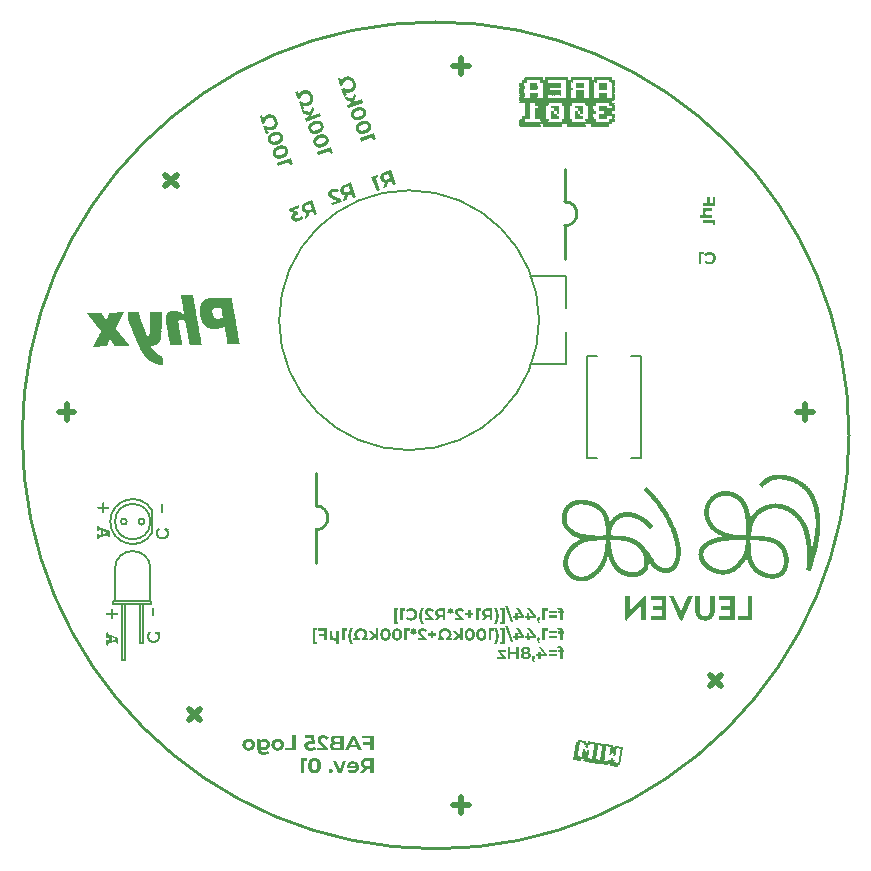
<source format=gbo>
G04*
G04 #@! TF.GenerationSoftware,Altium Limited,Altium Designer,25.1.2 (22)*
G04*
G04 Layer_Color=32896*
%FSLAX25Y25*%
%MOIN*%
G70*
G04*
G04 #@! TF.SameCoordinates,55CC0A21-E48C-49F2-8F71-982A5F67B68B*
G04*
G04*
G04 #@! TF.FilePolarity,Positive*
G04*
G01*
G75*
%ADD10C,0.00787*%
%ADD11C,0.01000*%
%ADD41C,0.01968*%
%ADD42C,0.00984*%
G36*
X196599Y257086D02*
X196541D01*
Y257145D01*
X196599D01*
Y257086D01*
D02*
G37*
G36*
X196483Y257145D02*
Y257086D01*
X196541D01*
Y257029D01*
X196599D01*
Y256971D01*
X196541D01*
Y256912D01*
X196599D01*
Y256854D01*
X196541D01*
Y256796D01*
X196599D01*
Y256738D01*
X196541D01*
Y256680D01*
X196599Y256680D01*
Y256622D01*
X196541D01*
Y256564D01*
X196599Y256564D01*
Y256506D01*
X196541D01*
Y256448D01*
X196599D01*
Y256390D01*
X196541D01*
Y256332D01*
X196599D01*
Y256274D01*
X196657D01*
X196657Y256216D01*
X196715Y256216D01*
Y256274D01*
X196773D01*
Y256216D01*
X196831D01*
Y256274D01*
X196889D01*
X196889Y256216D01*
X196947D01*
Y256274D01*
X197005D01*
X197005Y256216D01*
X197063D01*
X197063Y256274D01*
X197121D01*
Y256216D01*
X197179D01*
Y256274D01*
X197237D01*
X197237Y256216D01*
X197295Y256216D01*
Y256274D01*
X197353D01*
Y256216D01*
X197411Y256216D01*
X197411Y256274D01*
X197469D01*
X197469Y256216D01*
Y256158D01*
Y256100D01*
X197469Y256042D01*
X197469Y255984D01*
X197411D01*
Y255926D01*
X197469D01*
Y255868D01*
X197469Y255810D01*
X197469Y255752D01*
Y255694D01*
X197469Y255636D01*
X197469Y255578D01*
Y255520D01*
X197411D01*
X197411Y255462D01*
X197469D01*
X197469Y255404D01*
Y255346D01*
Y255288D01*
X197469Y255229D01*
Y255171D01*
X197469Y255113D01*
Y255055D01*
X197411D01*
X197411Y254997D01*
X197469D01*
X197469Y254939D01*
Y254881D01*
X197469Y254823D01*
Y254765D01*
Y254707D01*
X197469Y254649D01*
X197469Y254591D01*
X197411D01*
Y254533D01*
X197469D01*
Y254475D01*
Y254417D01*
Y254359D01*
Y254301D01*
Y254243D01*
X197469Y254185D01*
X197469Y254127D01*
X197411D01*
Y254069D01*
X197469D01*
Y254011D01*
X197469Y253953D01*
Y253895D01*
X197469Y253837D01*
Y253779D01*
X197469Y253721D01*
X197469Y253663D01*
X197411D01*
Y253605D01*
X197469D01*
Y253547D01*
X197469Y253488D01*
X197469Y253431D01*
Y253373D01*
X197469Y253314D01*
X197469Y253256D01*
Y253198D01*
X197411D01*
Y253140D01*
X197469D01*
Y253082D01*
Y253024D01*
Y252966D01*
X197469Y252908D01*
X197469Y252850D01*
Y252792D01*
Y252734D01*
X197411D01*
Y252676D01*
X197469D01*
Y252618D01*
Y252560D01*
Y252502D01*
X197469Y252444D01*
X197469Y252386D01*
Y252328D01*
Y252270D01*
X197411Y252270D01*
Y252212D01*
X197469D01*
Y252154D01*
Y252096D01*
X197469Y252038D01*
X197469Y251980D01*
Y251922D01*
X197469Y251864D01*
Y251806D01*
X197411D01*
X197411Y251748D01*
X197469D01*
Y251690D01*
X197469Y251631D01*
Y251573D01*
X197469Y251515D01*
Y251457D01*
X197469Y251399D01*
X197469Y251341D01*
X197411D01*
Y251283D01*
X197469D01*
Y251225D01*
X197469Y251167D01*
X197469Y251109D01*
Y251051D01*
X197469Y250993D01*
X197469Y250935D01*
Y250877D01*
X197411D01*
X197411Y250819D01*
X197469D01*
Y250761D01*
X197469Y250703D01*
Y250645D01*
Y250587D01*
X197469Y250529D01*
X197469Y250471D01*
Y250413D01*
X197411D01*
X197411Y250355D01*
X197469D01*
Y250297D01*
X197469Y250239D01*
Y250181D01*
X197469Y250123D01*
X197469Y250065D01*
Y250007D01*
Y249949D01*
X197411Y249949D01*
Y249890D01*
X197469D01*
Y249833D01*
Y249775D01*
Y249716D01*
Y249658D01*
Y249600D01*
X197469Y249542D01*
Y249484D01*
X197469Y249426D01*
X197353Y249426D01*
Y249368D01*
X197295D01*
Y249426D01*
X197237Y249426D01*
Y249368D01*
X197179D01*
Y249426D01*
X197121D01*
Y249368D01*
X197063D01*
Y249426D01*
X197005D01*
Y249368D01*
X196947D01*
Y249426D01*
X196889Y249426D01*
X196889Y249368D01*
X196831D01*
Y249426D01*
X196773D01*
Y249368D01*
X196715D01*
Y249426D01*
X196657Y249426D01*
Y249368D01*
X196599D01*
Y249310D01*
X196541D01*
Y249252D01*
X196599D01*
Y249194D01*
X196541D01*
Y249136D01*
X196599D01*
Y249078D01*
X196541D01*
Y249020D01*
X196599D01*
Y248962D01*
X196541D01*
Y248904D01*
X196599D01*
Y248846D01*
X196541D01*
Y248788D01*
X196599D01*
Y248730D01*
X196541D01*
Y248672D01*
X196599D01*
Y248614D01*
X196541D01*
Y248556D01*
X197411D01*
X197411Y248498D01*
X197469D01*
X197469Y248440D01*
Y248382D01*
Y248324D01*
X197469Y248266D01*
Y248208D01*
X197469Y248150D01*
X197469Y248092D01*
X197411D01*
Y248033D01*
X197469D01*
X197469Y247975D01*
Y247917D01*
Y247859D01*
Y247801D01*
X197469Y247743D01*
X197469Y247685D01*
Y247627D01*
X197411D01*
X197411Y247569D01*
X197469D01*
X197469Y247511D01*
Y247453D01*
X197469Y247395D01*
X197469Y247337D01*
Y247279D01*
X197469Y247221D01*
X197469Y247163D01*
X197411D01*
Y247105D01*
X197469D01*
Y247047D01*
X197469Y246989D01*
Y246931D01*
X197469Y246873D01*
Y246815D01*
X197469Y246757D01*
X197469Y246699D01*
X197411D01*
Y246641D01*
X197469D01*
Y246583D01*
X197469Y246525D01*
X197469Y246467D01*
Y246409D01*
Y246351D01*
Y246292D01*
Y246234D01*
X197411D01*
Y246177D01*
X197469D01*
Y246118D01*
Y246060D01*
Y246002D01*
Y245944D01*
Y245886D01*
X197411D01*
Y245944D01*
X197353D01*
Y245886D01*
X197295D01*
Y245944D01*
X197237D01*
Y245886D01*
X197179Y245886D01*
Y245944D01*
X197121D01*
Y245886D01*
X197063Y245886D01*
Y245944D01*
X197005D01*
X197005Y245886D01*
X196947Y245886D01*
Y245944D01*
X196889D01*
X196889Y245886D01*
X196831Y245886D01*
Y245944D01*
X196773D01*
Y245886D01*
X196715Y245886D01*
Y245944D01*
X196657D01*
Y245886D01*
X196599D01*
Y245828D01*
X196541D01*
Y245770D01*
X196599D01*
Y245712D01*
X196541D01*
Y245654D01*
X196599D01*
Y245596D01*
X196541D01*
Y245538D01*
X196599D01*
Y245480D01*
X196541D01*
Y245422D01*
X196599D01*
Y245364D01*
X196541D01*
Y245306D01*
X196599D01*
Y245248D01*
X196541D01*
Y245190D01*
X196599D01*
Y245132D01*
X196541D01*
Y245074D01*
X196599D01*
Y245016D01*
X196657D01*
Y245074D01*
X196715D01*
Y245016D01*
X196773D01*
Y245074D01*
X196831D01*
Y245016D01*
X196889D01*
Y245074D01*
X196947Y245074D01*
Y245016D01*
X197005D01*
Y245074D01*
X197063Y245074D01*
Y245016D01*
X197121D01*
Y245074D01*
X197179D01*
Y245016D01*
X197237D01*
Y245074D01*
X197295Y245074D01*
Y245016D01*
X197353D01*
Y245074D01*
X197411D01*
X197411Y245016D01*
X197469D01*
Y244958D01*
X197469Y244900D01*
Y244842D01*
X197411D01*
X197411Y244784D01*
X197469D01*
Y244726D01*
X197469Y244668D01*
Y244610D01*
X197469Y244552D01*
Y244494D01*
X197469Y244436D01*
X197469Y244377D01*
X197411D01*
Y244319D01*
X197469D01*
Y244261D01*
Y244203D01*
Y244145D01*
Y244087D01*
Y244029D01*
Y243971D01*
Y243913D01*
X197411D01*
X197411Y243855D01*
X197469Y243855D01*
X197469Y243797D01*
Y243739D01*
X197469Y243681D01*
X197469Y243623D01*
Y243565D01*
X197469Y243507D01*
Y243449D01*
X197411D01*
X197411Y243391D01*
X197469D01*
Y243333D01*
X197469Y243275D01*
Y243217D01*
X197469Y243159D01*
X197469Y243101D01*
Y243043D01*
Y242985D01*
X197411D01*
X197411Y242927D01*
X197469D01*
X197469Y242869D01*
Y242811D01*
X197469Y242753D01*
X197469Y242694D01*
Y242636D01*
X197469Y242579D01*
Y242520D01*
X197411D01*
X197411Y242462D01*
X197469D01*
Y242404D01*
X197411D01*
X197411Y242346D01*
X197353D01*
Y242404D01*
X197295D01*
Y242346D01*
X197237D01*
X197237Y242404D01*
X197179D01*
Y242346D01*
X197121D01*
Y242404D01*
X197063D01*
X197063Y242346D01*
X197005D01*
X197005Y242404D01*
X196947D01*
Y242346D01*
X196889Y242346D01*
X196889Y242404D01*
X196831D01*
Y242346D01*
X196773Y242346D01*
Y242404D01*
X196715D01*
Y242346D01*
X196657D01*
X196657Y242404D01*
X196599D01*
Y242346D01*
X196541D01*
Y242288D01*
X196599D01*
Y242230D01*
X196541D01*
Y242172D01*
X196599D01*
Y242114D01*
X196541D01*
Y242056D01*
X196599D01*
Y241998D01*
X196541D01*
Y241940D01*
X196599D01*
Y241882D01*
X196541D01*
Y241824D01*
X196599D01*
Y241766D01*
X196541D01*
Y241708D01*
X196599D01*
Y241650D01*
X196541D01*
Y241592D01*
X196599D01*
Y241534D01*
X196425Y241534D01*
Y241476D01*
X196367D01*
Y241534D01*
X196309Y241534D01*
Y241476D01*
X196251D01*
Y241534D01*
X196193Y241534D01*
X196193Y241476D01*
X196135D01*
Y241534D01*
X196077D01*
Y241476D01*
X196019Y241476D01*
Y241534D01*
X195961D01*
Y241476D01*
X195903Y241476D01*
Y241534D01*
X195844D01*
Y241476D01*
X195786D01*
Y241534D01*
X195729Y241534D01*
Y241476D01*
X195670Y241476D01*
Y241418D01*
X195670Y241360D01*
X195670Y241302D01*
X195729Y241302D01*
Y241244D01*
X195670Y241244D01*
Y241186D01*
Y241128D01*
Y241070D01*
Y241012D01*
X195670Y240954D01*
Y240896D01*
X195670Y240838D01*
X195729Y240838D01*
Y240779D01*
X195670D01*
Y240721D01*
X195670Y240663D01*
Y240605D01*
X195612D01*
Y240663D01*
X195554Y240663D01*
Y240605D01*
X195496D01*
Y240663D01*
X195438Y240663D01*
Y240605D01*
X195380D01*
Y240663D01*
X195322Y240663D01*
Y240605D01*
X195264D01*
Y240663D01*
X195206Y240663D01*
X195206Y240605D01*
X195148D01*
X195148Y240663D01*
X195090D01*
X195090Y240605D01*
X195032D01*
Y240663D01*
X194974D01*
Y240605D01*
X194916D01*
Y240663D01*
X194858Y240663D01*
Y240605D01*
X194800D01*
Y240663D01*
X194742Y240663D01*
Y240605D01*
X194684D01*
Y240663D01*
X194626Y240663D01*
Y240605D01*
X194568D01*
Y240663D01*
X194510Y240663D01*
Y240605D01*
X194452D01*
Y240663D01*
X194394Y240663D01*
Y240605D01*
X194336D01*
Y240663D01*
X194278Y240663D01*
Y240605D01*
X194220D01*
Y240663D01*
X194162Y240663D01*
Y240605D01*
X194104D01*
Y240663D01*
X194045Y240663D01*
Y240605D01*
X193988D01*
Y240663D01*
X193930D01*
Y240605D01*
X193871D01*
Y240663D01*
X193813D01*
X193813Y240605D01*
X193755D01*
Y240663D01*
X193697D01*
Y240605D01*
X193639D01*
Y240663D01*
X193581Y240663D01*
Y240605D01*
X193523D01*
Y240663D01*
X193465Y240663D01*
Y240605D01*
X193407D01*
Y240663D01*
X193349Y240663D01*
Y240605D01*
X193291D01*
Y240663D01*
X193233Y240663D01*
Y240605D01*
X193175D01*
Y240663D01*
X193117Y240663D01*
Y240605D01*
X193059D01*
Y240663D01*
X193001Y240663D01*
Y240605D01*
X192943D01*
Y240663D01*
X192885Y240663D01*
Y240605D01*
X192827D01*
X192827Y240663D01*
X192769D01*
X192769Y240605D01*
X192711D01*
Y240663D01*
X192653D01*
Y240605D01*
X192595D01*
Y240663D01*
X192537Y240663D01*
Y240605D01*
X192479D01*
Y240663D01*
X192421D01*
Y240605D01*
X192363D01*
Y240663D01*
X192305D01*
Y240605D01*
X192246D01*
Y240663D01*
X192189D01*
Y240605D01*
X192130D01*
Y240663D01*
X192072D01*
Y240605D01*
X192014D01*
Y240663D01*
X191956D01*
Y240605D01*
X191898D01*
Y240663D01*
X191840D01*
Y240605D01*
X191782D01*
X191782Y240663D01*
X191724D01*
X191724Y240605D01*
X191666D01*
Y240663D01*
X191608D01*
Y240605D01*
X191550D01*
X191550Y240663D01*
X191492D01*
X191492Y240605D01*
X191434D01*
Y240663D01*
X191376D01*
Y240605D01*
X191318D01*
Y240663D01*
X191260Y240663D01*
Y240605D01*
X191202D01*
Y240663D01*
X191144Y240663D01*
Y240605D01*
X191086D01*
Y240663D01*
X191028Y240663D01*
Y240605D01*
X190970D01*
Y240663D01*
X190912D01*
Y240605D01*
X190854D01*
Y240663D01*
X190796Y240663D01*
Y240605D01*
X190738D01*
Y240663D01*
X190680Y240663D01*
Y240605D01*
X190622D01*
Y240663D01*
X190564D01*
Y240605D01*
X190506D01*
X190506Y240663D01*
X190447D01*
Y240605D01*
X190390D01*
Y240663D01*
X190331Y240663D01*
X190331Y240605D01*
X190273D01*
X190273Y240663D01*
X190215Y240663D01*
Y240605D01*
X190157D01*
Y240663D01*
X190099D01*
Y240605D01*
X190041D01*
Y240663D01*
X189983D01*
Y240605D01*
X189925D01*
Y240663D01*
X189867Y240663D01*
Y240605D01*
X189809D01*
Y240663D01*
X189751Y240663D01*
Y240605D01*
X189693D01*
Y240663D01*
X189635D01*
Y240605D01*
X189577D01*
Y240663D01*
X189519Y240663D01*
Y240605D01*
X189461D01*
X189461Y240663D01*
X189519Y240663D01*
X189519Y240721D01*
Y240779D01*
X189519Y240838D01*
X189461Y240838D01*
Y240896D01*
X189519D01*
Y240954D01*
X189519Y241012D01*
X189519Y241070D01*
X189461D01*
X189461Y241128D01*
X189519D01*
X189519Y241186D01*
X189519Y241244D01*
Y241302D01*
X189461D01*
X189461Y241360D01*
X189519D01*
X189519Y241418D01*
Y241476D01*
Y241534D01*
X189461D01*
Y241476D01*
X189403Y241476D01*
Y241534D01*
X189345D01*
X189345Y241476D01*
X189287D01*
Y241534D01*
X189229Y241534D01*
X189229Y241476D01*
X189171D01*
Y241534D01*
X188997Y241534D01*
Y241476D01*
X188939Y241476D01*
Y241534D01*
X188881D01*
Y241476D01*
X188823D01*
Y241534D01*
X188765Y241534D01*
Y241476D01*
X188707Y241476D01*
Y241534D01*
X188649D01*
Y241476D01*
X188591Y241476D01*
Y241534D01*
X188532D01*
Y241476D01*
X188474Y241476D01*
Y241534D01*
X188416D01*
Y241476D01*
X188358D01*
Y241534D01*
X188300D01*
Y241476D01*
X188242D01*
Y241534D01*
X188068D01*
Y241476D01*
X188010D01*
Y241534D01*
X187952Y241534D01*
X187952Y241476D01*
X187894D01*
Y241534D01*
X187836D01*
Y241476D01*
X187778Y241476D01*
Y241534D01*
X187720D01*
Y241476D01*
X187778D01*
Y241418D01*
X187720D01*
Y241360D01*
X187778D01*
X187778Y241302D01*
X187720Y241302D01*
X187720Y241244D01*
X187778D01*
X187778Y241186D01*
X187720D01*
Y241128D01*
X187778Y241128D01*
X187778Y241070D01*
X187720D01*
X187720Y241012D01*
X187778D01*
X187778Y240954D01*
X187720D01*
Y240896D01*
X187778D01*
Y240838D01*
X187720D01*
Y240779D01*
X187778D01*
Y240721D01*
X187720D01*
Y240663D01*
X187662Y240663D01*
Y240605D01*
X187604D01*
Y240663D01*
X187546Y240663D01*
Y240605D01*
X187488D01*
Y240663D01*
X187430D01*
Y240605D01*
X187372D01*
Y240663D01*
X187314Y240663D01*
Y240605D01*
X187256D01*
Y240663D01*
X187198Y240663D01*
Y240605D01*
X187140D01*
Y240663D01*
X187082Y240663D01*
Y240605D01*
X187024D01*
Y240663D01*
X186966D01*
Y240605D01*
X186908D01*
X186908Y240663D01*
X186849D01*
X186849Y240605D01*
X186792D01*
X186792Y240663D01*
X186733Y240663D01*
Y240605D01*
X186675D01*
Y240663D01*
X186617Y240663D01*
Y240605D01*
X186559D01*
Y240663D01*
X186501Y240663D01*
Y240605D01*
X186443D01*
Y240663D01*
X186385Y240663D01*
Y240605D01*
X186327D01*
Y240663D01*
X186269Y240663D01*
Y240605D01*
X186211D01*
Y240663D01*
X186153Y240663D01*
Y240605D01*
X186095D01*
Y240663D01*
X186037Y240663D01*
X186037Y240605D01*
X185979D01*
Y240663D01*
X185921Y240663D01*
Y240605D01*
X185863D01*
X185863Y240663D01*
X185805D01*
Y240605D01*
X185747D01*
Y240663D01*
X185689D01*
Y240605D01*
X185631D01*
X185631Y240663D01*
X185573D01*
X185573Y240605D01*
X185515D01*
Y240663D01*
X185457D01*
Y240605D01*
X185399D01*
Y240663D01*
X185341D01*
Y240605D01*
X185283D01*
Y240663D01*
X185225D01*
Y240605D01*
X185167D01*
Y240663D01*
X185109Y240663D01*
Y240605D01*
X185050D01*
Y240663D01*
X184993D01*
Y240605D01*
X184934D01*
Y240663D01*
X184876D01*
Y240605D01*
X184818D01*
Y240663D01*
X184760Y240663D01*
X184760Y240605D01*
X184702D01*
Y240663D01*
X184644Y240663D01*
Y240605D01*
X184586D01*
X184586Y240663D01*
X184528D01*
X184528Y240605D01*
X184470D01*
X184470Y240663D01*
X184412Y240663D01*
Y240605D01*
X184354D01*
Y240663D01*
X184296Y240663D01*
Y240605D01*
X184238D01*
Y240663D01*
X184180Y240663D01*
Y240605D01*
X184122D01*
Y240663D01*
X184064Y240663D01*
Y240605D01*
X184006D01*
Y240663D01*
X183948D01*
Y240605D01*
X183890D01*
Y240663D01*
X183832Y240663D01*
Y240605D01*
X183774D01*
Y240663D01*
X183716D01*
Y240605D01*
X183658D01*
Y240663D01*
X183600D01*
Y240605D01*
X183542D01*
X183542Y240663D01*
X183484D01*
X183484Y240605D01*
X183426D01*
Y240663D01*
X183368Y240663D01*
X183368Y240605D01*
X183310D01*
X183310Y240663D01*
X183252D01*
Y240605D01*
X183194D01*
Y240663D01*
X183135D01*
Y240605D01*
X183077D01*
Y240663D01*
X183019Y240663D01*
Y240605D01*
X182961D01*
Y240663D01*
X182903Y240663D01*
Y240605D01*
X182845D01*
Y240663D01*
X182787Y240663D01*
Y240605D01*
X182729D01*
Y240663D01*
X182671D01*
Y240605D01*
X182613D01*
Y240663D01*
X182555Y240663D01*
Y240605D01*
X182497D01*
Y240663D01*
X182439Y240663D01*
Y240605D01*
X182381D01*
Y240663D01*
X182323Y240663D01*
Y240605D01*
X182265D01*
X182265Y240663D01*
X182207D01*
Y240605D01*
X182149D01*
X182149Y240663D01*
X182091Y240663D01*
Y240605D01*
X182033D01*
X182033Y240663D01*
X181975D01*
Y240605D01*
X181917D01*
Y240663D01*
X181859D01*
Y240605D01*
X181801D01*
Y240663D01*
X181743Y240663D01*
Y240605D01*
X181685D01*
Y240663D01*
X181627Y240663D01*
Y240721D01*
X181569D01*
Y240779D01*
X181627D01*
Y240838D01*
X181569D01*
Y240896D01*
X181627D01*
Y240954D01*
X181569D01*
Y241012D01*
X181627D01*
X181627Y241070D01*
X181569D01*
Y241128D01*
X181627D01*
Y241186D01*
X181569D01*
Y241244D01*
X181627D01*
Y241302D01*
X181569D01*
Y241360D01*
X181627D01*
Y241418D01*
X181569D01*
Y241476D01*
X181511D01*
Y241534D01*
X181453Y241534D01*
Y241476D01*
X181395Y241476D01*
Y241534D01*
X181336D01*
Y241476D01*
X181279Y241476D01*
Y241534D01*
X181220D01*
Y241476D01*
X181162Y241476D01*
Y241534D01*
X181104D01*
X181104Y241476D01*
X181046D01*
Y241534D01*
X180988Y241534D01*
X180988Y241476D01*
X180930D01*
Y241534D01*
X180872D01*
Y241476D01*
X180814D01*
X180814Y241534D01*
X180640Y241534D01*
Y241476D01*
X180582Y241476D01*
Y241534D01*
X180524Y241534D01*
Y241476D01*
X180466D01*
Y241534D01*
X180408D01*
Y241476D01*
X180350D01*
Y241534D01*
X180292Y241534D01*
Y241476D01*
X180234Y241476D01*
Y241534D01*
X180176D01*
Y241476D01*
X180118D01*
Y241534D01*
X180060Y241534D01*
Y241476D01*
X180002D01*
Y241534D01*
X179944D01*
Y241476D01*
X179886D01*
Y241534D01*
X179828Y241534D01*
Y241476D01*
X179828Y241418D01*
Y241360D01*
X179886D01*
Y241302D01*
X179828D01*
Y241244D01*
X179886D01*
Y241186D01*
X179828D01*
X179828Y241128D01*
X179828Y241070D01*
X179828Y241012D01*
X179886D01*
Y240954D01*
X179828D01*
Y240896D01*
X179886D01*
Y240838D01*
X179828D01*
Y240779D01*
X179886D01*
Y240721D01*
X179828D01*
Y240663D01*
X179770Y240663D01*
Y240605D01*
X179712D01*
X179712Y240663D01*
X179654D01*
X179654Y240605D01*
X179595D01*
Y240663D01*
X179537Y240663D01*
Y240605D01*
X179479D01*
Y240663D01*
X179421Y240663D01*
Y240605D01*
X179363D01*
Y240663D01*
X179305Y240663D01*
Y240605D01*
X179247D01*
Y240663D01*
X179189Y240663D01*
Y240605D01*
X179131D01*
Y240663D01*
X179073D01*
Y240605D01*
X179015D01*
Y240663D01*
X178957Y240663D01*
Y240605D01*
X178899D01*
Y240663D01*
X178841Y240663D01*
Y240605D01*
X178783D01*
Y240663D01*
X178725Y240663D01*
Y240605D01*
X178667D01*
X178667Y240663D01*
X178609D01*
X178609Y240605D01*
X178551D01*
Y240663D01*
X178493D01*
Y240605D01*
X178435D01*
X178435Y240663D01*
X178377Y240663D01*
Y240605D01*
X178319D01*
Y240663D01*
X178261D01*
Y240605D01*
X178203D01*
Y240663D01*
X178145Y240663D01*
Y240605D01*
X178087D01*
Y240663D01*
X178029D01*
Y240605D01*
X177971D01*
Y240663D01*
X177913Y240663D01*
Y240605D01*
X177855D01*
Y240663D01*
X177796Y240663D01*
Y240605D01*
X177738D01*
Y240663D01*
X177680Y240663D01*
Y240605D01*
X177622D01*
X177622Y240663D01*
X177564D01*
Y240605D01*
X177506D01*
X177506Y240663D01*
X177448Y240663D01*
Y240605D01*
X177390D01*
X177390Y240663D01*
X177332D01*
X177332Y240605D01*
X177274D01*
Y240663D01*
X177216Y240663D01*
Y240605D01*
X177158D01*
Y240663D01*
X177100Y240663D01*
Y240605D01*
X177042D01*
Y240663D01*
X176984D01*
Y240605D01*
X176926D01*
Y240663D01*
X176868Y240663D01*
Y240605D01*
X176810D01*
Y240663D01*
X176752D01*
Y240605D01*
X176694D01*
Y240663D01*
X176636D01*
Y240605D01*
X176578D01*
Y240663D01*
X176520Y240663D01*
X176520Y240605D01*
X176462D01*
Y240663D01*
X176404D01*
Y240605D01*
X176346D01*
X176346Y240663D01*
X176288D01*
X176288Y240605D01*
X176230D01*
Y240663D01*
X176172D01*
Y240605D01*
X176114D01*
Y240663D01*
X176056Y240663D01*
Y240605D01*
X175997D01*
Y240663D01*
X175940D01*
Y240605D01*
X175881D01*
Y240663D01*
X175823Y240663D01*
Y240605D01*
X175765D01*
Y240663D01*
X175707D01*
Y240605D01*
X175649D01*
Y240663D01*
X175591Y240663D01*
Y240605D01*
X175533D01*
Y240663D01*
X175475Y240663D01*
Y240605D01*
X175417D01*
Y240663D01*
X175359Y240663D01*
Y240605D01*
X175301D01*
X175301Y240663D01*
X175243D01*
Y240605D01*
X175185D01*
X175185Y240663D01*
X175127Y240663D01*
Y240605D01*
X175069D01*
X175069Y240663D01*
X175011D01*
Y240605D01*
X174953D01*
Y240663D01*
X174895D01*
Y240605D01*
X174837D01*
Y240663D01*
X174779Y240663D01*
Y240605D01*
X174721D01*
Y240663D01*
X174663D01*
Y240605D01*
X174605D01*
Y240663D01*
X174547D01*
Y240605D01*
X174489D01*
Y240663D01*
X174431Y240663D01*
Y240605D01*
X174373D01*
Y240663D01*
X174315Y240663D01*
Y240605D01*
X174257D01*
Y240663D01*
X174198Y240663D01*
X174198Y240605D01*
X174141D01*
Y240663D01*
X174082Y240663D01*
Y240605D01*
X174024D01*
X174024Y240663D01*
X173966D01*
Y240605D01*
X173908D01*
X173908Y240663D01*
X173850D01*
X173850Y240605D01*
X173792D01*
X173792Y240663D01*
X173734D01*
X173734Y240605D01*
X173676D01*
Y240663D01*
Y240721D01*
Y240779D01*
Y240838D01*
Y240896D01*
Y240954D01*
Y241012D01*
Y241070D01*
Y241128D01*
X173734D01*
X173734Y241186D01*
X173676Y241186D01*
Y241244D01*
Y241302D01*
Y241360D01*
Y241418D01*
Y241476D01*
X173618D01*
Y241534D01*
X173560D01*
Y241476D01*
X173502D01*
Y241534D01*
X173444D01*
Y241476D01*
X173386D01*
Y241534D01*
X173212D01*
Y241476D01*
X173154D01*
Y241534D01*
X173096Y241534D01*
Y241476D01*
X173038Y241476D01*
Y241534D01*
X172980D01*
Y241476D01*
X172922Y241476D01*
Y241534D01*
X172806Y241534D01*
Y241476D01*
Y241418D01*
X172748Y241418D01*
Y241360D01*
X172806D01*
Y241302D01*
X172748D01*
Y241244D01*
X172806D01*
Y241186D01*
X172748Y241186D01*
X172748Y241128D01*
X172806D01*
Y241070D01*
X172748D01*
X172748Y241012D01*
X172806D01*
Y240954D01*
X172748Y240954D01*
Y240896D01*
X172806Y240896D01*
Y240838D01*
X172748Y240838D01*
Y240779D01*
X172806Y240779D01*
Y240721D01*
X172748Y240721D01*
Y240663D01*
X172690D01*
X172690Y240605D01*
X172632D01*
Y240663D01*
X172574Y240663D01*
X172574Y240605D01*
X172516D01*
Y240663D01*
X172458D01*
Y240605D01*
X172399D01*
Y240663D01*
X172342Y240663D01*
Y240605D01*
X172283D01*
Y240663D01*
X172225Y240663D01*
Y240605D01*
X172167D01*
Y240663D01*
X172109D01*
Y240605D01*
X172051D01*
Y240663D01*
X171993Y240663D01*
Y240605D01*
X171935D01*
Y240663D01*
X171877Y240663D01*
Y240605D01*
X171819D01*
Y240663D01*
X171761Y240663D01*
Y240605D01*
X171703D01*
X171703Y240663D01*
X171645D01*
X171645Y240605D01*
X171587D01*
Y240663D01*
X171529D01*
Y240605D01*
X171471D01*
Y240663D01*
X171413Y240663D01*
Y240605D01*
X171355D01*
Y240663D01*
X171297D01*
Y240605D01*
X171239D01*
Y240663D01*
X171181Y240663D01*
Y240605D01*
X171123D01*
Y240663D01*
X171065D01*
Y240605D01*
X171007D01*
Y240663D01*
X170949Y240663D01*
Y240605D01*
X170891D01*
Y240663D01*
X170833Y240663D01*
Y240605D01*
X170775D01*
Y240663D01*
X170717D01*
Y240605D01*
X170659D01*
Y240663D01*
X170600Y240663D01*
Y240605D01*
X170543D01*
Y240663D01*
X170484Y240663D01*
Y240605D01*
X170426D01*
Y240663D01*
X170368Y240663D01*
X170368Y240605D01*
X170310D01*
X170310Y240663D01*
X170252Y240663D01*
Y240605D01*
X170194D01*
Y240663D01*
X170136Y240663D01*
Y240605D01*
X170078D01*
Y240663D01*
X170020D01*
Y240605D01*
X169962D01*
Y240663D01*
X169904Y240663D01*
Y240605D01*
X169846D01*
Y240663D01*
X169788D01*
Y240605D01*
X169730D01*
Y240663D01*
X169672D01*
Y240605D01*
X169614D01*
Y240663D01*
X169556Y240663D01*
X169556Y240605D01*
X169498D01*
Y240663D01*
X169440Y240663D01*
X169440Y240605D01*
X169382D01*
X169382Y240663D01*
X169324D01*
X169324Y240605D01*
X169266D01*
X169266Y240663D01*
X169208Y240663D01*
Y240605D01*
X169150D01*
X169150Y240663D01*
X169092D01*
Y240605D01*
X169034D01*
Y240663D01*
X168976D01*
Y240605D01*
X168918D01*
Y240663D01*
X168860Y240663D01*
Y240605D01*
X168801D01*
Y240663D01*
X168744D01*
Y240605D01*
X168685D01*
Y240663D01*
X168627Y240663D01*
Y240605D01*
X168569D01*
Y240663D01*
X168511Y240663D01*
Y240605D01*
X168453D01*
Y240663D01*
X168395Y240663D01*
Y240605D01*
X168337D01*
Y240663D01*
X168279Y240663D01*
X168279Y240605D01*
X168221D01*
Y240663D01*
X168163Y240663D01*
Y240605D01*
X168105D01*
X168105Y240663D01*
X168047D01*
X168047Y240605D01*
X167989D01*
Y240663D01*
X167931Y240663D01*
X167931Y240605D01*
X167873D01*
Y240663D01*
X167815D01*
Y240605D01*
X167757D01*
Y240663D01*
X167699D01*
Y240605D01*
X167641D01*
Y240663D01*
X167583D01*
Y240605D01*
X167525D01*
Y240663D01*
X167467Y240663D01*
Y240605D01*
X167409D01*
Y240663D01*
X167351D01*
Y240605D01*
X167293D01*
Y240663D01*
X167235D01*
Y240605D01*
X167177D01*
Y240663D01*
X167119Y240663D01*
Y240605D01*
X167060D01*
X167060Y240663D01*
X167002D01*
Y240605D01*
X166945D01*
X166945Y240663D01*
X166886Y240663D01*
Y240605D01*
X166828D01*
X166828Y240663D01*
X166770D01*
X166770Y240605D01*
X166712D01*
Y240663D01*
X166654D01*
Y240605D01*
X166596D01*
Y240663D01*
X166538D01*
Y240605D01*
X166480D01*
Y240663D01*
X166422D01*
Y240605D01*
X166364D01*
Y240663D01*
X166306Y240663D01*
Y240605D01*
X166248D01*
Y240663D01*
X166190D01*
Y240605D01*
X166132D01*
Y240663D01*
X166074Y240663D01*
Y240605D01*
X166016D01*
Y240663D01*
X165958Y240663D01*
X165958Y240605D01*
X165900D01*
Y240663D01*
X165842Y240663D01*
Y240605D01*
X165784D01*
X165784Y240663D01*
X165726D01*
Y240721D01*
X165784D01*
Y240779D01*
X165726D01*
Y240838D01*
Y240896D01*
Y240954D01*
X165784D01*
X165784Y241012D01*
X165726D01*
Y241070D01*
Y241128D01*
Y241186D01*
X165784D01*
X165784Y241244D01*
X165726D01*
Y241302D01*
Y241360D01*
Y241418D01*
X165784D01*
X165784Y241476D01*
X165726D01*
Y241534D01*
Y241592D01*
Y241650D01*
X165784D01*
X165784Y241708D01*
X165726D01*
Y241766D01*
Y241824D01*
Y241882D01*
X165784D01*
X165784Y241940D01*
X165726D01*
Y241998D01*
Y242056D01*
Y242114D01*
X165784D01*
X165784Y242172D01*
X165726D01*
Y242230D01*
Y242288D01*
Y242346D01*
X165784D01*
X165784Y242404D01*
X165726D01*
Y242462D01*
Y242520D01*
Y242579D01*
X165784D01*
X165784Y242636D01*
X165726D01*
Y242694D01*
Y242753D01*
Y242811D01*
X165784D01*
X165784Y242869D01*
X165726D01*
Y242927D01*
Y242985D01*
Y243043D01*
X165784D01*
Y243101D01*
X165726D01*
Y243159D01*
Y243217D01*
Y243275D01*
X165784D01*
Y243217D01*
X165842D01*
Y243275D01*
X165900Y243275D01*
Y243217D01*
X165958D01*
Y243275D01*
X166016D01*
Y243217D01*
X166074D01*
Y243275D01*
X166132Y243275D01*
Y243217D01*
X166190D01*
Y243275D01*
X166248Y243275D01*
Y243217D01*
X166306D01*
X166306Y243275D01*
X166364D01*
Y243217D01*
X166422D01*
Y243275D01*
X166480D01*
X166480Y243217D01*
X166538D01*
Y243275D01*
X166596D01*
Y243333D01*
X166654D01*
Y243391D01*
X166596D01*
Y243449D01*
X166654D01*
Y243507D01*
X166596D01*
Y243565D01*
X166654D01*
Y243623D01*
X166596D01*
Y243681D01*
X166654D01*
Y243739D01*
X166596D01*
Y243797D01*
X166654D01*
Y243855D01*
X166596D01*
Y243913D01*
X166654D01*
Y243971D01*
X166596D01*
Y244029D01*
X166654D01*
Y244087D01*
X166596D01*
Y244145D01*
X167525D01*
Y244203D01*
Y244261D01*
Y244319D01*
Y244377D01*
Y244436D01*
Y244494D01*
Y244552D01*
Y244610D01*
Y244668D01*
Y244726D01*
Y244784D01*
Y244842D01*
Y244900D01*
Y244958D01*
Y245016D01*
Y245074D01*
Y245132D01*
Y245190D01*
Y245248D01*
Y245306D01*
Y245364D01*
Y245422D01*
Y245480D01*
Y245538D01*
Y245596D01*
Y245654D01*
Y245712D01*
Y245770D01*
Y245828D01*
Y245886D01*
Y245944D01*
Y246002D01*
Y246060D01*
Y246118D01*
Y246177D01*
Y246234D01*
Y246292D01*
Y246351D01*
Y246409D01*
Y246467D01*
Y246525D01*
Y246583D01*
Y246641D01*
Y246699D01*
Y246757D01*
Y246815D01*
Y246873D01*
Y246931D01*
Y246989D01*
Y247047D01*
Y247105D01*
Y247163D01*
Y247221D01*
Y247279D01*
Y247337D01*
Y247395D01*
Y247453D01*
Y247511D01*
Y247569D01*
Y247627D01*
Y247685D01*
Y247743D01*
Y247801D01*
Y247859D01*
Y247917D01*
Y247975D01*
Y248033D01*
Y248092D01*
Y248150D01*
Y248208D01*
Y248266D01*
Y248324D01*
Y248382D01*
Y248440D01*
Y248498D01*
Y248556D01*
X167467Y248556D01*
Y248498D01*
X167409D01*
Y248556D01*
X167235Y248556D01*
Y248498D01*
X167177Y248498D01*
Y248556D01*
X167235Y248556D01*
Y248614D01*
X167177D01*
Y248556D01*
X167002D01*
Y248498D01*
X166945Y248498D01*
X166945Y248556D01*
X166770D01*
X166770Y248498D01*
X166712D01*
Y248556D01*
X166538D01*
Y248498D01*
X166480D01*
Y248556D01*
X166306D01*
Y248614D01*
X166248D01*
Y248556D01*
X166306D01*
Y248498D01*
X166248D01*
Y248556D01*
X166074D01*
Y248498D01*
X166016D01*
Y248556D01*
X165842D01*
Y248498D01*
X165784D01*
X165784Y248556D01*
X165726D01*
Y248614D01*
X165784D01*
Y248672D01*
X165726Y248672D01*
Y248730D01*
Y248788D01*
Y248846D01*
X165784D01*
X165784Y248904D01*
X165726D01*
Y248962D01*
Y249020D01*
Y249078D01*
X165784D01*
X165784Y249136D01*
X165726D01*
Y249194D01*
Y249252D01*
Y249310D01*
X165784D01*
X165784Y249368D01*
X165726D01*
Y249426D01*
Y249484D01*
Y249542D01*
X165784D01*
X165784Y249600D01*
X165726D01*
Y249658D01*
Y249716D01*
Y249775D01*
X165784D01*
Y249833D01*
X165726D01*
Y249890D01*
Y249949D01*
Y250007D01*
X165784D01*
Y250065D01*
X165726D01*
Y250123D01*
Y250181D01*
Y250239D01*
X165784D01*
X165784Y250297D01*
X165726D01*
Y250355D01*
Y250413D01*
Y250471D01*
X165784D01*
X165784Y250529D01*
X165726D01*
Y250587D01*
Y250645D01*
Y250703D01*
X165784D01*
X165784Y250761D01*
X165726D01*
Y250819D01*
Y250877D01*
Y250935D01*
X165784D01*
X165784Y250993D01*
X165726D01*
Y251051D01*
Y251109D01*
Y251167D01*
X165784D01*
X165784Y251225D01*
X165726D01*
Y251283D01*
Y251341D01*
Y251399D01*
X165784D01*
X165784Y251457D01*
X165726D01*
Y251515D01*
Y251573D01*
Y251631D01*
X165784D01*
X165784Y251690D01*
X165726D01*
Y251748D01*
Y251806D01*
Y251864D01*
X165784D01*
X165784Y251922D01*
X165726D01*
Y251980D01*
Y252038D01*
Y252096D01*
X165784D01*
X165784Y252154D01*
X165726D01*
Y252212D01*
Y252270D01*
Y252328D01*
X165784D01*
Y252386D01*
X165726D01*
Y252444D01*
Y252502D01*
Y252560D01*
X165784D01*
Y252618D01*
X165726D01*
Y252676D01*
Y252734D01*
Y252792D01*
X165784D01*
Y252850D01*
X165726D01*
Y252908D01*
Y252966D01*
Y253024D01*
X165784D01*
Y253082D01*
X165726D01*
Y253140D01*
Y253198D01*
Y253256D01*
X165784D01*
X165784Y253314D01*
X165726D01*
Y253373D01*
Y253431D01*
Y253488D01*
X165784D01*
X165784Y253547D01*
X165726D01*
Y253605D01*
Y253663D01*
Y253721D01*
X165784D01*
X165784Y253779D01*
X165726D01*
Y253837D01*
Y253895D01*
Y253953D01*
X165784D01*
X165784Y254011D01*
X165726D01*
Y254069D01*
Y254127D01*
Y254185D01*
X165784D01*
X165784Y254243D01*
X165726D01*
Y254301D01*
Y254359D01*
Y254417D01*
X165784D01*
Y254475D01*
X165726D01*
Y254533D01*
Y254591D01*
Y254649D01*
X165784D01*
X165784Y254707D01*
X165726D01*
Y254765D01*
Y254823D01*
Y254881D01*
X165784D01*
Y254939D01*
X165726D01*
Y254997D01*
Y255055D01*
Y255113D01*
X165784D01*
X165784Y255171D01*
X165726D01*
Y255229D01*
Y255288D01*
Y255346D01*
X165784D01*
Y255404D01*
X166596Y255404D01*
Y255462D01*
Y255520D01*
Y255578D01*
Y255636D01*
Y255694D01*
Y255752D01*
Y255810D01*
Y255868D01*
Y255926D01*
Y255984D01*
Y256042D01*
Y256100D01*
Y256158D01*
Y256216D01*
X166654D01*
Y256274D01*
X166712D01*
Y256216D01*
X166770Y256216D01*
X166770Y256274D01*
X166828D01*
X166828Y256216D01*
X166886Y256216D01*
Y256274D01*
X166945D01*
X166945Y256216D01*
X167002D01*
Y256274D01*
X167060D01*
X167060Y256216D01*
X167119Y256216D01*
Y256274D01*
X167177D01*
Y256216D01*
X167235D01*
X167235Y256274D01*
X167293D01*
X167293Y256216D01*
X167351D01*
Y256274D01*
X167409D01*
Y256332D01*
X167467D01*
Y256390D01*
X167409D01*
Y256448D01*
X167467Y256448D01*
Y256506D01*
X167409D01*
Y256564D01*
X167467D01*
Y256622D01*
X167409D01*
Y256680D01*
X167467D01*
Y256738D01*
X167409D01*
Y256796D01*
X167467D01*
Y256854D01*
X167409D01*
Y256912D01*
X167467D01*
Y256971D01*
X167409D01*
Y257029D01*
X167467D01*
Y257086D01*
X167525D01*
Y257145D01*
X167583Y257145D01*
Y257086D01*
X167641D01*
Y257145D01*
X167699Y257145D01*
Y257086D01*
X167757D01*
Y257145D01*
X167815Y257145D01*
Y257086D01*
X167873D01*
Y257145D01*
X167931D01*
X167931Y257086D01*
X167989D01*
Y257145D01*
X168047Y257145D01*
X168047Y257086D01*
X168105D01*
X168105Y257145D01*
X168163Y257145D01*
Y257086D01*
X168221D01*
Y257145D01*
X168279D01*
X168279Y257086D01*
X168337D01*
Y257145D01*
X168395D01*
Y257086D01*
X168453D01*
Y257145D01*
X168511D01*
Y257086D01*
X168569D01*
Y257145D01*
X168627D01*
Y257086D01*
X168685D01*
Y257145D01*
X168744Y257145D01*
Y257086D01*
X168801D01*
Y257145D01*
X168860D01*
Y257086D01*
X168918D01*
Y257145D01*
X168976Y257145D01*
Y257086D01*
X169034D01*
Y257145D01*
X169092Y257145D01*
Y257086D01*
X169150D01*
X169150Y257145D01*
X169208Y257145D01*
Y257086D01*
X169266D01*
X169266Y257145D01*
X169324D01*
X169324Y257086D01*
X169382D01*
X169382Y257145D01*
X169440D01*
X169440Y257086D01*
X169498D01*
Y257145D01*
X169556Y257145D01*
X169556Y257086D01*
X169614D01*
Y257145D01*
X169672D01*
Y257086D01*
X169730D01*
Y257145D01*
X169788D01*
Y257086D01*
X169846D01*
Y257145D01*
X169904D01*
Y257086D01*
X169962D01*
Y257145D01*
X170020Y257145D01*
Y257086D01*
X170078D01*
Y257145D01*
X170136D01*
Y257086D01*
X170194D01*
Y257145D01*
X170252Y257145D01*
Y257086D01*
X170310D01*
X170310Y257145D01*
X170368D01*
X170368Y257086D01*
X170426D01*
Y257145D01*
X170484D01*
Y257086D01*
X170543D01*
Y257145D01*
X170600D01*
Y257086D01*
X170659D01*
Y257145D01*
X170717D01*
Y257086D01*
X170775D01*
Y257145D01*
X170833Y257145D01*
Y257086D01*
X170891D01*
Y257145D01*
X170949D01*
Y257086D01*
X171007D01*
Y257145D01*
X171065Y257145D01*
Y257086D01*
X171123D01*
Y257145D01*
X171181D01*
Y257086D01*
X171239D01*
Y257145D01*
X171297Y257145D01*
Y257086D01*
X171355D01*
Y257145D01*
X171413Y257145D01*
Y257086D01*
X171471D01*
Y257145D01*
X171529D01*
Y257086D01*
X171587D01*
Y257145D01*
X171645Y257145D01*
X171645Y257086D01*
X171703D01*
X171703Y257145D01*
X171761Y257145D01*
Y257086D01*
X171819D01*
Y257145D01*
X171877D01*
Y257086D01*
X171935D01*
Y257145D01*
X171993D01*
Y257086D01*
X172051D01*
Y257145D01*
X172109Y257145D01*
Y257086D01*
X172167D01*
Y257145D01*
X172225D01*
Y257086D01*
X172283D01*
Y257145D01*
X172342D01*
Y257086D01*
X172399D01*
Y257145D01*
X172458Y257145D01*
Y257086D01*
X172516D01*
Y257145D01*
X172574D01*
X172574Y257086D01*
X172632D01*
Y257145D01*
X172690Y257145D01*
X172690Y257086D01*
X172748D01*
X172748Y257145D01*
X172806Y257145D01*
Y257086D01*
X172864D01*
X172864Y257145D01*
X172922D01*
Y257086D01*
X172980D01*
X172980Y257145D01*
X173038Y257145D01*
Y257086D01*
X173096D01*
Y257145D01*
X173154Y257145D01*
Y257086D01*
X173212D01*
Y257145D01*
X173270D01*
Y257086D01*
X173328D01*
Y257145D01*
X173386Y257145D01*
Y257086D01*
X173444D01*
X173444Y257029D01*
X173444Y256971D01*
Y256912D01*
X173502D01*
Y256854D01*
X173444D01*
Y256796D01*
Y256738D01*
Y256680D01*
X173502D01*
Y256622D01*
X173444D01*
Y256564D01*
Y256506D01*
Y256448D01*
X173502D01*
X173502Y256390D01*
X173444Y256390D01*
Y256332D01*
Y256274D01*
Y256216D01*
X173502Y256216D01*
X173502Y256274D01*
X173560D01*
X173560Y256216D01*
X173618Y256216D01*
Y256274D01*
X173676D01*
Y256216D01*
X173734Y256216D01*
X173734Y256274D01*
X173792D01*
X173792Y256216D01*
X173850D01*
X173850Y256274D01*
X173908D01*
X173908Y256216D01*
X173966D01*
Y256274D01*
X174024D01*
X174024Y256216D01*
X174082Y256216D01*
Y256274D01*
X174141D01*
Y256216D01*
X174198D01*
X174198Y256274D01*
X174257D01*
D01*
X174257D01*
X174257Y256332D01*
X174315D01*
Y256390D01*
X174257D01*
X174257Y256448D01*
X174315D01*
Y256506D01*
X174257D01*
Y256564D01*
X174315D01*
Y256622D01*
X174257D01*
Y256680D01*
X174315D01*
Y256738D01*
X174257D01*
Y256796D01*
X174315D01*
Y256854D01*
X174257D01*
Y256912D01*
X174315D01*
Y256971D01*
X174257D01*
X174257Y257029D01*
X174315D01*
X174315Y257086D01*
X174373D01*
Y257145D01*
X174431D01*
Y257086D01*
X174489D01*
Y257145D01*
X174547Y257145D01*
Y257086D01*
X174605D01*
Y257145D01*
X174663Y257145D01*
Y257086D01*
X174721D01*
Y257145D01*
X174779D01*
Y257086D01*
X174837D01*
Y257145D01*
X174895Y257145D01*
Y257086D01*
X174953D01*
Y257145D01*
X175011Y257145D01*
Y257086D01*
X175069D01*
X175069Y257145D01*
X175127Y257145D01*
Y257086D01*
X175185D01*
X175185Y257145D01*
X175243D01*
Y257086D01*
X175301D01*
X175301Y257145D01*
X175359Y257145D01*
Y257086D01*
X175417D01*
Y257145D01*
X175475D01*
Y257086D01*
X175533D01*
Y257145D01*
X175591D01*
Y257086D01*
X175649D01*
Y257145D01*
X175707Y257145D01*
Y257086D01*
X175765D01*
Y257145D01*
X175823D01*
Y257086D01*
X175881D01*
Y257145D01*
X175940Y257145D01*
Y257086D01*
X175997D01*
Y257145D01*
X176056D01*
Y257086D01*
X176114D01*
Y257145D01*
X176172Y257145D01*
Y257086D01*
X176230D01*
Y257145D01*
X176288Y257145D01*
X176288Y257086D01*
X176346D01*
X176346Y257145D01*
X176404Y257145D01*
Y257086D01*
X176462D01*
Y257145D01*
X176520Y257145D01*
X176520Y257086D01*
X176578D01*
Y257145D01*
X176636D01*
Y257086D01*
X176694D01*
Y257145D01*
X176752D01*
Y257086D01*
X176810D01*
Y257145D01*
X176868D01*
Y257086D01*
X176926D01*
Y257145D01*
X176984Y257145D01*
Y257086D01*
X177042D01*
Y257145D01*
X177100D01*
Y257086D01*
X177158D01*
Y257145D01*
X177216D01*
Y257086D01*
X177274D01*
Y257145D01*
X177332Y257145D01*
X177332Y257086D01*
X177390D01*
X177390Y257145D01*
X177448Y257145D01*
Y257086D01*
X177506D01*
X177506Y257145D01*
X177564D01*
Y257086D01*
X177622D01*
X177622Y257145D01*
X177680Y257145D01*
Y257086D01*
X177738D01*
Y257145D01*
X177796D01*
Y257086D01*
X177855D01*
Y257145D01*
X177913D01*
Y257086D01*
X177971D01*
Y257145D01*
X178029Y257145D01*
Y257086D01*
X178087D01*
Y257145D01*
X178145D01*
Y257086D01*
X178203D01*
Y257145D01*
X178261Y257145D01*
Y257086D01*
X178319D01*
Y257145D01*
X178377D01*
Y257086D01*
X178435D01*
X178435Y257145D01*
X178493Y257145D01*
Y257086D01*
X178551D01*
Y257145D01*
X178609Y257145D01*
X178609Y257086D01*
X178667D01*
X178667Y257145D01*
X178725Y257145D01*
Y257086D01*
X178783D01*
Y257145D01*
X178841D01*
Y257086D01*
X178899D01*
Y257145D01*
X178957D01*
Y257086D01*
X179015D01*
Y257145D01*
X179073Y257145D01*
Y257086D01*
X179131D01*
Y257145D01*
X179189D01*
Y257086D01*
X179247D01*
Y257145D01*
X179305D01*
Y257086D01*
X179363D01*
Y257145D01*
X179421D01*
Y257086D01*
X179479D01*
Y257145D01*
X179537D01*
Y257086D01*
X179595D01*
Y257145D01*
X179654Y257145D01*
X179654Y257086D01*
X179712D01*
X179712Y257145D01*
X179770Y257145D01*
Y257086D01*
X179828D01*
X179828Y257145D01*
X179886D01*
Y257086D01*
X179944D01*
X179944Y257145D01*
X180002Y257145D01*
Y257086D01*
X180060D01*
Y257145D01*
X180118D01*
X180118Y257086D01*
X180176D01*
Y257145D01*
X180234D01*
Y257086D01*
X180292D01*
Y257145D01*
X180350Y257145D01*
Y257086D01*
X180408D01*
Y257145D01*
X180466D01*
Y257086D01*
X180524D01*
Y257145D01*
X180582Y257145D01*
Y257086D01*
X180640D01*
Y257145D01*
X180698D01*
Y257086D01*
X180756D01*
Y257145D01*
X180814D01*
X180814Y257086D01*
X180872D01*
Y257145D01*
X180930Y257145D01*
X180930Y257086D01*
X180988D01*
X180988Y257145D01*
X181046Y257145D01*
Y257086D01*
X181104D01*
X181104Y257145D01*
X181162D01*
Y257086D01*
X181220D01*
X181220Y257145D01*
X181279Y257145D01*
Y257086D01*
X181336D01*
Y257145D01*
X181395D01*
Y257086D01*
X181453D01*
Y257145D01*
X181511Y257145D01*
Y257086D01*
X181569D01*
Y257145D01*
X181627D01*
Y257086D01*
X181685D01*
Y257145D01*
X181743D01*
Y257086D01*
X181801D01*
Y257145D01*
X181859Y257145D01*
Y257086D01*
X181917D01*
Y257145D01*
X181975Y257145D01*
Y257086D01*
X182033D01*
Y257029D01*
Y256971D01*
Y256912D01*
Y256854D01*
Y256796D01*
Y256738D01*
X182033Y256680D01*
X182033Y256622D01*
Y256564D01*
X182033Y256506D01*
Y256448D01*
X182033Y256390D01*
Y256332D01*
X182033Y256274D01*
X182033Y256216D01*
X182091Y256216D01*
Y256274D01*
X182149D01*
X182149Y256216D01*
X182207D01*
Y256274D01*
X182265D01*
X182265Y256216D01*
X182323Y256216D01*
Y256274D01*
X182381D01*
Y256216D01*
X182439D01*
Y256274D01*
X182497D01*
Y256216D01*
X182555D01*
Y256274D01*
X182613D01*
Y256216D01*
X182671D01*
X182671Y256274D01*
X182729D01*
X182729Y256216D01*
X182787D01*
X182787Y256274D01*
X182845Y256274D01*
Y256332D01*
X182903D01*
Y256390D01*
X182845D01*
Y256448D01*
X182903Y256448D01*
X182903Y256506D01*
X182845D01*
Y256564D01*
X182903D01*
Y256622D01*
X182845D01*
Y256680D01*
X182903D01*
Y256738D01*
X182845D01*
Y256796D01*
X182903D01*
Y256854D01*
X182845D01*
Y256912D01*
X182903D01*
Y256971D01*
X182845D01*
Y257029D01*
X182903D01*
Y257086D01*
X182961D01*
Y257145D01*
X183019D01*
Y257086D01*
X183077D01*
Y257145D01*
X183135Y257145D01*
Y257086D01*
X183194D01*
Y257145D01*
X183252Y257145D01*
Y257086D01*
X183310D01*
X183310Y257145D01*
X183368D01*
X183368Y257086D01*
X183426D01*
Y257145D01*
X183484Y257145D01*
X183484Y257086D01*
X183542D01*
X183542Y257145D01*
X183600Y257145D01*
Y257086D01*
X183658D01*
Y257145D01*
X183716D01*
Y257086D01*
X183774D01*
Y257145D01*
X183832D01*
Y257086D01*
X183890D01*
Y257145D01*
X183948Y257145D01*
Y257086D01*
X184006D01*
Y257145D01*
X184064D01*
Y257086D01*
X184122D01*
Y257145D01*
X184180D01*
Y257086D01*
X184238D01*
Y257145D01*
X184296D01*
Y257086D01*
X184354D01*
Y257145D01*
X184412Y257145D01*
Y257086D01*
X184470D01*
X184470Y257145D01*
X184528D01*
X184528Y257086D01*
X184586D01*
X184586Y257145D01*
X184644Y257145D01*
Y257086D01*
X184702D01*
Y257145D01*
X184760D01*
X184760Y257086D01*
X184818D01*
Y257145D01*
X184876D01*
Y257086D01*
X184934D01*
Y257145D01*
X184993D01*
Y257086D01*
X185050D01*
Y257145D01*
X185109D01*
Y257086D01*
X185167D01*
Y257145D01*
X185225Y257145D01*
Y257086D01*
X185283D01*
Y257145D01*
X185341D01*
Y257086D01*
X185399D01*
Y257145D01*
X185457D01*
Y257086D01*
X185515D01*
Y257145D01*
X185573Y257145D01*
X185573Y257086D01*
X185631D01*
X185631Y257145D01*
X185689Y257145D01*
Y257086D01*
X185747D01*
Y257145D01*
X185805Y257145D01*
Y257086D01*
X185863D01*
X185863Y257145D01*
X185921Y257145D01*
Y257086D01*
X185979D01*
Y257145D01*
X186037D01*
X186037Y257086D01*
X186095D01*
Y257145D01*
X186153D01*
Y257086D01*
X186211D01*
Y257145D01*
X186269D01*
Y257086D01*
X186327D01*
Y257145D01*
X186385D01*
Y257086D01*
X186443D01*
Y257145D01*
X186501D01*
Y257086D01*
X186559D01*
Y257145D01*
X186617D01*
Y257086D01*
X186675D01*
Y257145D01*
X186733Y257145D01*
Y257086D01*
X186792D01*
X186792Y257145D01*
X186849D01*
X186849Y257086D01*
X186908D01*
X186908Y257145D01*
X186966Y257145D01*
Y257086D01*
X187024D01*
Y257145D01*
X187082Y257145D01*
Y257086D01*
X187140D01*
Y257145D01*
X187198D01*
Y257086D01*
X187256D01*
Y257145D01*
X187314D01*
Y257086D01*
X187372D01*
Y257145D01*
X187430D01*
Y257086D01*
X187488D01*
Y257145D01*
X187546Y257145D01*
Y257086D01*
X187604D01*
Y257145D01*
X187662D01*
Y257086D01*
X187720D01*
Y257145D01*
X187778D01*
Y257086D01*
X187836D01*
Y257145D01*
X187894Y257145D01*
X187894Y257086D01*
X187952D01*
X187952Y257145D01*
X188010Y257145D01*
Y257086D01*
X188068D01*
X188068Y257145D01*
X188126D01*
Y257086D01*
X188184D01*
X188184Y257145D01*
X188242Y257145D01*
Y257086D01*
X188300D01*
Y257145D01*
X188358Y257145D01*
X188358Y257086D01*
X188416D01*
Y257145D01*
X188474D01*
Y257086D01*
X188532D01*
Y257145D01*
X188591D01*
Y257086D01*
X188649D01*
Y257145D01*
X188707D01*
Y257086D01*
X188765D01*
Y257145D01*
X188823Y257145D01*
Y257086D01*
X188881D01*
Y257145D01*
X188939D01*
Y257086D01*
X188997D01*
Y257145D01*
X189055Y257145D01*
Y257086D01*
X189113D01*
Y257145D01*
X189171Y257145D01*
X189171Y257086D01*
X189229D01*
X189229Y257145D01*
X189287D01*
X189287Y257086D01*
X189345D01*
X189345Y257145D01*
X189403D01*
Y257086D01*
X189461D01*
X189461Y257145D01*
X189519Y257145D01*
Y257086D01*
X189577D01*
Y257145D01*
X189635Y257145D01*
Y257086D01*
X189693D01*
Y257145D01*
X189751D01*
Y257086D01*
X189751Y257029D01*
X189751Y256971D01*
X189693D01*
Y256912D01*
X189751D01*
Y256854D01*
X189693D01*
Y256796D01*
X189751D01*
Y256738D01*
X189693D01*
Y256680D01*
X189751D01*
Y256622D01*
X189693D01*
Y256564D01*
X189751D01*
Y256506D01*
X189693D01*
Y256448D01*
X189751D01*
Y256390D01*
X189693Y256390D01*
Y256332D01*
X189751D01*
Y256274D01*
X189809D01*
Y256216D01*
X189867D01*
X189867Y256274D01*
X189925D01*
Y256216D01*
X189983Y256216D01*
Y256274D01*
X190041D01*
X190041Y256216D01*
X190099Y256216D01*
Y256274D01*
X190157D01*
Y256216D01*
X190215D01*
Y256274D01*
X190273D01*
X190273Y256216D01*
X190331D01*
X190331Y256274D01*
X190390D01*
Y256216D01*
X190447Y256216D01*
Y256274D01*
X190506D01*
X190506Y256216D01*
X190564Y256216D01*
Y256274D01*
X190622D01*
Y256332D01*
X190564D01*
Y256390D01*
X190622D01*
Y256448D01*
X190564D01*
Y256506D01*
X190622D01*
Y256564D01*
X190564D01*
Y256622D01*
Y256680D01*
Y256738D01*
X190622D01*
Y256796D01*
X190564D01*
Y256854D01*
X190622D01*
Y256912D01*
X190564D01*
Y256971D01*
X190622D01*
X190622Y257029D01*
X190564Y257029D01*
Y257086D01*
X190622D01*
Y257145D01*
X190680Y257145D01*
Y257086D01*
X190738D01*
Y257145D01*
X190796D01*
Y257086D01*
X190854D01*
Y257145D01*
X190912Y257145D01*
Y257086D01*
X190970D01*
Y257145D01*
X191028D01*
Y257086D01*
X191086D01*
Y257145D01*
X191144D01*
Y257086D01*
X191202D01*
Y257145D01*
X191260D01*
Y257086D01*
X191318D01*
Y257145D01*
X191376Y257145D01*
Y257086D01*
X191434D01*
Y257145D01*
X191492Y257145D01*
X191492Y257086D01*
X191550D01*
X191550Y257145D01*
X191608Y257145D01*
Y257086D01*
X191666D01*
Y257145D01*
X191724Y257145D01*
X191724Y257086D01*
X191782D01*
X191782Y257145D01*
X191840Y257145D01*
Y257086D01*
X191898D01*
Y257145D01*
X191956D01*
Y257086D01*
X192014D01*
Y257145D01*
X192072D01*
Y257086D01*
X192130D01*
Y257145D01*
X192189D01*
Y257086D01*
X192246D01*
Y257145D01*
X192305D01*
Y257086D01*
X192363D01*
Y257145D01*
X192421D01*
Y257086D01*
X192479D01*
Y257145D01*
X192537D01*
Y257086D01*
X192595D01*
Y257145D01*
X192653Y257145D01*
Y257086D01*
X192711D01*
Y257145D01*
X192769Y257145D01*
X192769Y257086D01*
X192827D01*
X192827Y257145D01*
X192885Y257145D01*
Y257086D01*
X192943D01*
Y257145D01*
X193001D01*
Y257086D01*
X193059D01*
Y257145D01*
X193117D01*
Y257086D01*
X193175D01*
Y257145D01*
X193233D01*
Y257086D01*
X193291D01*
Y257145D01*
X193349D01*
Y257086D01*
X193407D01*
Y257145D01*
X193465D01*
Y257086D01*
X193523D01*
Y257145D01*
X193581D01*
Y257086D01*
X193639D01*
Y257145D01*
X193697Y257145D01*
Y257086D01*
X193755D01*
Y257145D01*
X193813Y257145D01*
X193813Y257086D01*
X193871D01*
Y257145D01*
X193930Y257145D01*
Y257086D01*
X193988D01*
Y257145D01*
X194045Y257145D01*
Y257086D01*
X194104D01*
Y257145D01*
X194162D01*
Y257086D01*
X194220D01*
Y257145D01*
X194278D01*
Y257086D01*
X194336D01*
Y257145D01*
X194394D01*
Y257086D01*
X194452D01*
Y257145D01*
X194510D01*
Y257086D01*
X194568D01*
Y257145D01*
X194626D01*
Y257086D01*
X194684D01*
Y257145D01*
X194742D01*
Y257086D01*
X194800D01*
Y257145D01*
X194858D01*
Y257086D01*
X194916D01*
Y257145D01*
X194974Y257145D01*
Y257086D01*
X195032D01*
Y257145D01*
X195090Y257145D01*
X195090Y257086D01*
X195148D01*
X195148Y257145D01*
X195206D01*
X195206Y257086D01*
X195264D01*
Y257145D01*
X195322Y257145D01*
Y257086D01*
X195380D01*
Y257145D01*
X195438D01*
Y257086D01*
X195496D01*
Y257145D01*
X195554D01*
Y257086D01*
X195612D01*
Y257145D01*
X195670D01*
Y257086D01*
X195729D01*
Y257145D01*
X195786Y257145D01*
Y257086D01*
X195844D01*
Y257145D01*
X195903D01*
Y257086D01*
X195961D01*
Y257145D01*
X196019D01*
Y257086D01*
X196077D01*
Y257145D01*
X196135Y257145D01*
X196135Y257086D01*
X196193D01*
X196193Y257145D01*
X196251D01*
X196251Y257086D01*
X196309D01*
X196309Y257145D01*
X196367D01*
Y257086D01*
X196425D01*
X196425Y257145D01*
X196483Y257145D01*
D02*
G37*
G36*
X173502Y257086D02*
X173444D01*
Y257145D01*
X173502D01*
Y257086D01*
D02*
G37*
G36*
X187778Y241476D02*
Y241476D01*
D01*
Y241476D01*
D01*
D02*
G37*
G36*
X181627Y240605D02*
X181569D01*
Y240663D01*
X181627D01*
Y240605D01*
D02*
G37*
G36*
X56901Y184459D02*
X56903Y184370D01*
X56904Y184282D01*
X56993Y184283D01*
X56994Y184195D01*
X56996Y184107D01*
X56997Y184019D01*
X56999Y183930D01*
X57000Y183842D01*
X57002Y183754D01*
X57003Y183665D01*
X57092Y183667D01*
X57093Y183579D01*
X57095Y183490D01*
X57096Y183402D01*
X57098Y183314D01*
X57099Y183225D01*
X57101Y183137D01*
X57189Y183139D01*
X57191Y183050D01*
X57192Y182962D01*
X57194Y182874D01*
X57196Y182785D01*
X57197Y182697D01*
X57199Y182609D01*
X57287Y182610D01*
X57288Y182522D01*
X57290Y182434D01*
X57291Y182345D01*
X57293Y182257D01*
X57294Y182169D01*
X57296Y182080D01*
X57298Y181992D01*
X57386Y181994D01*
X57388Y181905D01*
X57389Y181817D01*
X57390Y181729D01*
X57392Y181640D01*
X57394Y181552D01*
X57395Y181464D01*
X57484Y181465D01*
X57485Y181377D01*
X57487Y181289D01*
X57488Y181200D01*
X57490Y181112D01*
X57491Y181024D01*
X57493Y180936D01*
X57581Y180937D01*
X57583Y180849D01*
X57584Y180760D01*
X57586Y180672D01*
X57587Y180584D01*
X57589Y180495D01*
X57590Y180407D01*
X57679Y180409D01*
X57680Y180320D01*
X57682Y180232D01*
X57683Y180144D01*
X57685Y180055D01*
X57686Y179967D01*
X57688Y179879D01*
X57689Y179790D01*
X57778Y179792D01*
X57779Y179704D01*
X57781Y179615D01*
X57782Y179527D01*
X57784Y179439D01*
X57785Y179350D01*
X57787Y179262D01*
X57875Y179264D01*
X57877Y179175D01*
X57878Y179087D01*
X57880Y178999D01*
X57881Y178910D01*
X57883Y178822D01*
X57885Y178734D01*
X57973Y178735D01*
X57974Y178647D01*
X57976Y178559D01*
X57977Y178470D01*
X57979Y178382D01*
X57981Y178294D01*
X57982Y178206D01*
X57984Y178117D01*
X58072Y178119D01*
X58074Y178030D01*
X58075Y177942D01*
X58077Y177854D01*
X58078Y177766D01*
X58080Y177677D01*
X58081Y177589D01*
X58170Y177590D01*
X58171Y177502D01*
X58173Y177414D01*
X58174Y177325D01*
X58176Y177237D01*
X58177Y177149D01*
X58179Y177061D01*
X58267Y177062D01*
X58269Y176974D01*
X58270Y176885D01*
X58272Y176797D01*
X58273Y176709D01*
X58275Y176621D01*
X58276Y176532D01*
X58365Y176534D01*
X58366Y176445D01*
X58368Y176357D01*
X58369Y176269D01*
X58371Y176181D01*
X58372Y176092D01*
X58374Y176004D01*
X58375Y175916D01*
X58464Y175917D01*
X58465Y175829D01*
X58467Y175741D01*
X58468Y175652D01*
X58470Y175564D01*
X58471Y175476D01*
X58473Y175387D01*
X58561Y175389D01*
X58563Y175301D01*
X58564Y175212D01*
X58566Y175124D01*
X58567Y175036D01*
X58569Y174947D01*
X58570Y174859D01*
X58659Y174861D01*
X58660Y174772D01*
X58662Y174684D01*
X58663Y174596D01*
X58665Y174507D01*
X58666Y174419D01*
X58668Y174331D01*
X58756Y174332D01*
X58758Y174244D01*
X58759Y174156D01*
X58761Y174067D01*
X58763Y173979D01*
X58764Y173891D01*
X58766Y173802D01*
X58767Y173714D01*
X58855Y173715D01*
X58857Y173627D01*
X58859Y173539D01*
X58860Y173451D01*
X58862Y173362D01*
X58863Y173274D01*
X58865Y173186D01*
X58953Y173187D01*
X58955Y173099D01*
X58956Y173011D01*
X58958Y172922D01*
X58959Y172834D01*
X58961Y172746D01*
X58962Y172657D01*
X59051Y172659D01*
X59052Y172571D01*
X59054Y172482D01*
X59055Y172394D01*
X59057Y172306D01*
X59058Y172217D01*
X59060Y172129D01*
X59061Y172041D01*
X59150Y172042D01*
X59151Y171954D01*
X59153Y171866D01*
X59154Y171777D01*
X59156Y171689D01*
X59157Y171601D01*
X59159Y171512D01*
X59247Y171514D01*
X59249Y171426D01*
X59250Y171337D01*
X59252Y171249D01*
X59253Y171161D01*
X59255Y171072D01*
X59256Y170984D01*
X59345Y170986D01*
X59346Y170897D01*
X59348Y170809D01*
X59349Y170721D01*
X59351Y170632D01*
X59352Y170544D01*
X59354Y170456D01*
X59442Y170457D01*
X59444Y170369D01*
X59446Y170281D01*
X59447Y170192D01*
X59448Y170104D01*
X59450Y170016D01*
X59452Y169928D01*
X59453Y169839D01*
X59541Y169841D01*
X59543Y169752D01*
X59544Y169664D01*
X59546Y169576D01*
X59548Y169488D01*
X59549Y169399D01*
X59551Y169311D01*
X59639Y169312D01*
X59641Y169224D01*
X59642Y169136D01*
X59644Y169047D01*
X59645Y168959D01*
X59647Y168871D01*
X59648Y168782D01*
X59737Y168784D01*
X59738Y168696D01*
X59740Y168607D01*
X59741Y168519D01*
X59743Y168431D01*
X59744Y168343D01*
X59746Y168254D01*
X59747Y168166D01*
X59836Y168167D01*
X59837Y168079D01*
X59839Y167991D01*
X55777Y167920D01*
X55775Y168008D01*
X55773Y168096D01*
X55685Y168095D01*
X55683Y168183D01*
X55682Y168272D01*
X55681Y168360D01*
X55679Y168448D01*
X55677Y168537D01*
X55676Y168625D01*
X55674Y168713D01*
X55586Y168712D01*
X55584Y168800D01*
X55583Y168888D01*
X55581Y168977D01*
X55580Y169065D01*
X55578Y169153D01*
X55577Y169241D01*
X55488Y169240D01*
X55487Y169328D01*
X55485Y169416D01*
X55484Y169505D01*
X55482Y169593D01*
X55481Y169682D01*
X55479Y169770D01*
X55391Y169768D01*
X55389Y169857D01*
X55388Y169945D01*
X55386Y170033D01*
X55385Y170122D01*
X55383Y170210D01*
X55382Y170298D01*
X55293Y170297D01*
X55292Y170385D01*
X55290Y170473D01*
X55289Y170562D01*
X55287Y170650D01*
X55286Y170738D01*
X55284Y170826D01*
X55282Y170915D01*
X55194Y170913D01*
X55193Y171002D01*
X55191Y171090D01*
X55190Y171178D01*
X55188Y171266D01*
X55186Y171355D01*
X55185Y171443D01*
X55097Y171441D01*
X55095Y171530D01*
X55094Y171618D01*
X55092Y171706D01*
X55090Y171795D01*
X55089Y171883D01*
X55087Y171971D01*
X54999Y171970D01*
X54998Y172058D01*
X54996Y172146D01*
X54994Y172235D01*
X54993Y172323D01*
X54991Y172411D01*
X54990Y172500D01*
X54988Y172588D01*
X54900Y172587D01*
X54899Y172675D01*
X54897Y172763D01*
X54895Y172851D01*
X54894Y172940D01*
X54892Y173028D01*
X54891Y173116D01*
X54802Y173115D01*
X54801Y173203D01*
X54799Y173291D01*
X54798Y173380D01*
X54796Y173468D01*
X54795Y173556D01*
X54793Y173645D01*
X54705Y173643D01*
X54703Y173731D01*
X54702Y173820D01*
X54700Y173908D01*
X54699Y173996D01*
X54697Y174085D01*
X54696Y174173D01*
X54607Y174171D01*
X54606Y174260D01*
X54604Y174348D01*
X54603Y174436D01*
X54601Y174525D01*
X54600Y174613D01*
X54598Y174701D01*
X54597Y174790D01*
X54508Y174788D01*
X54507Y174876D01*
X54505Y174965D01*
X54504Y175053D01*
X54502Y175141D01*
X54501Y175230D01*
X54499Y175318D01*
X54411Y175316D01*
X54409Y175405D01*
X54408Y175493D01*
X54406Y175581D01*
X54318Y175580D01*
X54316Y175668D01*
X54315Y175756D01*
X54226Y175755D01*
X54225Y175843D01*
X54137Y175842D01*
X54135Y175930D01*
X53958Y175927D01*
X53957Y176015D01*
X53868Y176014D01*
X53867Y176102D01*
X53690Y176099D01*
X53689Y176187D01*
X53424Y176182D01*
X53422Y176271D01*
X52981Y176263D01*
X52979Y176351D01*
X52449Y176342D01*
X52451Y176254D01*
X52274Y176251D01*
X52276Y176163D01*
X52188Y176161D01*
X52189Y176073D01*
X52101Y176071D01*
X52102Y175983D01*
X52104Y175894D01*
X52016Y175893D01*
X52017Y175805D01*
X52019Y175716D01*
X52020Y175628D01*
X52022Y175540D01*
X52023Y175451D01*
X52025Y175363D01*
X52113Y175365D01*
X52115Y175276D01*
X52116Y175188D01*
X52118Y175100D01*
X52119Y175011D01*
X52121Y174923D01*
X52122Y174835D01*
X52124Y174747D01*
X52212Y174748D01*
X52214Y174660D01*
X52215Y174571D01*
X52217Y174483D01*
X52218Y174395D01*
X52220Y174306D01*
X52221Y174218D01*
X52310Y174220D01*
X52311Y174131D01*
X52313Y174043D01*
X52314Y173955D01*
X52316Y173866D01*
X52317Y173778D01*
X52319Y173690D01*
X52320Y173601D01*
X52409Y173603D01*
X52410Y173515D01*
X52412Y173426D01*
X52413Y173338D01*
X52415Y173250D01*
X52416Y173161D01*
X52418Y173073D01*
X52506Y173075D01*
X52508Y172986D01*
X52509Y172898D01*
X52511Y172810D01*
X52513Y172722D01*
X52514Y172633D01*
X52516Y172545D01*
X52604Y172546D01*
X52605Y172458D01*
X52607Y172370D01*
X52609Y172282D01*
X52610Y172193D01*
X52612Y172105D01*
X52613Y172017D01*
X52701Y172018D01*
X52703Y171930D01*
X52705Y171842D01*
X52706Y171753D01*
X52708Y171665D01*
X52709Y171576D01*
X52711Y171488D01*
X52712Y171400D01*
X52801Y171401D01*
X52802Y171313D01*
X52804Y171225D01*
X52805Y171136D01*
X52807Y171048D01*
X52808Y170960D01*
X52810Y170872D01*
X52898Y170873D01*
X52900Y170785D01*
X52901Y170697D01*
X52903Y170608D01*
X52904Y170520D01*
X52906Y170432D01*
X52907Y170343D01*
X52909Y170255D01*
X52997Y170256D01*
X52999Y170168D01*
X53000Y170080D01*
X53002Y169992D01*
X53003Y169903D01*
X53005Y169815D01*
X53007Y169727D01*
X53095Y169728D01*
X53096Y169640D01*
X53098Y169552D01*
X53099Y169463D01*
X53101Y169375D01*
X53102Y169287D01*
X53104Y169198D01*
X53192Y169200D01*
X53194Y169112D01*
X53196Y169023D01*
X53197Y168935D01*
X53199Y168847D01*
X53200Y168758D01*
X53202Y168670D01*
X53203Y168582D01*
X53291Y168583D01*
X53293Y168495D01*
X53294Y168407D01*
X53296Y168318D01*
X53298Y168230D01*
X53299Y168142D01*
X53301Y168053D01*
X53389Y168055D01*
X53391Y167967D01*
X53392Y167878D01*
X49330Y167807D01*
X49328Y167896D01*
X49327Y167984D01*
X49238Y167982D01*
X49237Y168071D01*
X49235Y168159D01*
X49234Y168247D01*
X49232Y168336D01*
X49231Y168424D01*
X49229Y168512D01*
X49141Y168511D01*
X49139Y168599D01*
X49138Y168687D01*
X49136Y168776D01*
X49135Y168864D01*
X49133Y168952D01*
X49132Y169041D01*
X49130Y169129D01*
X49042Y169127D01*
X49040Y169216D01*
X49039Y169304D01*
X49037Y169392D01*
X49036Y169481D01*
X49034Y169569D01*
X49033Y169657D01*
X48944Y169656D01*
X48943Y169744D01*
X48941Y169832D01*
X48940Y169921D01*
X48938Y170009D01*
X48937Y170097D01*
X48935Y170186D01*
X48847Y170184D01*
X48845Y170272D01*
X48844Y170361D01*
X48842Y170449D01*
X48840Y170537D01*
X48839Y170626D01*
X48837Y170714D01*
X48749Y170712D01*
X48748Y170801D01*
X48746Y170889D01*
X48744Y170977D01*
X48743Y171066D01*
X48741Y171154D01*
X48740Y171242D01*
X48738Y171330D01*
X48650Y171329D01*
X48648Y171417D01*
X48647Y171506D01*
X48645Y171594D01*
X48644Y171682D01*
X48642Y171771D01*
X48641Y171859D01*
X48552Y171857D01*
X48551Y171946D01*
X48549Y172034D01*
X48548Y172122D01*
X48546Y172211D01*
X48545Y172299D01*
X48543Y172387D01*
X48455Y172386D01*
X48453Y172474D01*
X48452Y172562D01*
X48450Y172651D01*
X48449Y172739D01*
X48447Y172827D01*
X48446Y172915D01*
X48444Y173004D01*
X48356Y173002D01*
X48354Y173091D01*
X48353Y173179D01*
X48351Y173267D01*
X48350Y173355D01*
X48348Y173444D01*
X48346Y173532D01*
X48258Y173531D01*
X48257Y173619D01*
X48255Y173707D01*
X48254Y173795D01*
X48252Y173884D01*
X48250Y173972D01*
X48249Y174060D01*
X48161Y174059D01*
X48159Y174147D01*
X48158Y174235D01*
X48156Y174324D01*
X48155Y174412D01*
X48153Y174500D01*
X48151Y174589D01*
X48063Y174587D01*
X48061Y174676D01*
X48060Y174764D01*
X48059Y174852D01*
X48057Y174941D01*
X48055Y175029D01*
X48054Y175117D01*
X48052Y175205D01*
X47964Y175204D01*
X47962Y175292D01*
X47961Y175381D01*
X47959Y175469D01*
X47958Y175557D01*
X47956Y175645D01*
X47955Y175734D01*
X47953Y175822D01*
X47865Y175821D01*
X47863Y175909D01*
X47862Y175997D01*
X47860Y176085D01*
X47859Y176174D01*
X47857Y176262D01*
X47856Y176350D01*
X47854Y176439D01*
X47853Y176527D01*
X47851Y176615D01*
X47850Y176704D01*
X47848Y176792D01*
X47846Y176880D01*
X47845Y176969D01*
X47843Y177057D01*
X47842Y177145D01*
X47840Y177233D01*
X47839Y177322D01*
X47837Y177410D01*
X47925Y177412D01*
X47924Y177500D01*
X47922Y177588D01*
X47921Y177677D01*
X47919Y177765D01*
X48008Y177766D01*
X48006Y177855D01*
X48004Y177943D01*
X48003Y178031D01*
X48091Y178033D01*
X48090Y178121D01*
X48088Y178209D01*
X48177Y178211D01*
X48175Y178299D01*
X48173Y178388D01*
X48262Y178389D01*
X48260Y178478D01*
X48349Y178479D01*
X48347Y178567D01*
X48435Y178569D01*
X48434Y178657D01*
X48522Y178659D01*
X48520Y178747D01*
X48697Y178750D01*
X48696Y178839D01*
X48784Y178840D01*
X48782Y178928D01*
X48959Y178931D01*
X48957Y179020D01*
X49222Y179024D01*
X49221Y179113D01*
X49574Y179119D01*
X49573Y179207D01*
X51515Y179241D01*
X51517Y179153D01*
X51958Y179160D01*
X51960Y179072D01*
X52225Y179077D01*
X52226Y178988D01*
X52403Y178991D01*
X52405Y178903D01*
X52670Y178908D01*
X52671Y178820D01*
X52848Y178823D01*
X52849Y178734D01*
X52938Y178736D01*
X52939Y178647D01*
X53116Y178651D01*
X53117Y178562D01*
X53294Y178565D01*
X53295Y178477D01*
X53384Y178479D01*
X53385Y178390D01*
X53474Y178392D01*
X53475Y178304D01*
X53652Y178307D01*
X53653Y178218D01*
X53742Y178220D01*
X53743Y178131D01*
X53831Y178133D01*
X53833Y178045D01*
X54010Y178048D01*
X54008Y178136D01*
X54007Y178225D01*
X53918Y178223D01*
X53917Y178311D01*
X53915Y178400D01*
X53914Y178488D01*
X53912Y178576D01*
X53910Y178664D01*
X53909Y178753D01*
X53821Y178751D01*
X53819Y178840D01*
X53818Y178928D01*
X53816Y179016D01*
X53814Y179104D01*
X53813Y179193D01*
X53811Y179281D01*
X53810Y179369D01*
X53722Y179368D01*
X53720Y179456D01*
X53719Y179544D01*
X53717Y179633D01*
X53715Y179721D01*
X53714Y179809D01*
X53712Y179898D01*
X53624Y179896D01*
X53623Y179985D01*
X53621Y180073D01*
X53619Y180161D01*
X53618Y180250D01*
X53616Y180338D01*
X53615Y180426D01*
X53527Y180424D01*
X53525Y180513D01*
X53523Y180601D01*
X53522Y180690D01*
X53520Y180778D01*
X53519Y180866D01*
X53517Y180954D01*
X53429Y180953D01*
X53427Y181041D01*
X53426Y181130D01*
X53424Y181218D01*
X53423Y181306D01*
X53421Y181394D01*
X53420Y181483D01*
X53418Y181571D01*
X53330Y181570D01*
X53328Y181658D01*
X53327Y181746D01*
X53325Y181834D01*
X53324Y181923D01*
X53322Y182011D01*
X53320Y182099D01*
X53232Y182098D01*
X53231Y182186D01*
X53229Y182274D01*
X53228Y182363D01*
X53226Y182451D01*
X53224Y182539D01*
X53223Y182628D01*
X53135Y182626D01*
X53133Y182714D01*
X53132Y182803D01*
X53130Y182891D01*
X53129Y182979D01*
X53127Y183068D01*
X53126Y183156D01*
X53124Y183244D01*
X53036Y183243D01*
X53034Y183331D01*
X53032Y183419D01*
X53031Y183508D01*
X53029Y183596D01*
X53028Y183684D01*
X53026Y183773D01*
X52938Y183771D01*
X52937Y183859D01*
X52935Y183948D01*
X52933Y184036D01*
X52932Y184124D01*
X52930Y184213D01*
X52929Y184301D01*
X52840Y184299D01*
X52839Y184388D01*
X52837Y184476D01*
X56900Y184547D01*
X56901Y184459D01*
D02*
G37*
G36*
X33858Y178668D02*
X33770Y178666D01*
X33771Y178578D01*
X33773Y178490D01*
X33684Y178488D01*
X33686Y178400D01*
X33598Y178398D01*
X33599Y178310D01*
X33601Y178222D01*
X33512Y178220D01*
X33514Y178132D01*
X33515Y178043D01*
X33427Y178042D01*
X33429Y177954D01*
X33430Y177865D01*
X33342Y177864D01*
X33343Y177775D01*
X33345Y177687D01*
X33257Y177686D01*
X33258Y177597D01*
X33260Y177509D01*
X33171Y177507D01*
X33173Y177419D01*
X33175Y177331D01*
X33086Y177329D01*
X33088Y177241D01*
X32999Y177239D01*
X33001Y177151D01*
X33002Y177063D01*
X32914Y177061D01*
X32916Y176973D01*
X32917Y176885D01*
X32829Y176883D01*
X32831Y176795D01*
X32832Y176706D01*
X32744Y176705D01*
X32745Y176617D01*
X32747Y176528D01*
X32659Y176527D01*
X32660Y176438D01*
X32662Y176350D01*
X32573Y176349D01*
X32575Y176260D01*
X32576Y176172D01*
X32488Y176171D01*
X32490Y176082D01*
X32491Y175994D01*
X32403Y175992D01*
X32404Y175904D01*
X32316Y175902D01*
X32318Y175814D01*
X32319Y175726D01*
X32231Y175724D01*
X32232Y175636D01*
X32234Y175548D01*
X32146Y175546D01*
X32147Y175458D01*
X32149Y175370D01*
X32060Y175368D01*
X32062Y175280D01*
X32063Y175191D01*
X31975Y175190D01*
X31977Y175101D01*
X31978Y175013D01*
X31890Y175012D01*
X31892Y174923D01*
X31893Y174835D01*
X31805Y174833D01*
X31806Y174745D01*
X31718Y174744D01*
X31719Y174655D01*
X31721Y174567D01*
X31633Y174565D01*
X31634Y174477D01*
X31636Y174389D01*
X31547Y174387D01*
X31549Y174299D01*
X31551Y174211D01*
X31462Y174209D01*
X31464Y174121D01*
X31465Y174032D01*
X31377Y174031D01*
X31379Y173943D01*
X31380Y173854D01*
X31292Y173853D01*
X31293Y173765D01*
X31295Y173676D01*
X31207Y173675D01*
X31208Y173586D01*
X31120Y173585D01*
X31121Y173496D01*
X31123Y173408D01*
X31124Y173320D01*
X31213Y173321D01*
X31214Y173233D01*
X31216Y173145D01*
X31304Y173146D01*
X31306Y173058D01*
X31394Y173060D01*
X31396Y172971D01*
X31484Y172973D01*
X31485Y172884D01*
X31574Y172886D01*
X31575Y172798D01*
X31577Y172709D01*
X31665Y172711D01*
X31667Y172623D01*
X31755Y172624D01*
X31756Y172536D01*
X31845Y172537D01*
X31846Y172449D01*
X31848Y172361D01*
X31936Y172362D01*
X31938Y172274D01*
X32026Y172275D01*
X32028Y172187D01*
X32116Y172189D01*
X32118Y172100D01*
X32206Y172102D01*
X32207Y172014D01*
X32209Y171925D01*
X32297Y171927D01*
X32299Y171839D01*
X32387Y171840D01*
X32389Y171752D01*
X32477Y171753D01*
X32478Y171665D01*
X32567Y171667D01*
X32568Y171578D01*
X32570Y171490D01*
X32658Y171492D01*
X32660Y171403D01*
X32748Y171405D01*
X32750Y171317D01*
X32838Y171318D01*
X32839Y171230D01*
X32841Y171141D01*
X32929Y171143D01*
X32931Y171055D01*
X33019Y171056D01*
X33021Y170968D01*
X33109Y170969D01*
X33110Y170881D01*
X33199Y170883D01*
X33200Y170794D01*
X33202Y170706D01*
X33290Y170707D01*
X33292Y170619D01*
X33380Y170621D01*
X33382Y170532D01*
X33470Y170534D01*
X33471Y170446D01*
X33473Y170357D01*
X33561Y170359D01*
X33563Y170271D01*
X33651Y170272D01*
X33653Y170184D01*
X33741Y170185D01*
X33742Y170097D01*
X33831Y170099D01*
X33832Y170010D01*
X33834Y169922D01*
X33922Y169924D01*
X33924Y169835D01*
X34012Y169837D01*
X34014Y169748D01*
X34102Y169750D01*
X34103Y169662D01*
X34105Y169573D01*
X34193Y169575D01*
X34195Y169487D01*
X34283Y169488D01*
X34285Y169400D01*
X34373Y169401D01*
X34375Y169313D01*
X34463Y169315D01*
X34464Y169226D01*
X34466Y169138D01*
X34554Y169140D01*
X34556Y169051D01*
X34644Y169053D01*
X34646Y168964D01*
X34734Y168966D01*
X34736Y168878D01*
X34824Y168879D01*
X34825Y168791D01*
X34827Y168703D01*
X34915Y168704D01*
X34917Y168616D01*
X35005Y168617D01*
X35007Y168529D01*
X35095Y168531D01*
X35096Y168442D01*
X35098Y168354D01*
X35186Y168356D01*
X35188Y168267D01*
X35276Y168269D01*
X35278Y168181D01*
X35366Y168182D01*
X35368Y168094D01*
X35456Y168095D01*
X35457Y168007D01*
X35459Y167919D01*
X35547Y167920D01*
X35549Y167832D01*
X35637Y167833D01*
X35639Y167745D01*
X35727Y167747D01*
X35728Y167658D01*
X35817Y167660D01*
X35818Y167571D01*
X30873Y167485D01*
X30871Y167573D01*
X30870Y167662D01*
X30781Y167660D01*
X30780Y167749D01*
X30692Y167747D01*
X30690Y167835D01*
X30689Y167924D01*
X30600Y167922D01*
X30599Y168010D01*
X30510Y168009D01*
X30509Y168097D01*
X30507Y168185D01*
X30419Y168184D01*
X30417Y168272D01*
X30329Y168271D01*
X30328Y168359D01*
X30326Y168447D01*
X30238Y168446D01*
X30236Y168534D01*
X30148Y168533D01*
X30146Y168621D01*
X30145Y168709D01*
X30057Y168708D01*
X30055Y168796D01*
X29967Y168794D01*
X29965Y168883D01*
X29877Y168881D01*
X29875Y168970D01*
X29874Y169058D01*
X29785Y169056D01*
X29784Y169145D01*
X29696Y169143D01*
X29694Y169231D01*
X29693Y169320D01*
X29604Y169318D01*
X29603Y169406D01*
X29514Y169405D01*
X29513Y169493D01*
X29511Y169581D01*
X29423Y169580D01*
X29421Y169668D01*
X29333Y169667D01*
X29332Y169755D01*
X29330Y169843D01*
X29153Y169840D01*
X29155Y169752D01*
X29067Y169750D01*
X29068Y169662D01*
X29070Y169574D01*
X29071Y169485D01*
X28983Y169484D01*
X28984Y169396D01*
X28986Y169307D01*
X28988Y169219D01*
X28899Y169218D01*
X28901Y169129D01*
X28902Y169041D01*
X28904Y168953D01*
X28816Y168951D01*
X28817Y168863D01*
X28819Y168774D01*
X28730Y168773D01*
X28732Y168684D01*
X28734Y168596D01*
X28735Y168508D01*
X28647Y168506D01*
X28648Y168418D01*
X28650Y168330D01*
X28651Y168242D01*
X28563Y168240D01*
X28565Y168152D01*
X28566Y168063D01*
X28478Y168062D01*
X28479Y167973D01*
X28481Y167885D01*
X28482Y167797D01*
X28394Y167795D01*
X28396Y167707D01*
X28397Y167619D01*
X28399Y167530D01*
X28310Y167529D01*
X28312Y167440D01*
X23631Y167359D01*
X23630Y167447D01*
X23718Y167449D01*
X23717Y167537D01*
X23715Y167625D01*
X23803Y167627D01*
X23802Y167715D01*
X23800Y167803D01*
X23889Y167805D01*
X23887Y167893D01*
X23976Y167895D01*
X23974Y167983D01*
X23972Y168071D01*
X24061Y168073D01*
X24059Y168161D01*
X24058Y168250D01*
X24146Y168251D01*
X24144Y168340D01*
X24143Y168428D01*
X24231Y168429D01*
X24230Y168518D01*
X24228Y168606D01*
X24316Y168607D01*
X24315Y168696D01*
X24313Y168784D01*
X24402Y168786D01*
X24400Y168874D01*
X24398Y168962D01*
X24487Y168964D01*
X24485Y169052D01*
X24484Y169141D01*
X24572Y169142D01*
X24571Y169230D01*
X24659Y169232D01*
X24657Y169320D01*
X24656Y169408D01*
X24744Y169410D01*
X24743Y169498D01*
X24741Y169587D01*
X24829Y169588D01*
X24828Y169676D01*
X24826Y169765D01*
X24915Y169766D01*
X24913Y169855D01*
X24911Y169943D01*
X25000Y169945D01*
X24998Y170033D01*
X24997Y170121D01*
X25085Y170123D01*
X25084Y170211D01*
X25082Y170299D01*
X25170Y170301D01*
X25169Y170389D01*
X25167Y170477D01*
X25255Y170479D01*
X25254Y170567D01*
X25342Y170569D01*
X25341Y170657D01*
X25339Y170746D01*
X25427Y170747D01*
X25426Y170835D01*
X25424Y170924D01*
X25513Y170925D01*
X25511Y171013D01*
X25510Y171102D01*
X25598Y171103D01*
X25596Y171192D01*
X25595Y171280D01*
X25683Y171282D01*
X25681Y171370D01*
X25680Y171458D01*
X25768Y171460D01*
X25767Y171548D01*
X25765Y171636D01*
X25854Y171638D01*
X25852Y171726D01*
X25850Y171814D01*
X25939Y171816D01*
X25937Y171904D01*
X25936Y171993D01*
X26024Y171994D01*
X26022Y172082D01*
X26111Y172084D01*
X26109Y172172D01*
X26108Y172260D01*
X26196Y172262D01*
X26195Y172351D01*
X26193Y172439D01*
X26281Y172440D01*
X26280Y172529D01*
X26278Y172617D01*
X26190Y172615D01*
X26188Y172704D01*
X26100Y172702D01*
X26098Y172790D01*
X26010Y172789D01*
X26009Y172877D01*
X25920Y172876D01*
X25919Y172964D01*
X25917Y173052D01*
X25829Y173051D01*
X25827Y173139D01*
X25739Y173137D01*
X25738Y173226D01*
X25649Y173224D01*
X25648Y173313D01*
X25646Y173401D01*
X25558Y173399D01*
X25556Y173488D01*
X25468Y173486D01*
X25466Y173574D01*
X25378Y173573D01*
X25377Y173661D01*
X25288Y173660D01*
X25287Y173748D01*
X25285Y173836D01*
X25197Y173835D01*
X25195Y173923D01*
X25107Y173922D01*
X25106Y174010D01*
X25017Y174008D01*
X25016Y174097D01*
X25014Y174185D01*
X24926Y174183D01*
X24924Y174272D01*
X24836Y174270D01*
X24834Y174358D01*
X24746Y174357D01*
X24745Y174445D01*
X24743Y174534D01*
X24655Y174532D01*
X24653Y174620D01*
X24565Y174619D01*
X24563Y174707D01*
X24475Y174706D01*
X24473Y174794D01*
X24385Y174792D01*
X24384Y174881D01*
X24382Y174969D01*
X24294Y174967D01*
X24292Y175056D01*
X24204Y175054D01*
X24202Y175143D01*
X24114Y175141D01*
X24113Y175229D01*
X24111Y175318D01*
X24023Y175316D01*
X24021Y175404D01*
X23933Y175403D01*
X23931Y175491D01*
X23843Y175489D01*
X23841Y175578D01*
X23840Y175666D01*
X23752Y175665D01*
X23750Y175753D01*
X23662Y175751D01*
X23660Y175840D01*
X23572Y175838D01*
X23570Y175926D01*
X23482Y175925D01*
X23481Y176013D01*
X23479Y176102D01*
X23391Y176100D01*
X23389Y176188D01*
X23301Y176187D01*
X23299Y176275D01*
X23211Y176274D01*
X23209Y176362D01*
X23208Y176450D01*
X23120Y176449D01*
X23118Y176537D01*
X23030Y176535D01*
X23028Y176624D01*
X22940Y176622D01*
X22938Y176710D01*
X22937Y176799D01*
X22848Y176797D01*
X22847Y176885D01*
X22759Y176884D01*
X22757Y176972D01*
X22669Y176971D01*
X22667Y177059D01*
X22579Y177058D01*
X22577Y177146D01*
X22576Y177234D01*
X22488Y177233D01*
X22486Y177321D01*
X22398Y177319D01*
X22396Y177408D01*
X22308Y177406D01*
X22306Y177495D01*
X22305Y177583D01*
X22216Y177581D01*
X22215Y177670D01*
X22127Y177668D01*
X22125Y177756D01*
X22037Y177755D01*
X22035Y177843D01*
X21947Y177841D01*
X21945Y177930D01*
X21944Y178018D01*
X21855Y178017D01*
X21854Y178105D01*
X21766Y178103D01*
X21764Y178192D01*
X21676Y178190D01*
X21674Y178278D01*
X21673Y178367D01*
X21584Y178365D01*
X21583Y178454D01*
X21495Y178452D01*
X21493Y178540D01*
X26350Y178625D01*
X26351Y178537D01*
X26440Y178538D01*
X26441Y178450D01*
X26443Y178362D01*
X26531Y178363D01*
X26533Y178275D01*
X26621Y178277D01*
X26623Y178188D01*
X26624Y178100D01*
X26712Y178101D01*
X26714Y178013D01*
X26802Y178015D01*
X26804Y177926D01*
X26805Y177838D01*
X26894Y177840D01*
X26895Y177751D01*
X26984Y177753D01*
X26985Y177664D01*
X26987Y177576D01*
X27075Y177578D01*
X27077Y177489D01*
X27165Y177491D01*
X27166Y177403D01*
X27168Y177314D01*
X27256Y177316D01*
X27258Y177227D01*
X27346Y177229D01*
X27348Y177141D01*
X27349Y177052D01*
X27437Y177054D01*
X27439Y176966D01*
X27527Y176967D01*
X27529Y176879D01*
X27530Y176791D01*
X27619Y176792D01*
X27620Y176704D01*
X27709Y176705D01*
X27710Y176617D01*
X27712Y176529D01*
X27800Y176530D01*
X27801Y176442D01*
X27890Y176444D01*
X27891Y176355D01*
X27893Y176267D01*
X27981Y176268D01*
X27983Y176180D01*
X28071Y176182D01*
X28073Y176093D01*
X28249Y176096D01*
X28248Y176185D01*
X28246Y176273D01*
X28245Y176361D01*
X28243Y176450D01*
X28331Y176451D01*
X28330Y176540D01*
X28328Y176628D01*
X28327Y176716D01*
X28415Y176718D01*
X28413Y176806D01*
X28412Y176894D01*
X28410Y176983D01*
X28499Y176984D01*
X28497Y177073D01*
X28496Y177161D01*
X28494Y177249D01*
X28582Y177251D01*
X28581Y177339D01*
X28579Y177427D01*
X28578Y177516D01*
X28666Y177517D01*
X28664Y177605D01*
X28663Y177694D01*
X28662Y177782D01*
X28750Y177784D01*
X28748Y177872D01*
X28747Y177960D01*
X28745Y178049D01*
X28833Y178050D01*
X28832Y178138D01*
X28830Y178227D01*
X28829Y178315D01*
X28917Y178317D01*
X28916Y178405D01*
X28914Y178493D01*
X28912Y178581D01*
X29001Y178583D01*
X28999Y178671D01*
X33856Y178756D01*
X33858Y178668D01*
D02*
G37*
G36*
X46751Y178893D02*
X46663Y178891D01*
X46665Y178803D01*
X46666Y178715D01*
X46668Y178626D01*
X46669Y178538D01*
X46671Y178450D01*
X46672Y178361D01*
X46674Y178273D01*
X46675Y178185D01*
X46677Y178096D01*
X46678Y178008D01*
X46680Y177920D01*
X46681Y177832D01*
X46683Y177743D01*
X46685Y177655D01*
X46686Y177567D01*
X46688Y177478D01*
X46599Y177477D01*
X46601Y177389D01*
X46602Y177300D01*
X46604Y177212D01*
X46605Y177123D01*
X46607Y177035D01*
X46608Y176947D01*
X46610Y176859D01*
X46612Y176770D01*
X46613Y176682D01*
X46615Y176594D01*
X46616Y176505D01*
X46618Y176417D01*
X46619Y176329D01*
X46621Y176241D01*
X46532Y176239D01*
X46534Y176151D01*
X46536Y176062D01*
X46537Y175974D01*
X46539Y175886D01*
X46540Y175797D01*
X46542Y175709D01*
X46543Y175621D01*
X46545Y175532D01*
X46546Y175444D01*
X46548Y175356D01*
X46549Y175268D01*
X46551Y175179D01*
X46553Y175091D01*
X46554Y175003D01*
X46556Y174914D01*
X46557Y174826D01*
X46469Y174825D01*
X46470Y174736D01*
X46472Y174648D01*
X46474Y174559D01*
X46475Y174471D01*
X46477Y174383D01*
X46478Y174295D01*
X46480Y174206D01*
X46481Y174118D01*
X46483Y174030D01*
X46484Y173941D01*
X46486Y173853D01*
X46487Y173765D01*
X46489Y173676D01*
X46490Y173588D01*
X46492Y173500D01*
X46494Y173411D01*
X46405Y173410D01*
X46407Y173322D01*
X46408Y173233D01*
X46410Y173145D01*
X46411Y173057D01*
X46413Y172968D01*
X46415Y172880D01*
X46416Y172792D01*
X46417Y172703D01*
X46419Y172615D01*
X46421Y172527D01*
X46422Y172438D01*
X46424Y172350D01*
X46425Y172262D01*
X46427Y172174D01*
X46428Y172085D01*
X46340Y172084D01*
X46342Y171995D01*
X46343Y171907D01*
X46345Y171819D01*
X46346Y171730D01*
X46348Y171642D01*
X46349Y171554D01*
X46351Y171466D01*
X46352Y171377D01*
X46354Y171289D01*
X46356Y171201D01*
X46357Y171112D01*
X46359Y171024D01*
X46360Y170936D01*
X46362Y170847D01*
X46363Y170759D01*
X46275Y170757D01*
X46276Y170669D01*
X46278Y170581D01*
X46279Y170493D01*
X46281Y170404D01*
X46283Y170316D01*
X46284Y170228D01*
X46286Y170139D01*
X46197Y170138D01*
X46199Y170050D01*
X46200Y169961D01*
X46202Y169873D01*
X46204Y169784D01*
X46115Y169783D01*
X46117Y169695D01*
X46118Y169606D01*
X46120Y169518D01*
X46031Y169517D01*
X46033Y169428D01*
X46035Y169340D01*
X45946Y169338D01*
X45948Y169250D01*
X45949Y169162D01*
X45861Y169160D01*
X45863Y169072D01*
X45864Y168984D01*
X45776Y168982D01*
X45777Y168894D01*
X45689Y168892D01*
X45691Y168804D01*
X45692Y168716D01*
X45604Y168714D01*
X45605Y168626D01*
X45517Y168624D01*
X45519Y168536D01*
X45430Y168534D01*
X45432Y168446D01*
X45344Y168445D01*
X45345Y168356D01*
X45257Y168355D01*
X45258Y168266D01*
X45082Y168263D01*
X45083Y168175D01*
X44995Y168173D01*
X44996Y168085D01*
X44820Y168082D01*
X44821Y167994D01*
X44556Y167989D01*
X44558Y167901D01*
X44381Y167898D01*
X44383Y167809D01*
X44030Y167803D01*
X44031Y167715D01*
X43413Y167704D01*
X43415Y167616D01*
X42885Y167606D01*
X42886Y167518D01*
X42888Y167430D01*
X42976Y167431D01*
X42978Y167343D01*
X42979Y167255D01*
X43067Y167256D01*
X43069Y167168D01*
X43071Y167080D01*
X43159Y167081D01*
X43160Y166993D01*
X43249Y166995D01*
X43250Y166906D01*
X43252Y166818D01*
X43340Y166819D01*
X43342Y166731D01*
X43343Y166643D01*
X43432Y166644D01*
X43433Y166556D01*
X43521Y166558D01*
X43523Y166469D01*
X43524Y166381D01*
X43613Y166383D01*
X43614Y166294D01*
X43703Y166296D01*
X43704Y166207D01*
X43793Y166209D01*
X43794Y166121D01*
X43795Y166032D01*
X43884Y166034D01*
X43885Y165946D01*
X43974Y165947D01*
X43975Y165859D01*
X44064Y165860D01*
X44065Y165772D01*
X44153Y165774D01*
X44155Y165685D01*
X44243Y165687D01*
X44245Y165598D01*
X44333Y165600D01*
X44335Y165512D01*
X44423Y165513D01*
X44425Y165425D01*
X44513Y165427D01*
X44514Y165338D01*
X44603Y165340D01*
X44604Y165252D01*
X44693Y165253D01*
X44694Y165165D01*
X44782Y165166D01*
X44784Y165078D01*
X44961Y165081D01*
X44962Y164993D01*
X45050Y164994D01*
X45052Y164906D01*
X45140Y164907D01*
X45142Y164819D01*
X45318Y164822D01*
X45320Y164734D01*
X45408Y164735D01*
X45410Y164647D01*
X45586Y164650D01*
X45588Y164562D01*
X45676Y164564D01*
X45678Y164475D01*
X45854Y164478D01*
X45856Y164390D01*
X46033Y164393D01*
X46034Y164305D01*
X46211Y164308D01*
X46212Y164219D01*
X46389Y164223D01*
X46391Y164134D01*
X46567Y164137D01*
X46569Y164049D01*
X46745Y164052D01*
X46747Y163964D01*
X46748Y163875D01*
X46750Y163787D01*
X46751Y163699D01*
X46753Y163610D01*
X46755Y163522D01*
X46756Y163434D01*
X46758Y163346D01*
X46759Y163257D01*
X46761Y163169D01*
X46762Y163081D01*
X46764Y162992D01*
X46765Y162904D01*
X46767Y162816D01*
X46768Y162727D01*
X46770Y162639D01*
X46771Y162551D01*
X46773Y162462D01*
X46775Y162374D01*
X46776Y162286D01*
X46778Y162198D01*
X46779Y162109D01*
X46781Y162021D01*
X46782Y161933D01*
X46784Y161844D01*
X46785Y161756D01*
X46787Y161668D01*
X46788Y161579D01*
X46790Y161491D01*
X46791Y161403D01*
X46793Y161314D01*
X46795Y161226D01*
X46796Y161138D01*
X46708Y161136D01*
X46706Y161225D01*
X46088Y161214D01*
X46087Y161302D01*
X45557Y161293D01*
X45555Y161381D01*
X45202Y161375D01*
X45200Y161463D01*
X44847Y161457D01*
X44846Y161546D01*
X44581Y161541D01*
X44579Y161629D01*
X44403Y161626D01*
X44401Y161714D01*
X44136Y161710D01*
X44135Y161798D01*
X43958Y161795D01*
X43956Y161883D01*
X43780Y161880D01*
X43778Y161969D01*
X43602Y161966D01*
X43600Y162054D01*
X43423Y162051D01*
X43422Y162139D01*
X43245Y162136D01*
X43244Y162224D01*
X43155Y162223D01*
X43154Y162311D01*
X42977Y162308D01*
X42976Y162396D01*
X42887Y162395D01*
X42886Y162483D01*
X42709Y162480D01*
X42708Y162568D01*
X42619Y162567D01*
X42618Y162655D01*
X42441Y162652D01*
X42440Y162740D01*
X42351Y162739D01*
X42350Y162827D01*
X42261Y162826D01*
X42260Y162914D01*
X42172Y162912D01*
X42170Y163001D01*
X42082Y162999D01*
X42080Y163087D01*
X41904Y163084D01*
X41902Y163173D01*
X41814Y163171D01*
X41812Y163259D01*
X41724Y163258D01*
X41722Y163346D01*
X41634Y163345D01*
X41633Y163433D01*
X41544Y163431D01*
X41543Y163520D01*
X41454Y163518D01*
X41453Y163606D01*
X41364Y163605D01*
X41363Y163693D01*
X41275Y163692D01*
X41273Y163780D01*
X41272Y163868D01*
X41183Y163867D01*
X41182Y163955D01*
X41093Y163953D01*
X41092Y164042D01*
X41004Y164040D01*
X41002Y164128D01*
X40914Y164127D01*
X40912Y164215D01*
X40824Y164214D01*
X40822Y164302D01*
X40821Y164390D01*
X40732Y164389D01*
X40731Y164477D01*
X40642Y164476D01*
X40641Y164564D01*
X40553Y164562D01*
X40551Y164651D01*
X40550Y164739D01*
X40461Y164737D01*
X40460Y164826D01*
X40372Y164824D01*
X40370Y164912D01*
X40368Y165001D01*
X40280Y164999D01*
X40279Y165088D01*
X40190Y165086D01*
X40189Y165174D01*
X40100Y165173D01*
X40099Y165261D01*
X40097Y165349D01*
X40009Y165348D01*
X40007Y165436D01*
X40006Y165525D01*
X39918Y165523D01*
X39916Y165611D01*
X39828Y165610D01*
X39826Y165698D01*
X39825Y165786D01*
X39736Y165785D01*
X39735Y165873D01*
X39733Y165961D01*
X39645Y165960D01*
X39643Y166048D01*
X39642Y166137D01*
X39554Y166135D01*
X39552Y166223D01*
X39551Y166312D01*
X39462Y166310D01*
X39461Y166398D01*
X39372Y166397D01*
X39371Y166485D01*
X39369Y166573D01*
X39368Y166662D01*
X39279Y166660D01*
X39278Y166748D01*
X39189Y166747D01*
X39188Y166835D01*
X39186Y166924D01*
X39185Y167012D01*
X39097Y167010D01*
X39095Y167099D01*
X39094Y167187D01*
X39005Y167185D01*
X39004Y167274D01*
X39002Y167362D01*
X38914Y167360D01*
X38912Y167449D01*
X38911Y167537D01*
X38822Y167536D01*
X38821Y167624D01*
X38819Y167712D01*
X38818Y167800D01*
X38730Y167799D01*
X38728Y167887D01*
X38726Y167976D01*
X38638Y167974D01*
X38637Y168062D01*
X38635Y168151D01*
X38633Y168239D01*
X38545Y168237D01*
X38544Y168326D01*
X38542Y168414D01*
X38454Y168413D01*
X38452Y168501D01*
X38451Y168589D01*
X38449Y168677D01*
X38361Y168676D01*
X38359Y168764D01*
X38358Y168853D01*
X38269Y168851D01*
X38268Y168939D01*
X38266Y169028D01*
X38265Y169116D01*
X38177Y169114D01*
X38175Y169203D01*
X38173Y169291D01*
X38085Y169290D01*
X38084Y169378D01*
X38082Y169466D01*
X38080Y169554D01*
X37992Y169553D01*
X37991Y169641D01*
X37989Y169729D01*
X37901Y169728D01*
X37899Y169816D01*
X37898Y169904D01*
X37896Y169993D01*
X37808Y169991D01*
X37806Y170080D01*
X37805Y170168D01*
X37716Y170166D01*
X37715Y170255D01*
X37713Y170343D01*
X37712Y170431D01*
X37624Y170430D01*
X37622Y170518D01*
X37620Y170606D01*
X37532Y170605D01*
X37531Y170693D01*
X37529Y170782D01*
X37528Y170870D01*
X37439Y170868D01*
X37438Y170957D01*
X37436Y171045D01*
X37348Y171043D01*
X37346Y171132D01*
X37345Y171220D01*
X37343Y171308D01*
X37255Y171307D01*
X37253Y171395D01*
X37252Y171483D01*
X37163Y171482D01*
X37162Y171570D01*
X37160Y171659D01*
X37159Y171747D01*
X37071Y171745D01*
X37069Y171834D01*
X37067Y171922D01*
X36979Y171920D01*
X36978Y172009D01*
X36976Y172097D01*
X36974Y172185D01*
X36886Y172184D01*
X36885Y172272D01*
X36883Y172360D01*
X36795Y172359D01*
X36793Y172447D01*
X36792Y172535D01*
X36790Y172624D01*
X36702Y172622D01*
X36700Y172711D01*
X36699Y172799D01*
X36610Y172797D01*
X36609Y172886D01*
X36607Y172974D01*
X36606Y173062D01*
X36518Y173061D01*
X36516Y173149D01*
X36514Y173237D01*
X36426Y173236D01*
X36425Y173324D01*
X36423Y173412D01*
X36421Y173501D01*
X36333Y173499D01*
X36332Y173587D01*
X36330Y173676D01*
X36242Y173674D01*
X36240Y173763D01*
X36239Y173851D01*
X36237Y173939D01*
X36149Y173938D01*
X36147Y174026D01*
X36146Y174114D01*
X36057Y174113D01*
X36056Y174201D01*
X36054Y174289D01*
X36053Y174378D01*
X35965Y174376D01*
X35963Y174464D01*
X35961Y174553D01*
X35873Y174551D01*
X35872Y174639D01*
X35870Y174728D01*
X35782Y174726D01*
X35780Y174814D01*
X35779Y174903D01*
X35777Y174991D01*
X35689Y174990D01*
X35687Y175078D01*
X35686Y175166D01*
X35684Y175255D01*
X35596Y175253D01*
X35594Y175341D01*
X35593Y175430D01*
X35591Y175518D01*
X35503Y175516D01*
X35501Y175605D01*
X35500Y175693D01*
X35498Y175781D01*
X35410Y175780D01*
X35408Y175868D01*
X35407Y175956D01*
X35405Y176045D01*
X35404Y176133D01*
X35316Y176131D01*
X35314Y176220D01*
X35313Y176308D01*
X35311Y176396D01*
X35309Y176485D01*
X35221Y176483D01*
X35220Y176572D01*
X35218Y176660D01*
X35217Y176748D01*
X35215Y176836D01*
X35213Y176925D01*
X35125Y176923D01*
X35124Y177012D01*
X35122Y177100D01*
X35120Y177188D01*
X35119Y177276D01*
X35117Y177365D01*
X35116Y177453D01*
X35114Y177541D01*
X35113Y177630D01*
X35111Y177718D01*
X35110Y177806D01*
X35108Y177895D01*
X35107Y177983D01*
X35105Y178071D01*
X35103Y178159D01*
X35102Y178248D01*
X35100Y178336D01*
X35099Y178424D01*
X35097Y178513D01*
X35096Y178601D01*
X35094Y178689D01*
X35093Y178778D01*
X39067Y178847D01*
X39068Y178759D01*
X39070Y178671D01*
X39071Y178582D01*
X39073Y178494D01*
X39074Y178405D01*
X39076Y178317D01*
X39077Y178229D01*
X39079Y178141D01*
X39081Y178052D01*
X39082Y177964D01*
X39170Y177965D01*
X39172Y177877D01*
X39173Y177789D01*
X39175Y177701D01*
X39177Y177612D01*
X39178Y177524D01*
X39180Y177436D01*
X39268Y177437D01*
X39270Y177349D01*
X39271Y177260D01*
X39273Y177172D01*
X39274Y177084D01*
X39276Y176996D01*
X39364Y176997D01*
X39366Y176909D01*
X39367Y176821D01*
X39369Y176732D01*
X39370Y176644D01*
X39458Y176646D01*
X39460Y176557D01*
X39461Y176469D01*
X39463Y176381D01*
X39465Y176292D01*
X39553Y176294D01*
X39555Y176206D01*
X39556Y176117D01*
X39558Y176029D01*
X39646Y176030D01*
X39647Y175942D01*
X39649Y175854D01*
X39650Y175765D01*
X39739Y175767D01*
X39740Y175679D01*
X39742Y175590D01*
X39743Y175502D01*
X39832Y175504D01*
X39833Y175415D01*
X39835Y175327D01*
X39923Y175329D01*
X39925Y175240D01*
X39926Y175152D01*
X39928Y175064D01*
X40016Y175065D01*
X40018Y174977D01*
X40019Y174889D01*
X40021Y174800D01*
X40109Y174802D01*
X40111Y174713D01*
X40112Y174625D01*
X40114Y174537D01*
X40202Y174538D01*
X40203Y174450D01*
X40205Y174362D01*
X40293Y174363D01*
X40295Y174275D01*
X40296Y174187D01*
X40298Y174098D01*
X40386Y174100D01*
X40388Y174012D01*
X40389Y173923D01*
X40391Y173835D01*
X40479Y173837D01*
X40481Y173748D01*
X40482Y173660D01*
X40484Y173572D01*
X40572Y173573D01*
X40574Y173485D01*
X40575Y173397D01*
X40663Y173398D01*
X40665Y173310D01*
X40667Y173221D01*
X40668Y173133D01*
X40756Y173135D01*
X40758Y173046D01*
X40760Y172958D01*
X40761Y172870D01*
X40849Y172871D01*
X40851Y172783D01*
X40852Y172695D01*
X40854Y172606D01*
X40942Y172608D01*
X40944Y172520D01*
X40945Y172431D01*
X41034Y172433D01*
X41035Y172345D01*
X41037Y172256D01*
X41038Y172168D01*
X41127Y172169D01*
X41128Y172081D01*
X41130Y171993D01*
X41131Y171905D01*
X41220Y171906D01*
X41221Y171818D01*
X41223Y171729D01*
X41224Y171641D01*
X41313Y171643D01*
X41314Y171554D01*
X41316Y171466D01*
X41317Y171378D01*
X41405Y171379D01*
X41407Y171291D01*
X41409Y171203D01*
X41497Y171204D01*
X41498Y171116D01*
X41500Y171028D01*
X41501Y170939D01*
X41590Y170941D01*
X41591Y170852D01*
X41856Y170857D01*
X41855Y170945D01*
X42120Y170950D01*
X42118Y171038D01*
X42206Y171040D01*
X42205Y171128D01*
X42293Y171130D01*
X42292Y171218D01*
X42380Y171220D01*
X42378Y171308D01*
X42377Y171396D01*
X42375Y171484D01*
X42464Y171486D01*
X42462Y171574D01*
X42461Y171663D01*
X42459Y171751D01*
X42458Y171839D01*
X42456Y171928D01*
X42454Y172016D01*
X42453Y172104D01*
X42451Y172193D01*
X42450Y172281D01*
X42448Y172369D01*
X42447Y172457D01*
X42445Y172546D01*
X42444Y172634D01*
X42442Y172722D01*
X42441Y172811D01*
X42439Y172899D01*
X42437Y172987D01*
X42436Y173076D01*
X42434Y173164D01*
X42433Y173252D01*
X42431Y173341D01*
X42430Y173429D01*
X42428Y173517D01*
X42427Y173606D01*
X42425Y173694D01*
X42424Y173782D01*
X42512Y173784D01*
X42510Y173872D01*
X42509Y173960D01*
X42421Y173959D01*
X42419Y174047D01*
X42507Y174049D01*
X42506Y174137D01*
X42504Y174225D01*
X42503Y174314D01*
X42501Y174402D01*
X42500Y174490D01*
X42498Y174578D01*
X42496Y174667D01*
X42495Y174755D01*
X42493Y174843D01*
X42492Y174932D01*
X42490Y175020D01*
X42489Y175108D01*
X42487Y175197D01*
X42486Y175285D01*
X42484Y175373D01*
X42483Y175461D01*
X42481Y175550D01*
X42480Y175638D01*
X42478Y175726D01*
X42476Y175815D01*
X42475Y175903D01*
X42473Y175991D01*
X42472Y176080D01*
X42470Y176168D01*
X42469Y176256D01*
X42467Y176345D01*
X42466Y176433D01*
X42464Y176521D01*
X42463Y176610D01*
X42461Y176698D01*
X42459Y176786D01*
X42458Y176874D01*
X42456Y176963D01*
X42455Y177051D01*
X42453Y177139D01*
X42452Y177228D01*
X42450Y177316D01*
X42449Y177404D01*
X42447Y177493D01*
X42446Y177581D01*
X42444Y177669D01*
X42532Y177671D01*
X42531Y177759D01*
X42529Y177848D01*
X42528Y177936D01*
X42526Y178024D01*
X42525Y178112D01*
X42523Y178201D01*
X42522Y178289D01*
X42520Y178377D01*
X42518Y178466D01*
X42517Y178554D01*
X42515Y178642D01*
X42514Y178731D01*
X42512Y178819D01*
X42511Y178907D01*
X46750Y178981D01*
X46751Y178893D01*
D02*
G37*
G36*
X69813Y183624D02*
X69814Y183536D01*
X69816Y183447D01*
X69818Y183359D01*
X69819Y183271D01*
X69821Y183182D01*
X69909Y183184D01*
X69911Y183096D01*
X69912Y183007D01*
X69914Y182919D01*
X69915Y182831D01*
X69917Y182742D01*
X69918Y182654D01*
X70007Y182656D01*
X70008Y182567D01*
X70010Y182479D01*
X70011Y182391D01*
X70013Y182302D01*
X70014Y182214D01*
X70016Y182126D01*
X70017Y182037D01*
X70106Y182039D01*
X70107Y181951D01*
X70109Y181862D01*
X70110Y181774D01*
X70112Y181686D01*
X70113Y181597D01*
X70115Y181509D01*
X70203Y181511D01*
X70205Y181422D01*
X70206Y181334D01*
X70208Y181246D01*
X70209Y181157D01*
X70211Y181069D01*
X70212Y180981D01*
X70301Y180982D01*
X70302Y180894D01*
X70304Y180806D01*
X70305Y180717D01*
X70307Y180629D01*
X70309Y180541D01*
X70310Y180453D01*
X70312Y180364D01*
X70400Y180366D01*
X70402Y180277D01*
X70403Y180189D01*
X70404Y180101D01*
X70406Y180013D01*
X70408Y179924D01*
X70409Y179836D01*
X70498Y179837D01*
X70499Y179749D01*
X70500Y179661D01*
X70502Y179572D01*
X70504Y179484D01*
X70505Y179396D01*
X70507Y179307D01*
X70595Y179309D01*
X70597Y179221D01*
X70598Y179132D01*
X70600Y179044D01*
X70601Y178956D01*
X70603Y178867D01*
X70604Y178779D01*
X70606Y178691D01*
X70694Y178692D01*
X70696Y178604D01*
X70697Y178516D01*
X70699Y178428D01*
X70700Y178339D01*
X70702Y178251D01*
X70703Y178163D01*
X70792Y178164D01*
X70793Y178076D01*
X70795Y177988D01*
X70796Y177899D01*
X70798Y177811D01*
X70799Y177723D01*
X70801Y177634D01*
X70889Y177636D01*
X70891Y177548D01*
X70892Y177459D01*
X70894Y177371D01*
X70895Y177283D01*
X70897Y177194D01*
X70898Y177106D01*
X70987Y177108D01*
X70988Y177019D01*
X70990Y176931D01*
X70991Y176843D01*
X70993Y176754D01*
X70995Y176666D01*
X70996Y176578D01*
X70998Y176489D01*
X71086Y176491D01*
X71087Y176402D01*
X71089Y176314D01*
X71091Y176226D01*
X71092Y176138D01*
X71094Y176049D01*
X71095Y175961D01*
X71184Y175962D01*
X71185Y175874D01*
X71187Y175786D01*
X71188Y175698D01*
X71190Y175609D01*
X71191Y175521D01*
X71193Y175433D01*
X71281Y175434D01*
X71283Y175346D01*
X71284Y175258D01*
X71286Y175169D01*
X71287Y175081D01*
X71289Y174993D01*
X71290Y174904D01*
X71292Y174816D01*
X71380Y174818D01*
X71382Y174729D01*
X71383Y174641D01*
X71385Y174553D01*
X71386Y174464D01*
X71388Y174376D01*
X71389Y174288D01*
X71478Y174289D01*
X71479Y174201D01*
X71481Y174113D01*
X71482Y174024D01*
X71484Y173936D01*
X71485Y173848D01*
X71487Y173759D01*
X71575Y173761D01*
X71577Y173673D01*
X71578Y173584D01*
X71580Y173496D01*
X71581Y173408D01*
X71583Y173319D01*
X71584Y173231D01*
X71673Y173233D01*
X71674Y173144D01*
X71676Y173056D01*
X71677Y172968D01*
X71679Y172879D01*
X71680Y172791D01*
X71682Y172703D01*
X71684Y172614D01*
X71772Y172616D01*
X71773Y172528D01*
X71775Y172439D01*
X71776Y172351D01*
X71778Y172263D01*
X71780Y172174D01*
X71781Y172086D01*
X71869Y172088D01*
X71871Y171999D01*
X71873Y171911D01*
X71874Y171823D01*
X71876Y171734D01*
X71877Y171646D01*
X71879Y171558D01*
X71967Y171559D01*
X71969Y171471D01*
X71970Y171383D01*
X71972Y171294D01*
X71973Y171206D01*
X71975Y171118D01*
X71976Y171029D01*
X72065Y171031D01*
X72066Y170943D01*
X72068Y170854D01*
X72069Y170766D01*
X72071Y170678D01*
X72072Y170589D01*
X72074Y170501D01*
X72075Y170413D01*
X72164Y170414D01*
X72165Y170326D01*
X72167Y170238D01*
X72168Y170150D01*
X72170Y170061D01*
X72171Y169973D01*
X72173Y169885D01*
X72261Y169886D01*
X72263Y169798D01*
X72264Y169709D01*
X72266Y169621D01*
X72267Y169533D01*
X72269Y169445D01*
X72271Y169356D01*
X72359Y169358D01*
X72360Y169269D01*
X72362Y169181D01*
X72363Y169093D01*
X72365Y169004D01*
X72366Y168916D01*
X72368Y168828D01*
X72370Y168740D01*
X72458Y168741D01*
X72459Y168653D01*
X72461Y168564D01*
X72462Y168476D01*
X72464Y168388D01*
X72466Y168299D01*
X72554Y168301D01*
X72555Y168213D01*
X68405Y168140D01*
X68403Y168229D01*
X68402Y168317D01*
X68400Y168405D01*
X68399Y168494D01*
X68397Y168582D01*
X68396Y168670D01*
X68394Y168758D01*
X68306Y168757D01*
X68304Y168845D01*
X68303Y168933D01*
X68301Y169022D01*
X68300Y169110D01*
X68298Y169199D01*
X68296Y169287D01*
X68208Y169285D01*
X68207Y169374D01*
X68205Y169462D01*
X68204Y169550D01*
X68202Y169639D01*
X68200Y169727D01*
X68199Y169815D01*
X68111Y169814D01*
X68109Y169902D01*
X68107Y169990D01*
X68106Y170079D01*
X68104Y170167D01*
X68103Y170255D01*
X68101Y170343D01*
X68100Y170432D01*
X68012Y170430D01*
X68010Y170519D01*
X68009Y170607D01*
X68007Y170695D01*
X68005Y170783D01*
X68004Y170872D01*
X68002Y170960D01*
X67914Y170959D01*
X67912Y171047D01*
X67911Y171135D01*
X67909Y171223D01*
X67908Y171312D01*
X67906Y171400D01*
X67905Y171488D01*
X67816Y171487D01*
X67815Y171575D01*
X67813Y171663D01*
X67812Y171752D01*
X67810Y171840D01*
X67809Y171928D01*
X67807Y172017D01*
X67806Y172105D01*
X67717Y172104D01*
X67716Y172192D01*
X67714Y172280D01*
X67713Y172368D01*
X67711Y172457D01*
X67710Y172545D01*
X67708Y172633D01*
X67620Y172632D01*
X67618Y172720D01*
X67617Y172808D01*
X67615Y172897D01*
X67614Y172985D01*
X67612Y173073D01*
X67611Y173162D01*
X67522Y173160D01*
X67521Y173249D01*
X67519Y173337D01*
X67518Y173425D01*
X67516Y173513D01*
X67514Y173602D01*
X67513Y173690D01*
X67511Y173778D01*
X67070Y173771D01*
X67071Y173682D01*
X66630Y173675D01*
X66631Y173586D01*
X66190Y173579D01*
X66191Y173490D01*
X65573Y173479D01*
X65575Y173391D01*
X64780Y173377D01*
X64781Y173289D01*
X63192Y173261D01*
X63190Y173350D01*
X62660Y173340D01*
X62659Y173429D01*
X62394Y173424D01*
X62392Y173512D01*
X62128Y173508D01*
X62126Y173596D01*
X61861Y173591D01*
X61860Y173680D01*
X61683Y173677D01*
X61681Y173765D01*
X61593Y173763D01*
X61592Y173852D01*
X61415Y173849D01*
X61413Y173937D01*
X61325Y173935D01*
X61323Y174024D01*
X61147Y174021D01*
X61145Y174109D01*
X61057Y174107D01*
X61055Y174196D01*
X60967Y174194D01*
X60966Y174282D01*
X60877Y174281D01*
X60876Y174369D01*
X60787Y174368D01*
X60786Y174456D01*
X60698Y174454D01*
X60696Y174543D01*
X60695Y174631D01*
X60606Y174629D01*
X60605Y174718D01*
X60516Y174716D01*
X60515Y174805D01*
X60427Y174803D01*
X60425Y174891D01*
X60423Y174980D01*
X60335Y174978D01*
X60334Y175066D01*
X60245Y175065D01*
X60244Y175153D01*
X60242Y175241D01*
X60154Y175240D01*
X60152Y175328D01*
X60151Y175417D01*
X60062Y175415D01*
X60061Y175503D01*
X60059Y175592D01*
X59971Y175590D01*
X59970Y175678D01*
X59968Y175767D01*
X59966Y175855D01*
X59878Y175854D01*
X59877Y175942D01*
X59875Y176030D01*
X59787Y176029D01*
X59785Y176117D01*
X59784Y176205D01*
X59782Y176294D01*
X59694Y176292D01*
X59692Y176380D01*
X59691Y176469D01*
X59689Y176557D01*
X59688Y176645D01*
X59599Y176644D01*
X59598Y176732D01*
X59596Y176820D01*
X59595Y176909D01*
X59506Y176907D01*
X59505Y176995D01*
X59503Y177084D01*
X59502Y177172D01*
X59500Y177260D01*
X59499Y177349D01*
X59410Y177347D01*
X59409Y177435D01*
X59407Y177524D01*
X59406Y177612D01*
X59404Y177700D01*
X59403Y177789D01*
X59314Y177787D01*
X59313Y177875D01*
X59311Y177964D01*
X59310Y178052D01*
X59308Y178140D01*
X59307Y178229D01*
X59305Y178317D01*
X59304Y178405D01*
X59215Y178404D01*
X59214Y178492D01*
X59212Y178580D01*
X59211Y178669D01*
X59209Y178757D01*
X59208Y178845D01*
X59206Y178934D01*
X59205Y179022D01*
X59203Y179110D01*
X59202Y179199D01*
X59200Y179287D01*
X59198Y179375D01*
X59197Y179463D01*
X59195Y179552D01*
X59194Y179640D01*
X59192Y179728D01*
X59191Y179817D01*
X59189Y179905D01*
X59188Y179993D01*
X59186Y180082D01*
X59184Y180170D01*
X59273Y180172D01*
X59271Y180260D01*
X59270Y180348D01*
X59268Y180436D01*
X59267Y180525D01*
X59265Y180613D01*
X59353Y180615D01*
X59352Y180703D01*
X59350Y180791D01*
X59349Y180879D01*
X59347Y180968D01*
X59436Y180969D01*
X59434Y181058D01*
X59433Y181146D01*
X59431Y181234D01*
X59519Y181236D01*
X59518Y181324D01*
X59516Y181412D01*
X59515Y181501D01*
X59603Y181502D01*
X59601Y181591D01*
X59600Y181679D01*
X59688Y181681D01*
X59687Y181769D01*
X59775Y181770D01*
X59773Y181859D01*
X59772Y181947D01*
X59860Y181948D01*
X59859Y182037D01*
X59947Y182038D01*
X59945Y182127D01*
X59944Y182215D01*
X60032Y182217D01*
X60031Y182305D01*
X60119Y182306D01*
X60117Y182395D01*
X60206Y182396D01*
X60204Y182484D01*
X60292Y182486D01*
X60291Y182574D01*
X60379Y182576D01*
X60378Y182664D01*
X60466Y182666D01*
X60464Y182754D01*
X60641Y182757D01*
X60640Y182845D01*
X60728Y182847D01*
X60726Y182935D01*
X60903Y182938D01*
X60901Y183027D01*
X60990Y183028D01*
X60988Y183117D01*
X61165Y183120D01*
X61163Y183208D01*
X61428Y183212D01*
X61427Y183301D01*
X61692Y183306D01*
X61690Y183394D01*
X61955Y183398D01*
X61953Y183487D01*
X62483Y183496D01*
X62482Y183584D01*
X69811Y183712D01*
X69813Y183624D01*
D02*
G37*
G36*
X210510Y118281D02*
X210726Y118043D01*
X210941Y117802D01*
X211153Y117560D01*
X211364Y117317D01*
X211572Y117071D01*
X211779Y116824D01*
X211984Y116575D01*
X212186Y116324D01*
X212387Y116072D01*
X212585Y115818D01*
X212781Y115563D01*
X212975Y115306D01*
X213167Y115047D01*
X213357Y114786D01*
X213544Y114524D01*
X213729Y114260D01*
X213911Y113995D01*
X214091Y113727D01*
X214268Y113459D01*
X214443Y113188D01*
X214616Y112916D01*
X214785Y112642D01*
X214952Y112367D01*
X215117Y112090D01*
X215279Y111811D01*
X215438Y111531D01*
X215594Y111249D01*
X215747Y110966D01*
X215898Y110681D01*
X216352Y109793D01*
X216648Y109196D01*
X216938Y108595D01*
X217079Y108293D01*
X217219Y107991D01*
X217356Y107686D01*
X217491Y107381D01*
X217622Y107075D01*
X217751Y106768D01*
X217877Y106459D01*
X217999Y106149D01*
X218118Y105838D01*
X218234Y105526D01*
X218345Y105212D01*
X218453Y104898D01*
X218556Y104581D01*
X218656Y104264D01*
X218750Y103945D01*
X218840Y103625D01*
X218925Y103303D01*
X219005Y102980D01*
X219080Y102656D01*
X219150Y102330D01*
X219214Y102002D01*
X219272Y101673D01*
X219308Y101451D01*
X219341Y101228D01*
X219371Y101005D01*
X219398Y100781D01*
X219421Y100557D01*
X219442Y100332D01*
X219459Y100108D01*
X219473Y99882D01*
X219484Y99657D01*
X219491Y99431D01*
X219494Y99205D01*
X219494Y98980D01*
X219490Y98754D01*
X219483Y98529D01*
X219472Y98304D01*
X219457Y98079D01*
X219437Y97854D01*
X219414Y97630D01*
X219387Y97407D01*
X219356Y97184D01*
X219320Y96962D01*
X219281Y96740D01*
X219236Y96519D01*
X219188Y96299D01*
X219135Y96080D01*
X219077Y95863D01*
X219015Y95646D01*
X218948Y95430D01*
X218877Y95216D01*
X218835Y95101D01*
X218791Y94986D01*
X218745Y94872D01*
X218698Y94759D01*
X218647Y94646D01*
X218595Y94534D01*
X218540Y94424D01*
X218483Y94314D01*
X218423Y94205D01*
X218362Y94098D01*
X218298Y93993D01*
X218231Y93888D01*
X218162Y93786D01*
X218091Y93685D01*
X218018Y93586D01*
X217941Y93490D01*
X217863Y93395D01*
X217782Y93303D01*
X217699Y93213D01*
X217613Y93125D01*
X217524Y93040D01*
X217434Y92958D01*
X217340Y92879D01*
X217244Y92802D01*
X217145Y92729D01*
X217044Y92659D01*
X216940Y92592D01*
X216834Y92528D01*
X216725Y92468D01*
X216588Y92397D01*
X216449Y92332D01*
X216308Y92272D01*
X216165Y92217D01*
X216020Y92167D01*
X215874Y92122D01*
X215727Y92082D01*
X215578Y92046D01*
X215428Y92016D01*
X215277Y91991D01*
X215126Y91970D01*
X214974Y91955D01*
X214821Y91944D01*
X214668Y91938D01*
X214515Y91936D01*
X214361Y91939D01*
X214208Y91947D01*
X214055Y91959D01*
X213903Y91976D01*
X213751Y91997D01*
X213599Y92023D01*
X213449Y92053D01*
X213299Y92088D01*
X213151Y92127D01*
X213004Y92170D01*
X212858Y92217D01*
X212714Y92269D01*
X212572Y92325D01*
X212431Y92385D01*
X212286Y92451D01*
X212142Y92521D01*
X212001Y92594D01*
X211861Y92670D01*
X211723Y92750D01*
X211586Y92832D01*
X211452Y92918D01*
X211319Y93006D01*
X211189Y93097D01*
X211060Y93191D01*
X210934Y93288D01*
X210809Y93388D01*
X210687Y93490D01*
X210566Y93594D01*
X210448Y93702D01*
X210332Y93811D01*
X210218Y93923D01*
X210106Y94037D01*
X209997Y94153D01*
X209889Y94271D01*
X209784Y94391D01*
X209681Y94514D01*
X209581Y94638D01*
X209483Y94764D01*
X209388Y94891D01*
X209294Y95021D01*
X209204Y95152D01*
X209116Y95284D01*
X209030Y95418D01*
X209008Y95152D01*
X208718Y93909D01*
X208674Y93761D01*
X208623Y93616D01*
X208567Y93474D01*
X208506Y93335D01*
X208439Y93198D01*
X208367Y93065D01*
X208290Y92934D01*
X208208Y92807D01*
X208121Y92683D01*
X208030Y92562D01*
X207934Y92444D01*
X207834Y92330D01*
X207731Y92219D01*
X207623Y92111D01*
X207512Y92007D01*
X207397Y91906D01*
X207279Y91809D01*
X207159Y91716D01*
X207035Y91626D01*
X206908Y91540D01*
X206779Y91458D01*
X206648Y91380D01*
X206514Y91306D01*
X206379Y91235D01*
X206241Y91169D01*
X206102Y91107D01*
X205962Y91049D01*
X205820Y90995D01*
X205677Y90945D01*
X205396Y90856D01*
X205112Y90780D01*
X204825Y90716D01*
X204537Y90665D01*
X204247Y90626D01*
X203956Y90600D01*
X203664Y90585D01*
X203372Y90582D01*
X203080Y90590D01*
X202789Y90610D01*
X202498Y90641D01*
X202208Y90683D01*
X201920Y90737D01*
X201634Y90800D01*
X201351Y90875D01*
X201070Y90960D01*
X200792Y91054D01*
X200518Y91159D01*
X200248Y91274D01*
X199982Y91399D01*
X199721Y91533D01*
X199465Y91676D01*
X199214Y91829D01*
X198969Y91991D01*
X198731Y92161D01*
X198500Y92340D01*
X198275Y92528D01*
X198058Y92723D01*
X197849Y92927D01*
X197720Y93064D01*
X197595Y93204D01*
X197474Y93347D01*
X197356Y93493D01*
X197243Y93641D01*
X197133Y93791D01*
X197026Y93944D01*
X196923Y94099D01*
X196823Y94256D01*
X196727Y94415D01*
X196633Y94576D01*
X196542Y94739D01*
X196454Y94904D01*
X196369Y95070D01*
X196286Y95238D01*
X196206Y95407D01*
X196128Y95577D01*
X196053Y95748D01*
X195980Y95921D01*
X195840Y96268D01*
X195707Y96618D01*
X195580Y96971D01*
X195344Y97678D01*
X195026Y96655D01*
X194464Y95245D01*
X194400Y95108D01*
X194266Y94836D01*
X194126Y94568D01*
X193978Y94304D01*
X193824Y94043D01*
X193664Y93787D01*
X193497Y93534D01*
X193324Y93286D01*
X193145Y93041D01*
X192961Y92801D01*
X192771Y92565D01*
X192577Y92333D01*
X192377Y92105D01*
X192172Y91882D01*
X191963Y91663D01*
X191846Y91545D01*
X191726Y91429D01*
X191604Y91315D01*
X191480Y91202D01*
X191355Y91090D01*
X191228Y90981D01*
X191098Y90874D01*
X190968Y90769D01*
X190835Y90666D01*
X190701Y90566D01*
X190564Y90468D01*
X190427Y90372D01*
X190287Y90279D01*
X190146Y90189D01*
X190003Y90102D01*
X189858Y90018D01*
X189712Y89936D01*
X189564Y89858D01*
X189415Y89783D01*
X189264Y89712D01*
X189111Y89643D01*
X188957Y89579D01*
X188802Y89518D01*
X188645Y89461D01*
X188486Y89407D01*
X188326Y89358D01*
X188165Y89312D01*
X188002Y89271D01*
X187838Y89234D01*
X187576Y89183D01*
X187312Y89145D01*
X187047Y89118D01*
X186781Y89103D01*
X186515Y89100D01*
X186249Y89108D01*
X185983Y89127D01*
X185718Y89157D01*
X185455Y89199D01*
X185193Y89251D01*
X184934Y89314D01*
X184678Y89387D01*
X184424Y89471D01*
X184174Y89565D01*
X183929Y89669D01*
X183687Y89782D01*
X183451Y89906D01*
X183220Y90039D01*
X182995Y90181D01*
X182776Y90333D01*
X182564Y90493D01*
X182359Y90663D01*
X182162Y90841D01*
X181973Y91027D01*
X181792Y91223D01*
X181620Y91426D01*
X181457Y91637D01*
X181305Y91857D01*
X181163Y92084D01*
X181086Y92213D01*
X181014Y92345D01*
X180946Y92478D01*
X180881Y92613D01*
X180820Y92750D01*
X180763Y92888D01*
X180709Y93027D01*
X180659Y93168D01*
X180613Y93310D01*
X180570Y93454D01*
X180531Y93598D01*
X180496Y93743D01*
X180464Y93889D01*
X180435Y94036D01*
X180411Y94184D01*
X180389Y94332D01*
X180371Y94480D01*
X180357Y94630D01*
X180346Y94779D01*
X180338Y94929D01*
X180333Y95078D01*
X180333Y95228D01*
X180335Y95378D01*
X180340Y95528D01*
X180349Y95677D01*
X180361Y95827D01*
X180377Y95975D01*
X180395Y96124D01*
X180417Y96272D01*
X180449Y96465D01*
X180487Y96657D01*
X180528Y96848D01*
X180575Y97039D01*
X180625Y97228D01*
X180680Y97415D01*
X180739Y97602D01*
X180802Y97787D01*
X180870Y97971D01*
X180941Y98153D01*
X181017Y98334D01*
X181096Y98513D01*
X181179Y98690D01*
X181267Y98865D01*
X181357Y99039D01*
X181452Y99210D01*
X181550Y99380D01*
X181652Y99547D01*
X181757Y99712D01*
X181866Y99875D01*
X181978Y100036D01*
X182094Y100194D01*
X182213Y100349D01*
X182335Y100502D01*
X182460Y100653D01*
X182589Y100801D01*
X182720Y100945D01*
X182855Y101088D01*
X182992Y101227D01*
X183090Y101318D01*
X183288Y101498D01*
X183491Y101673D01*
X183698Y101843D01*
X183908Y102008D01*
X184123Y102168D01*
X184452Y102399D01*
X184789Y102618D01*
X185133Y102825D01*
X185484Y103021D01*
X185841Y103204D01*
X186204Y103375D01*
X185327Y103619D01*
X183722Y104350D01*
X183132Y104700D01*
X182998Y104789D01*
X182866Y104880D01*
X182736Y104974D01*
X182607Y105071D01*
X182480Y105169D01*
X182355Y105271D01*
X182231Y105374D01*
X182110Y105480D01*
X181991Y105588D01*
X181874Y105699D01*
X181759Y105812D01*
X181647Y105927D01*
X181537Y106044D01*
X181430Y106164D01*
X181325Y106286D01*
X181223Y106410D01*
X181124Y106536D01*
X181028Y106665D01*
X180935Y106796D01*
X180845Y106929D01*
X180758Y107063D01*
X180675Y107201D01*
X180595Y107340D01*
X180519Y107481D01*
X180446Y107624D01*
X180377Y107770D01*
X180312Y107917D01*
X180250Y108066D01*
X180189Y108233D01*
X180133Y108402D01*
X180082Y108573D01*
X180035Y108745D01*
X179994Y108917D01*
X179958Y109092D01*
X179927Y109267D01*
X179901Y109443D01*
X179880Y109619D01*
X179864Y109797D01*
X179852Y109974D01*
X179846Y110152D01*
X179845Y110330D01*
X179848Y110508D01*
X179856Y110686D01*
X179870Y110864D01*
X179887Y111041D01*
X179910Y111218D01*
X179938Y111393D01*
X179970Y111569D01*
X180008Y111743D01*
X180049Y111916D01*
X180096Y112088D01*
X180147Y112258D01*
X180203Y112427D01*
X180264Y112594D01*
X180330Y112759D01*
X180400Y112923D01*
X180475Y113084D01*
X180536Y113207D01*
X180600Y113329D01*
X180668Y113448D01*
X180738Y113566D01*
X180812Y113682D01*
X180888Y113795D01*
X180968Y113907D01*
X181050Y114017D01*
X181135Y114125D01*
X181223Y114230D01*
X181313Y114333D01*
X181406Y114434D01*
X181501Y114533D01*
X181599Y114629D01*
X181699Y114723D01*
X181801Y114814D01*
X181906Y114903D01*
X182012Y114989D01*
X182121Y115073D01*
X182232Y115154D01*
X182344Y115233D01*
X182459Y115308D01*
X182575Y115381D01*
X182693Y115451D01*
X182813Y115518D01*
X182934Y115583D01*
X183057Y115644D01*
X183181Y115702D01*
X183307Y115757D01*
X183474Y115827D01*
X183643Y115892D01*
X183813Y115952D01*
X183984Y116007D01*
X184157Y116058D01*
X184331Y116105D01*
X184505Y116148D01*
X184681Y116186D01*
X184857Y116220D01*
X185035Y116250D01*
X185213Y116276D01*
X185391Y116298D01*
X185570Y116317D01*
X185750Y116332D01*
X185930Y116342D01*
X186110Y116350D01*
X186290Y116354D01*
X186471Y116355D01*
X186651Y116352D01*
X186832Y116346D01*
X187012Y116337D01*
X187192Y116325D01*
X187372Y116309D01*
X187552Y116291D01*
X187731Y116271D01*
X187909Y116247D01*
X188087Y116221D01*
X188265Y116192D01*
X188441Y116161D01*
X188644Y116122D01*
X188847Y116079D01*
X189049Y116033D01*
X189250Y115983D01*
X189451Y115930D01*
X189650Y115873D01*
X189849Y115812D01*
X190047Y115747D01*
X190243Y115679D01*
X190438Y115606D01*
X190631Y115530D01*
X190823Y115450D01*
X191013Y115366D01*
X191201Y115278D01*
X191387Y115186D01*
X191571Y115090D01*
X191752Y114990D01*
X191931Y114886D01*
X192108Y114777D01*
X192282Y114665D01*
X192453Y114549D01*
X192621Y114428D01*
X192786Y114303D01*
X192948Y114174D01*
X193107Y114041D01*
X193262Y113903D01*
X193413Y113761D01*
X193561Y113615D01*
X193705Y113464D01*
X193825Y113334D01*
X193941Y113202D01*
X194053Y113066D01*
X194162Y112929D01*
X194267Y112788D01*
X194369Y112646D01*
X194468Y112501D01*
X194563Y112353D01*
X194655Y112204D01*
X194743Y112053D01*
X194828Y111899D01*
X194910Y111744D01*
X194988Y111587D01*
X195063Y111428D01*
X195135Y111268D01*
X195203Y111106D01*
X195269Y110943D01*
X195331Y110779D01*
X195390Y110613D01*
X195445Y110446D01*
X195498Y110278D01*
X195547Y110109D01*
X195593Y109940D01*
X195636Y109769D01*
X195676Y109598D01*
X195713Y109426D01*
X195747Y109254D01*
X195777Y109081D01*
X195805Y108908D01*
X195896Y109043D01*
X195989Y109177D01*
X196085Y109309D01*
X196183Y109439D01*
X196283Y109568D01*
X196386Y109696D01*
X196491Y109821D01*
X196599Y109945D01*
X196709Y110067D01*
X196821Y110186D01*
X196935Y110303D01*
X197052Y110418D01*
X197171Y110531D01*
X197293Y110640D01*
X197416Y110747D01*
X197542Y110851D01*
X197671Y110952D01*
X197801Y111050D01*
X197934Y111145D01*
X198069Y111236D01*
X198206Y111324D01*
X198345Y111408D01*
X198487Y111489D01*
X198631Y111566D01*
X198777Y111638D01*
X198925Y111707D01*
X199076Y111772D01*
X199228Y111832D01*
X199383Y111888D01*
X199549Y111942D01*
X199716Y111992D01*
X199883Y112038D01*
X200052Y112078D01*
X200222Y112114D01*
X200392Y112146D01*
X200563Y112173D01*
X200735Y112196D01*
X200907Y112215D01*
X201080Y112229D01*
X201253Y112240D01*
X201426Y112246D01*
X201600Y112249D01*
X201773Y112248D01*
X201947Y112243D01*
X202121Y112234D01*
X202294Y112222D01*
X202467Y112206D01*
X202640Y112187D01*
X202813Y112165D01*
X202985Y112139D01*
X203157Y112110D01*
X203328Y112078D01*
X203498Y112043D01*
X203668Y112005D01*
X203837Y111965D01*
X204005Y111921D01*
X204172Y111875D01*
X204337Y111826D01*
X204528Y111766D01*
X204718Y111703D01*
X204906Y111636D01*
X205093Y111565D01*
X205278Y111492D01*
X205463Y111415D01*
X205645Y111336D01*
X205827Y111252D01*
X206007Y111167D01*
X206185Y111077D01*
X206363Y110986D01*
X206538Y110891D01*
X206712Y110793D01*
X206885Y110693D01*
X207056Y110590D01*
X207225Y110484D01*
X207393Y110375D01*
X207559Y110265D01*
X207723Y110151D01*
X207886Y110035D01*
X208047Y109917D01*
X208207Y109797D01*
X208364Y109674D01*
X208520Y109549D01*
X208674Y109422D01*
X208826Y109292D01*
X208977Y109161D01*
X209125Y109028D01*
X209272Y108893D01*
X210135Y108072D01*
X210439Y107724D01*
X210596Y107511D01*
X209305Y106510D01*
X208416Y107489D01*
X207885Y108026D01*
X207603Y108277D01*
X207382Y108455D01*
X207222Y108579D01*
X207059Y108700D01*
X206894Y108819D01*
X206726Y108934D01*
X206557Y109047D01*
X206385Y109156D01*
X206211Y109263D01*
X206035Y109366D01*
X205857Y109465D01*
X205677Y109561D01*
X205496Y109654D01*
X205312Y109743D01*
X205127Y109828D01*
X204941Y109910D01*
X204752Y109987D01*
X204562Y110061D01*
X204371Y110130D01*
X204179Y110196D01*
X203985Y110257D01*
X203789Y110313D01*
X203593Y110366D01*
X203395Y110413D01*
X203197Y110456D01*
X202997Y110494D01*
X202797Y110528D01*
X202595Y110557D01*
X202393Y110580D01*
X202190Y110599D01*
X201986Y110612D01*
X201838Y110618D01*
X201689Y110621D01*
X201539Y110619D01*
X201390Y110613D01*
X201241Y110603D01*
X201093Y110590D01*
X200944Y110572D01*
X200796Y110550D01*
X200649Y110524D01*
X200503Y110494D01*
X200357Y110460D01*
X200213Y110423D01*
X200070Y110381D01*
X199928Y110335D01*
X199787Y110286D01*
X199648Y110232D01*
X199511Y110174D01*
X199375Y110113D01*
X199242Y110047D01*
X199110Y109978D01*
X198981Y109904D01*
X198854Y109827D01*
X198729Y109745D01*
X198607Y109660D01*
X198487Y109571D01*
X198370Y109478D01*
X198257Y109381D01*
X198146Y109280D01*
X198038Y109175D01*
X197910Y109046D01*
X197786Y108912D01*
X197666Y108775D01*
X197550Y108635D01*
X197438Y108492D01*
X197330Y108346D01*
X197227Y108196D01*
X197128Y108044D01*
X197034Y107889D01*
X196944Y107731D01*
X196858Y107571D01*
X196777Y107409D01*
X196700Y107244D01*
X196628Y107078D01*
X196560Y106909D01*
X196497Y106738D01*
X196439Y106566D01*
X196385Y106393D01*
X196335Y106218D01*
X196291Y106042D01*
X196251Y105864D01*
X196215Y105686D01*
X196185Y105506D01*
X196159Y105326D01*
X196139Y105145D01*
X196123Y104964D01*
X196112Y104783D01*
X196105Y104601D01*
X196104Y104419D01*
X198064Y104411D01*
X198718Y104392D01*
X199154Y104370D01*
X199589Y104341D01*
X199805Y104323D01*
X200022Y104303D01*
X200238Y104280D01*
X200454Y104254D01*
X200670Y104226D01*
X200885Y104194D01*
X201100Y104159D01*
X201314Y104121D01*
X201527Y104079D01*
X201740Y104033D01*
X201952Y103984D01*
X202164Y103931D01*
X202375Y103873D01*
X202498Y103839D01*
X202743Y103766D01*
X202986Y103686D01*
X203226Y103598D01*
X203464Y103504D01*
X203699Y103404D01*
X203930Y103296D01*
X204159Y103183D01*
X204385Y103063D01*
X204607Y102936D01*
X204826Y102805D01*
X205041Y102667D01*
X205253Y102523D01*
X205460Y102374D01*
X205664Y102219D01*
X205806Y102108D01*
X205947Y101995D01*
X206086Y101879D01*
X206223Y101762D01*
X206359Y101643D01*
X206493Y101523D01*
X206625Y101400D01*
X206756Y101276D01*
X206885Y101150D01*
X207013Y101023D01*
X207264Y100763D01*
X207508Y100497D01*
X207747Y100226D01*
X207979Y99950D01*
X208206Y99669D01*
X208428Y99384D01*
X208643Y99094D01*
X208854Y98801D01*
X209159Y98354D01*
X209225Y98257D01*
X209602Y97660D01*
X210523Y96156D01*
X210724Y95866D01*
X210865Y95678D01*
X211012Y95493D01*
X211156Y95316D01*
X211307Y95145D01*
X211464Y94978D01*
X211628Y94816D01*
X211797Y94661D01*
X211883Y94586D01*
X211971Y94513D01*
X212061Y94442D01*
X212152Y94372D01*
X212245Y94305D01*
X212338Y94239D01*
X212434Y94176D01*
X212530Y94115D01*
X212628Y94056D01*
X212727Y94000D01*
X212828Y93946D01*
X212930Y93895D01*
X213033Y93846D01*
X213137Y93800D01*
X213243Y93757D01*
X213350Y93716D01*
X213459Y93678D01*
X213568Y93644D01*
X213679Y93612D01*
X213773Y93587D01*
X213867Y93565D01*
X213962Y93545D01*
X214059Y93529D01*
X214155Y93515D01*
X214253Y93504D01*
X214350Y93496D01*
X214448Y93491D01*
X214546Y93489D01*
X214644Y93490D01*
X214742Y93494D01*
X214840Y93501D01*
X214937Y93511D01*
X215034Y93525D01*
X215130Y93541D01*
X215226Y93561D01*
X215409Y93623D01*
X215763Y93778D01*
X216096Y93974D01*
X216404Y94207D01*
X216547Y94337D01*
X216547D01*
X216661Y94479D01*
X216871Y94775D01*
X217060Y95085D01*
X217226Y95408D01*
X217300Y95574D01*
X217300Y95574D01*
X217300Y95574D01*
X217405Y95846D01*
X217499Y96123D01*
X217633Y96588D01*
X217678Y96777D01*
X217718Y96968D01*
X217754Y97159D01*
X217786Y97351D01*
X217814Y97543D01*
X217839Y97736D01*
X217859Y97929D01*
X217877Y98122D01*
X217890Y98316D01*
X217901Y98509D01*
X217908Y98703D01*
X217912Y98898D01*
X217912Y99092D01*
X217910Y99286D01*
X217905Y99481D01*
X217896Y99675D01*
X217885Y99870D01*
X217872Y100064D01*
X217855Y100258D01*
X217836Y100452D01*
X217815Y100645D01*
X217792Y100839D01*
X217766Y101032D01*
X217707Y101416D01*
X217641Y101799D01*
X217568Y102180D01*
X217484Y102560D01*
X217393Y102937D01*
X217294Y103313D01*
X217187Y103687D01*
X217073Y104058D01*
X216953Y104428D01*
X216827Y104795D01*
X216626Y105343D01*
X216414Y105886D01*
X216113Y106603D01*
X215715Y107489D01*
X215395Y108165D01*
X214556Y109838D01*
X214019Y110824D01*
X213547Y111632D01*
X213152Y112267D01*
X212672Y112997D01*
X211968Y113997D01*
X211122Y115110D01*
X210123Y116323D01*
X209825Y116672D01*
X209518Y117012D01*
X209097Y117453D01*
X206991Y119448D01*
X208047Y120628D01*
X210510Y118281D01*
D02*
G37*
G36*
X252638Y124735D02*
X252840Y124729D01*
X253043Y124718D01*
X253245Y124704D01*
X253446Y124686D01*
X253648Y124665D01*
X253849Y124641D01*
X254050Y124614D01*
X254250Y124583D01*
X254450Y124549D01*
X254649Y124513D01*
X254847Y124473D01*
X255045Y124431D01*
X255242Y124385D01*
X255438Y124337D01*
X255633Y124286D01*
X255932Y124202D01*
X256230Y124112D01*
X256525Y124015D01*
X256819Y123912D01*
X257110Y123802D01*
X257399Y123686D01*
X257685Y123564D01*
X257969Y123435D01*
X258250Y123300D01*
X258527Y123159D01*
X258802Y123012D01*
X259073Y122860D01*
X259341Y122701D01*
X259605Y122536D01*
X259865Y122365D01*
X260122Y122188D01*
X260374Y122006D01*
X260621Y121818D01*
X260864Y121624D01*
X261103Y121424D01*
X261337Y121219D01*
X261565Y121009D01*
X261789Y120793D01*
X262007Y120571D01*
X262220Y120344D01*
X262427Y120112D01*
X262628Y119875D01*
X262823Y119632D01*
X263012Y119384D01*
X263132Y119220D01*
X263248Y119053D01*
X263361Y118886D01*
X263471Y118716D01*
X263578Y118544D01*
X263682Y118371D01*
X263783Y118196D01*
X263881Y118019D01*
X263977Y117841D01*
X264069Y117661D01*
X264159Y117480D01*
X264247Y117298D01*
X264332Y117114D01*
X264414Y116929D01*
X264494Y116744D01*
X264571Y116556D01*
X264646Y116368D01*
X264718Y116179D01*
X264788Y115989D01*
X264855Y115798D01*
X264921Y115606D01*
X264984Y115414D01*
X265045Y115221D01*
X265160Y114832D01*
X265268Y114443D01*
X265367Y114051D01*
X265429Y113779D01*
X265489Y113506D01*
X265546Y113233D01*
X265600Y112959D01*
X265652Y112685D01*
X265700Y112410D01*
X265746Y112134D01*
X265788Y111858D01*
X265828Y111582D01*
X265864Y111305D01*
X265897Y111028D01*
X265928Y110750D01*
X265955Y110473D01*
X265979Y110195D01*
X266000Y109916D01*
X266017Y109638D01*
X266031Y109359D01*
X266042Y109080D01*
X266050Y108801D01*
X266054Y108522D01*
X266055Y108243D01*
X266052Y107964D01*
X266046Y107685D01*
X266037Y107406D01*
X266024Y107127D01*
X266007Y106849D01*
X265987Y106570D01*
X265963Y106292D01*
X265935Y106014D01*
X265821Y105002D01*
X265655Y103740D01*
X265503Y102732D01*
X265376Y101979D01*
X265237Y101228D01*
X265086Y100479D01*
X264921Y99734D01*
X264804Y99238D01*
X264680Y98744D01*
X262898Y92472D01*
X261356Y92813D01*
X261496Y94134D01*
X261592Y95239D01*
X261634Y95903D01*
X261655Y96345D01*
X261668Y96788D01*
X261673Y97231D01*
X261673Y97452D01*
X261670Y97673D01*
X261664Y97895D01*
X261657Y98116D01*
X261646Y98337D01*
X261633Y98558D01*
X261617Y98779D01*
X261598Y99000D01*
X261577Y99221D01*
X261432Y100795D01*
X261347Y101582D01*
X261282Y102106D01*
X261209Y102629D01*
X261169Y102889D01*
X261127Y103150D01*
X261082Y103409D01*
X261034Y103668D01*
X260983Y103927D01*
X260929Y104184D01*
X260872Y104441D01*
X260811Y104697D01*
X260746Y104952D01*
X260678Y105206D01*
X260605Y105459D01*
X260529Y105711D01*
X260448Y105962D01*
X260363Y106211D01*
X260272Y106460D01*
X260177Y106707D01*
X260104Y106891D01*
X260027Y107075D01*
X259946Y107257D01*
X259863Y107438D01*
X259776Y107617D01*
X259687Y107795D01*
X259594Y107971D01*
X259499Y108145D01*
X259400Y108318D01*
X259299Y108490D01*
X259194Y108659D01*
X259087Y108826D01*
X258976Y108992D01*
X258863Y109156D01*
X258747Y109317D01*
X258628Y109477D01*
X258506Y109634D01*
X258382Y109789D01*
X258254Y109942D01*
X258124Y110092D01*
X257991Y110240D01*
X257855Y110385D01*
X257717Y110528D01*
X257576Y110669D01*
X257432Y110806D01*
X257286Y110941D01*
X257137Y111073D01*
X256986Y111202D01*
X256832Y111329D01*
X256669Y111457D01*
X256505Y111583D01*
X256337Y111705D01*
X256167Y111823D01*
X255995Y111939D01*
X255820Y112050D01*
X255643Y112159D01*
X255464Y112263D01*
X255283Y112364D01*
X255099Y112461D01*
X254914Y112554D01*
X254727Y112644D01*
X254538Y112729D01*
X254347Y112810D01*
X254154Y112887D01*
X253960Y112960D01*
X253765Y113028D01*
X253568Y113092D01*
X253369Y113151D01*
X253169Y113206D01*
X252969Y113257D01*
X252767Y113302D01*
X252564Y113343D01*
X252360Y113379D01*
X252155Y113409D01*
X251949Y113435D01*
X251743Y113456D01*
X251536Y113472D01*
X251328Y113482D01*
X251146Y113488D01*
X250964Y113489D01*
X250782Y113485D01*
X250601Y113478D01*
X250419Y113466D01*
X250238Y113451D01*
X250057Y113431D01*
X249877Y113406D01*
X249697Y113378D01*
X249518Y113346D01*
X249340Y113309D01*
X249163Y113269D01*
X248986Y113224D01*
X248811Y113176D01*
X248637Y113123D01*
X248464Y113067D01*
X248293Y113006D01*
X248123Y112942D01*
X247954Y112874D01*
X247787Y112802D01*
X247622Y112726D01*
X247458Y112646D01*
X247297Y112563D01*
X247137Y112476D01*
X246979Y112385D01*
X246824Y112290D01*
X246671Y112192D01*
X246520Y112090D01*
X246372Y111985D01*
X246241Y111888D01*
X246112Y111788D01*
X245986Y111686D01*
X245861Y111581D01*
X245738Y111474D01*
X245618Y111364D01*
X245500Y111252D01*
X245384Y111137D01*
X245270Y111021D01*
X245159Y110902D01*
X245050Y110781D01*
X244944Y110657D01*
X244840Y110532D01*
X244738Y110404D01*
X244639Y110275D01*
X244543Y110143D01*
X244449Y110010D01*
X244358Y109875D01*
X244270Y109738D01*
X244185Y109599D01*
X244102Y109459D01*
X244023Y109317D01*
X243946Y109173D01*
X243872Y109028D01*
X243801Y108882D01*
X243734Y108733D01*
X243669Y108584D01*
X243607Y108433D01*
X243549Y108281D01*
X243468Y108021D01*
X243357Y107627D01*
X243226Y107098D01*
X243086Y106430D01*
X242775Y104408D01*
X244735Y104394D01*
X245714Y104351D01*
X246365Y104299D01*
X246852Y104246D01*
X247176Y104204D01*
X247499Y104154D01*
X248035Y104071D01*
X248392Y104007D01*
X248747Y103937D01*
X249101Y103858D01*
X249454Y103772D01*
X249629Y103726D01*
X249804Y103677D01*
X249977Y103626D01*
X250150Y103573D01*
X250323Y103517D01*
X250494Y103458D01*
X250664Y103397D01*
X250833Y103333D01*
X251001Y103266D01*
X251168Y103197D01*
X251333Y103124D01*
X251497Y103049D01*
X251660Y102970D01*
X251821Y102888D01*
X251981Y102803D01*
X252139Y102714D01*
X252296Y102622D01*
X252451Y102527D01*
X252586Y102440D01*
X252718Y102349D01*
X252847Y102254D01*
X252972Y102155D01*
X253094Y102053D01*
X253213Y101947D01*
X253328Y101838D01*
X253440Y101725D01*
X253549Y101610D01*
X253654Y101491D01*
X253757Y101369D01*
X253856Y101245D01*
X253952Y101118D01*
X254045Y100988D01*
X254134Y100856D01*
X254221Y100722D01*
X254304Y100586D01*
X254385Y100448D01*
X254462Y100308D01*
X254537Y100166D01*
X254608Y100023D01*
X254677Y99878D01*
X254743Y99733D01*
X254805Y99586D01*
X254866Y99438D01*
X254923Y99289D01*
X254977Y99139D01*
X255029Y98989D01*
X255078Y98838D01*
X255132Y98666D01*
X255182Y98492D01*
X255228Y98318D01*
X255270Y98143D01*
X255307Y97967D01*
X255341Y97790D01*
X255371Y97613D01*
X255396Y97435D01*
X255418Y97256D01*
X255436Y97077D01*
X255451Y96898D01*
X255461Y96718D01*
X255468Y96539D01*
X255472Y96359D01*
X255472Y96178D01*
X255468Y95998D01*
X255461Y95818D01*
X255450Y95638D01*
X255436Y95458D01*
X255419Y95279D01*
X255399Y95100D01*
X255376Y94921D01*
X255349Y94743D01*
X255319Y94565D01*
X255287Y94387D01*
X255251Y94211D01*
X255212Y94035D01*
X255171Y93860D01*
X255127Y93686D01*
X255096Y93575D01*
X255063Y93465D01*
X255027Y93356D01*
X254988Y93248D01*
X254947Y93141D01*
X254904Y93035D01*
X254857Y92930D01*
X254809Y92826D01*
X254758Y92724D01*
X254705Y92622D01*
X254649Y92522D01*
X254592Y92422D01*
X254532Y92325D01*
X254470Y92228D01*
X254406Y92133D01*
X254340Y92039D01*
X254272Y91946D01*
X254202Y91855D01*
X254130Y91766D01*
X254057Y91677D01*
X253981Y91591D01*
X253904Y91506D01*
X253825Y91422D01*
X253745Y91341D01*
X253663Y91260D01*
X253579Y91182D01*
X253494Y91105D01*
X253408Y91030D01*
X253320Y90957D01*
X253240Y90896D01*
X253159Y90838D01*
X253077Y90783D01*
X252993Y90730D01*
X252908Y90679D01*
X252822Y90631D01*
X252735Y90586D01*
X252646Y90542D01*
X252557Y90501D01*
X252466Y90462D01*
X252374Y90425D01*
X252282Y90390D01*
X252095Y90327D01*
X251904Y90271D01*
X251712Y90223D01*
X251518Y90181D01*
X251322Y90145D01*
X251027Y90103D01*
X250635Y90065D01*
X250485Y90055D01*
X250336Y90048D01*
X250187Y90044D01*
X250038Y90044D01*
X249889Y90047D01*
X249740Y90052D01*
X249591Y90061D01*
X249443Y90072D01*
X249294Y90087D01*
X249147Y90104D01*
X248999Y90124D01*
X248852Y90146D01*
X248705Y90171D01*
X248558Y90199D01*
X248412Y90229D01*
X248266Y90261D01*
X248121Y90296D01*
X247976Y90333D01*
X247832Y90372D01*
X247545Y90456D01*
X247261Y90548D01*
X246980Y90648D01*
X246701Y90754D01*
X246426Y90867D01*
X246271Y90940D01*
X246118Y91016D01*
X245966Y91095D01*
X245816Y91177D01*
X245667Y91262D01*
X245520Y91350D01*
X245375Y91441D01*
X245232Y91535D01*
X245091Y91632D01*
X244951Y91731D01*
X244813Y91833D01*
X244678Y91938D01*
X244544Y92046D01*
X244413Y92156D01*
X244284Y92268D01*
X244157Y92384D01*
X244032Y92501D01*
X243910Y92621D01*
X243789Y92743D01*
X243672Y92868D01*
X243557Y92995D01*
X243444Y93124D01*
X243334Y93255D01*
X243226Y93389D01*
X243121Y93524D01*
X243019Y93661D01*
X242920Y93801D01*
X242823Y93942D01*
X242729Y94085D01*
X242667Y94185D01*
X242607Y94285D01*
X242549Y94387D01*
X242439Y94593D01*
X242336Y94802D01*
X242241Y95015D01*
X242152Y95231D01*
X242069Y95449D01*
X241956Y95781D01*
X241856Y96117D01*
X241739Y96570D01*
X241594Y97256D01*
X241244Y96640D01*
X240970Y96184D01*
X240780Y95884D01*
X240585Y95587D01*
X240383Y95296D01*
X240280Y95152D01*
X240174Y95009D01*
X240067Y94868D01*
X239958Y94729D01*
X239847Y94591D01*
X239733Y94455D01*
X239618Y94322D01*
X239500Y94189D01*
X239381Y94059D01*
X239258Y93932D01*
X239134Y93806D01*
X239006Y93682D01*
X238877Y93562D01*
X238744Y93443D01*
X238610Y93327D01*
X238472Y93214D01*
X238336Y93104D01*
X238198Y92997D01*
X238057Y92893D01*
X237915Y92791D01*
X237770Y92692D01*
X237623Y92596D01*
X237475Y92503D01*
X237324Y92414D01*
X237172Y92327D01*
X237017Y92244D01*
X236861Y92163D01*
X236703Y92087D01*
X236544Y92014D01*
X236383Y91944D01*
X236221Y91878D01*
X236057Y91816D01*
X235892Y91758D01*
X235726Y91703D01*
X235559Y91653D01*
X235390Y91606D01*
X235221Y91564D01*
X235050Y91526D01*
X234878Y91492D01*
X234706Y91463D01*
X234533Y91438D01*
X234359Y91417D01*
X234184Y91401D01*
X234009Y91390D01*
X233833Y91384D01*
X233665Y91382D01*
X233496Y91384D01*
X233328Y91389D01*
X233161Y91399D01*
X232993Y91411D01*
X232826Y91427D01*
X232660Y91447D01*
X232494Y91470D01*
X232328Y91496D01*
X232163Y91525D01*
X231998Y91558D01*
X231834Y91593D01*
X231671Y91632D01*
X231508Y91673D01*
X231346Y91718D01*
X231184Y91765D01*
X231024Y91814D01*
X230864Y91867D01*
X230705Y91922D01*
X230547Y91979D01*
X230389Y92039D01*
X230233Y92101D01*
X230078Y92166D01*
X229924Y92232D01*
X229770Y92301D01*
X229618Y92372D01*
X229467Y92445D01*
X229317Y92520D01*
X229168Y92597D01*
X229011Y92682D01*
X228855Y92770D01*
X228702Y92862D01*
X228550Y92958D01*
X228400Y93057D01*
X228253Y93159D01*
X228108Y93265D01*
X227965Y93374D01*
X227825Y93487D01*
X227688Y93602D01*
X227553Y93721D01*
X227421Y93843D01*
X227292Y93968D01*
X227167Y94096D01*
X227045Y94227D01*
X226925Y94361D01*
X226810Y94498D01*
X226698Y94638D01*
X226590Y94780D01*
X226486Y94925D01*
X226385Y95073D01*
X226289Y95224D01*
X226197Y95378D01*
X226109Y95534D01*
X226026Y95692D01*
X225947Y95853D01*
X225873Y96017D01*
X225804Y96183D01*
X225740Y96351D01*
X225693Y96482D01*
X225649Y96614D01*
X225609Y96747D01*
X225573Y96882D01*
X225540Y97017D01*
X225512Y97153D01*
X225486Y97290D01*
X225465Y97428D01*
X225447Y97566D01*
X225433Y97705D01*
X225423Y97844D01*
X225417Y97983D01*
X225414Y98122D01*
X225416Y98262D01*
X225421Y98401D01*
X225430Y98540D01*
X225444Y98678D01*
X225461Y98816D01*
X225482Y98953D01*
X225507Y99090D01*
X225537Y99226D01*
X225570Y99360D01*
X225607Y99494D01*
X225649Y99627D01*
X225695Y99758D01*
X225745Y99888D01*
X225799Y100016D01*
X225857Y100143D01*
X225920Y100268D01*
X225974Y100364D01*
X226031Y100457D01*
X226090Y100550D01*
X226151Y100640D01*
X226214Y100729D01*
X226279Y100816D01*
X226346Y100902D01*
X226415Y100986D01*
X226486Y101069D01*
X226559Y101150D01*
X226634Y101229D01*
X226788Y101384D01*
X226948Y101533D01*
X227113Y101676D01*
X227284Y101813D01*
X227458Y101945D01*
X227637Y102073D01*
X227910Y102254D01*
X228188Y102424D01*
X228356Y102518D01*
X228525Y102609D01*
X228695Y102696D01*
X228867Y102781D01*
X229040Y102863D01*
X229215Y102941D01*
X229390Y103017D01*
X229567Y103091D01*
X229745Y103161D01*
X229924Y103229D01*
X230103Y103295D01*
X230284Y103358D01*
X230466Y103418D01*
X230648Y103477D01*
X230831Y103533D01*
X231015Y103587D01*
X231384Y103689D01*
X231756Y103784D01*
X232130Y103872D01*
X232692Y103991D01*
X233444Y104132D01*
X233219Y104227D01*
X232774Y104430D01*
X232338Y104650D01*
X231910Y104886D01*
X231388Y105202D01*
X230880Y105541D01*
X230386Y105900D01*
X230294Y105972D01*
X230203Y106046D01*
X230114Y106122D01*
X230026Y106199D01*
X229856Y106359D01*
X229691Y106524D01*
X229532Y106694D01*
X229378Y106870D01*
X229230Y107050D01*
X229086Y107235D01*
X228879Y107518D01*
X228618Y107906D01*
X228254Y108504D01*
X228173Y108659D01*
X228096Y108815D01*
X228022Y108973D01*
X227951Y109133D01*
X227883Y109294D01*
X227819Y109457D01*
X227758Y109621D01*
X227700Y109786D01*
X227646Y109952D01*
X227596Y110120D01*
X227549Y110289D01*
X227505Y110458D01*
X227466Y110628D01*
X227430Y110800D01*
X227398Y110972D01*
X227369Y111144D01*
X227345Y111317D01*
X227324Y111491D01*
X227308Y111665D01*
X227295Y111839D01*
X227286Y112013D01*
X227282Y112188D01*
X227281Y112363D01*
X227285Y112537D01*
X227293Y112712D01*
X227306Y112886D01*
X227323Y113060D01*
X227344Y113233D01*
X227369Y113406D01*
X227422Y113666D01*
X227486Y113924D01*
X227559Y114180D01*
X227642Y114432D01*
X227734Y114682D01*
X227835Y114928D01*
X227945Y115170D01*
X228064Y115409D01*
X228192Y115642D01*
X228328Y115872D01*
X228472Y116096D01*
X228624Y116315D01*
X228784Y116528D01*
X228951Y116736D01*
X229126Y116937D01*
X229307Y117131D01*
X229496Y117319D01*
X229691Y117499D01*
X229893Y117673D01*
X230101Y117838D01*
X230315Y117995D01*
X230535Y118143D01*
X230761Y118283D01*
X230992Y118414D01*
X231228Y118535D01*
X231469Y118646D01*
X231715Y118748D01*
X231966Y118839D01*
X232221Y118920D01*
X232416Y118974D01*
X232611Y119022D01*
X232808Y119066D01*
X233006Y119104D01*
X233204Y119137D01*
X233404Y119165D01*
X233604Y119187D01*
X233804Y119205D01*
X234005Y119218D01*
X234206Y119225D01*
X234407Y119228D01*
X234609Y119226D01*
X234810Y119219D01*
X235011Y119207D01*
X235212Y119190D01*
X235412Y119168D01*
X235612Y119142D01*
X235811Y119111D01*
X236010Y119075D01*
X236207Y119035D01*
X236404Y118990D01*
X236599Y118940D01*
X236793Y118886D01*
X236986Y118828D01*
X237177Y118765D01*
X237367Y118697D01*
X237555Y118625D01*
X237741Y118549D01*
X237926Y118469D01*
X238107Y118380D01*
X238286Y118287D01*
X238461Y118188D01*
X238633Y118084D01*
X238801Y117974D01*
X238966Y117861D01*
X239128Y117742D01*
X239286Y117619D01*
X239441Y117492D01*
X239592Y117360D01*
X239740Y117225D01*
X239884Y117086D01*
X240025Y116942D01*
X240162Y116796D01*
X240296Y116646D01*
X240426Y116492D01*
X240553Y116335D01*
X240675Y116176D01*
X240795Y116014D01*
X240910Y115849D01*
X241022Y115681D01*
X241130Y115511D01*
X241234Y115339D01*
X241335Y115164D01*
X241432Y114988D01*
X241525Y114810D01*
X241614Y114630D01*
X241699Y114449D01*
X241781Y114267D01*
X241834Y114135D01*
X241933Y113871D01*
X242025Y113603D01*
X242109Y113334D01*
X242186Y113062D01*
X242256Y112788D01*
X242320Y112513D01*
X242405Y112098D01*
X242477Y111679D01*
X242556Y111119D01*
X242645Y110276D01*
X242677Y110356D01*
X242712Y110435D01*
X242749Y110512D01*
X242788Y110588D01*
X242829Y110663D01*
X242916Y110809D01*
X243010Y110952D01*
X243109Y111091D01*
X243267Y111293D01*
X244119Y112254D01*
X244267Y112397D01*
X244419Y112537D01*
X244573Y112673D01*
X244730Y112806D01*
X244890Y112935D01*
X245053Y113060D01*
X245218Y113182D01*
X245386Y113301D01*
X245557Y113416D01*
X245730Y113527D01*
X245905Y113635D01*
X246083Y113739D01*
X246263Y113839D01*
X246444Y113936D01*
X246628Y114029D01*
X246814Y114118D01*
X247001Y114203D01*
X247190Y114285D01*
X247381Y114363D01*
X247573Y114437D01*
X247767Y114507D01*
X247962Y114573D01*
X248158Y114636D01*
X248355Y114694D01*
X248553Y114749D01*
X248753Y114800D01*
X248953Y114847D01*
X249154Y114890D01*
X249355Y114929D01*
X249626Y114973D01*
X249897Y115011D01*
X250169Y115040D01*
X250442Y115062D01*
X250716Y115077D01*
X250990Y115084D01*
X251263Y115083D01*
X251537Y115076D01*
X251810Y115060D01*
X252083Y115038D01*
X252355Y115008D01*
X252627Y114972D01*
X252897Y114927D01*
X253166Y114876D01*
X253433Y114818D01*
X253699Y114753D01*
X253963Y114681D01*
X254225Y114601D01*
X254485Y114515D01*
X254743Y114422D01*
X254998Y114322D01*
X255250Y114216D01*
X255499Y114102D01*
X255745Y113982D01*
X255987Y113855D01*
X256226Y113722D01*
X256462Y113582D01*
X256693Y113435D01*
X256921Y113282D01*
X257157Y113114D01*
X257389Y112941D01*
X257617Y112764D01*
X257840Y112581D01*
X258060Y112393D01*
X258275Y112200D01*
X258486Y112003D01*
X258693Y111801D01*
X258895Y111595D01*
X259093Y111384D01*
X259287Y111170D01*
X259476Y110951D01*
X259661Y110729D01*
X259841Y110502D01*
X260016Y110272D01*
X260187Y110039D01*
X260353Y109802D01*
X260515Y109562D01*
X260672Y109319D01*
X260824Y109072D01*
X260971Y108823D01*
X261113Y108571D01*
X261251Y108317D01*
X261384Y108060D01*
X261511Y107800D01*
X261634Y107539D01*
X261752Y107275D01*
X261864Y107009D01*
X261971Y106741D01*
X262055Y106492D01*
X262133Y106241D01*
X262207Y105989D01*
X262277Y105737D01*
X262343Y105483D01*
X262405Y105229D01*
X262463Y104973D01*
X262517Y104717D01*
X262568Y104460D01*
X262616Y104203D01*
X262661Y103945D01*
X262703Y103686D01*
X262742Y103427D01*
X262779Y103167D01*
X262814Y102907D01*
X262877Y102386D01*
X262934Y101864D01*
X263165Y99251D01*
X263402Y100217D01*
X263901Y102779D01*
X264050Y103734D01*
X264218Y104931D01*
X264304Y105652D01*
X264353Y106133D01*
X264394Y106614D01*
X264428Y107096D01*
X264441Y107337D01*
X264452Y107578D01*
X264460Y107820D01*
X264466Y108061D01*
X264469Y108302D01*
X264470Y108544D01*
X264467Y108786D01*
X264462Y109027D01*
X264453Y109269D01*
X264441Y109510D01*
X264426Y109752D01*
X264402Y110032D01*
X264375Y110312D01*
X264346Y110592D01*
X264314Y110872D01*
X264280Y111153D01*
X264243Y111433D01*
X264202Y111712D01*
X264159Y111992D01*
X264113Y112271D01*
X264063Y112549D01*
X264010Y112827D01*
X263953Y113104D01*
X263893Y113380D01*
X263829Y113655D01*
X263760Y113929D01*
X263688Y114201D01*
X263611Y114472D01*
X263529Y114742D01*
X263443Y115011D01*
X263353Y115277D01*
X263257Y115542D01*
X263157Y115805D01*
X263051Y116066D01*
X262940Y116325D01*
X262824Y116581D01*
X262702Y116836D01*
X262574Y117087D01*
X262441Y117337D01*
X262301Y117584D01*
X262214Y117726D01*
X262124Y117867D01*
X262033Y118006D01*
X261939Y118144D01*
X261842Y118280D01*
X261743Y118414D01*
X261643Y118546D01*
X261540Y118677D01*
X261435Y118807D01*
X261328Y118935D01*
X261220Y119061D01*
X261109Y119186D01*
X260997Y119309D01*
X260882Y119430D01*
X260767Y119550D01*
X260649Y119668D01*
X260530Y119785D01*
X260287Y120013D01*
X260038Y120236D01*
X259784Y120452D01*
X259524Y120661D01*
X259260Y120865D01*
X258992Y121062D01*
X258857Y121156D01*
X258719Y121247D01*
X258581Y121336D01*
X258441Y121423D01*
X258299Y121508D01*
X258157Y121590D01*
X258013Y121670D01*
X257868Y121747D01*
X257721Y121823D01*
X257574Y121896D01*
X257425Y121967D01*
X257276Y122035D01*
X257125Y122102D01*
X256974Y122166D01*
X256821Y122229D01*
X256668Y122289D01*
X256514Y122347D01*
X256203Y122457D01*
X255890Y122560D01*
X255574Y122654D01*
X255256Y122741D01*
X254936Y122820D01*
X254615Y122892D01*
X254487Y122917D01*
X253972Y123006D01*
X253583Y123061D01*
X253192Y123102D01*
X252931Y123121D01*
X252670Y123133D01*
X252409Y123138D01*
X252147Y123135D01*
X251887Y123124D01*
X251756Y123115D01*
X251626Y123103D01*
X251496Y123090D01*
X251367Y123074D01*
X251237Y123055D01*
X251108Y123034D01*
X250979Y123010D01*
X250851Y122984D01*
X250681Y122947D01*
X250512Y122905D01*
X250345Y122859D01*
X250180Y122808D01*
X250017Y122752D01*
X249855Y122693D01*
X249695Y122629D01*
X249537Y122562D01*
X249380Y122490D01*
X249225Y122415D01*
X249072Y122335D01*
X248921Y122253D01*
X248772Y122166D01*
X248624Y122077D01*
X248479Y121984D01*
X248335Y121888D01*
X248193Y121789D01*
X248054Y121687D01*
X247916Y121582D01*
X247780Y121475D01*
X247647Y121364D01*
X247515Y121252D01*
X247386Y121137D01*
X247259Y121020D01*
X247134Y120900D01*
X247011Y120779D01*
X246890Y120655D01*
X246772Y120530D01*
X246656Y120403D01*
X245473Y121485D01*
X247202Y123119D01*
X247363Y123244D01*
X247529Y123363D01*
X247698Y123477D01*
X247871Y123584D01*
X248136Y123736D01*
X248408Y123876D01*
X248685Y124004D01*
X248968Y124122D01*
X249350Y124263D01*
X249836Y124414D01*
X250032Y124465D01*
X250230Y124512D01*
X250428Y124554D01*
X250626Y124591D01*
X250826Y124624D01*
X251026Y124653D01*
X251226Y124677D01*
X251427Y124698D01*
X251629Y124714D01*
X251830Y124726D01*
X252032Y124734D01*
X252234Y124738D01*
X252436Y124739D01*
X252638Y124735D01*
D02*
G37*
G36*
X232510Y84279D02*
X232554Y84276D01*
X237263Y84276D01*
X237303Y84277D01*
X237303Y84277D01*
X237304Y84277D01*
X237305Y84277D01*
X237305Y84277D01*
X237304Y84277D01*
X237303Y84277D01*
X237304Y84277D01*
X237304Y84277D01*
X237304Y84277D01*
X237304Y84277D01*
X237304Y84277D01*
X237305Y84277D01*
X237304Y84277D01*
X237305Y84277D01*
X237305Y84277D01*
X237305D01*
X237305Y84277D01*
X237305Y84277D01*
Y84277D01*
X237340Y84272D01*
X237340Y84272D01*
X237340Y84272D01*
X237340Y84272D01*
X237340Y84272D01*
X237340Y84272D01*
X237340Y84272D01*
X237341Y84272D01*
X237342Y84271D01*
X237372Y84260D01*
X237372Y84260D01*
X237372Y84260D01*
X237373Y84260D01*
X237373Y84260D01*
X237373Y84260D01*
X237373Y84260D01*
X237373Y84260D01*
X237374Y84260D01*
X237374Y84259D01*
X237374D01*
X237374Y84259D01*
X237374Y84259D01*
D01*
X237374Y84259D01*
X237374Y84259D01*
X237374Y84259D01*
X237374D01*
X237400Y84243D01*
X237400Y84243D01*
X237401Y84243D01*
X237400Y84243D01*
X237400Y84243D01*
X237400Y84243D01*
X237400Y84243D01*
X237401Y84243D01*
X237401Y84243D01*
X237401Y84243D01*
X237401Y84243D01*
X237401Y84242D01*
X237401Y84242D01*
X237402Y84242D01*
X237402Y84241D01*
X237402Y84241D01*
X237434Y84208D01*
X237434Y84208D01*
X237435Y84207D01*
X237435Y84207D01*
X237435Y84206D01*
X237435Y84206D01*
X237435Y84206D01*
X237436Y84206D01*
D01*
X237435Y84206D01*
X237436Y84206D01*
X237436D01*
X237436Y84206D01*
X237466Y84149D01*
X237466Y84149D01*
X237466Y84149D01*
X237467Y84148D01*
X237467Y84147D01*
X237467Y84147D01*
X237467Y84146D01*
X237467D01*
X237494Y83908D01*
X237494Y83908D01*
X237494Y83908D01*
X237494Y83908D01*
X237494Y83908D01*
X237494Y83907D01*
X237494D01*
X237489Y76427D01*
X237492Y76392D01*
X237492Y76392D01*
X237492Y76391D01*
X237492Y76391D01*
X237492Y76391D01*
X237492Y76390D01*
Y76390D01*
X237492Y76390D01*
X237492Y76390D01*
X237492D01*
Y76390D01*
X237492Y76390D01*
X237492Y76390D01*
X237487Y76342D01*
X237487Y76342D01*
X237487Y76342D01*
X237487Y76341D01*
X237487Y76341D01*
X237487Y76340D01*
X237486Y76340D01*
X237486Y76339D01*
X237486Y76339D01*
X237463Y76283D01*
X237463Y76283D01*
X237462Y76282D01*
X237462Y76282D01*
X237461Y76281D01*
X237461Y76281D01*
X237461Y76281D01*
X237411Y76226D01*
X237411Y76226D01*
X237411Y76226D01*
D01*
X237411Y76226D01*
X237410Y76226D01*
X237409Y76225D01*
X237409Y76225D01*
X237408Y76224D01*
X237408Y76224D01*
X237311Y76178D01*
X237310Y76178D01*
X237310Y76178D01*
X237309Y76178D01*
X237308Y76178D01*
X237308Y76178D01*
X237179Y76171D01*
X237179D01*
X237179Y76171D01*
X237179Y76171D01*
X237179Y76171D01*
X232559Y76176D01*
X232558Y76176D01*
Y76176D01*
X232526Y76178D01*
X232525Y76178D01*
X232525Y76178D01*
X232525Y76178D01*
X232496Y76183D01*
X232495Y76183D01*
X232495Y76183D01*
X232495Y76183D01*
X232495Y76183D01*
X232495Y76183D01*
X232495Y76183D01*
X232495D01*
X232494Y76183D01*
X232469Y76190D01*
X232469Y76190D01*
X232468Y76190D01*
X232468Y76191D01*
X232468Y76191D01*
X232468Y76191D01*
X232468D01*
X232468Y76191D01*
X232468D01*
X232468Y76191D01*
D01*
X232468Y76191D01*
X232468Y76191D01*
X232468Y76191D01*
X232467Y76191D01*
X232467D01*
X232444Y76201D01*
X232444Y76201D01*
X232443Y76201D01*
X232443Y76201D01*
X232443Y76201D01*
X232443Y76201D01*
Y76201D01*
X232443Y76201D01*
X232422Y76214D01*
X232422Y76214D01*
D01*
X232422Y76214D01*
X232421Y76214D01*
X232421Y76214D01*
X232421Y76214D01*
Y76214D01*
X232403Y76229D01*
X232402Y76230D01*
X232402Y76230D01*
X232386Y76247D01*
X232386Y76247D01*
X232386Y76247D01*
X232386Y76247D01*
X232385Y76247D01*
X232385Y76247D01*
X232385Y76248D01*
X232385D01*
X232371Y76266D01*
X232371Y76266D01*
X232371Y76266D01*
X232371Y76267D01*
X232371Y76267D01*
X232371Y76267D01*
Y76267D01*
X232359Y76288D01*
X232359Y76288D01*
X232359Y76288D01*
X232359Y76288D01*
X232359Y76288D01*
X232359Y76288D01*
X232359D01*
X232349Y76310D01*
X232349Y76310D01*
X232349Y76310D01*
X232349Y76311D01*
X232349Y76311D01*
X232349Y76311D01*
Y76311D01*
X232341Y76334D01*
X232341Y76335D01*
X232341Y76335D01*
X232341Y76335D01*
X232340Y76335D01*
X232340Y76335D01*
Y76335D01*
X232329Y76386D01*
X232329Y76386D01*
X232329Y76386D01*
X232329Y76387D01*
X232329Y76387D01*
X232329Y76387D01*
X232329D01*
X232320Y76499D01*
X232320Y76499D01*
X232320Y76499D01*
Y76499D01*
Y76499D01*
Y76500D01*
Y76500D01*
X232320Y76500D01*
X232325Y76780D01*
X232321Y76826D01*
X232321Y76827D01*
Y76827D01*
X232321Y76828D01*
X232321Y76828D01*
X232321Y76828D01*
Y76828D01*
X232321Y76828D01*
X232321Y76828D01*
X232321Y76828D01*
X232321Y76828D01*
X232321Y76828D01*
X232325Y76853D01*
X232329Y76908D01*
X232317Y77196D01*
Y77196D01*
X232317Y77196D01*
Y77196D01*
X232317Y77196D01*
X232317D01*
X232317Y77196D01*
X232317Y77196D01*
X232317Y77196D01*
X232317Y77196D01*
X232317Y77196D01*
Y77196D01*
X232321Y77323D01*
X232321D01*
X232321Y77323D01*
Y77323D01*
Y77323D01*
D01*
Y77323D01*
Y77323D01*
Y77323D01*
X232321Y77324D01*
D01*
X232321Y77324D01*
X232321Y77324D01*
X232321Y77324D01*
X232321Y77324D01*
Y77324D01*
X232321D01*
X232331Y77382D01*
X232331Y77382D01*
X232331Y77383D01*
X232331Y77383D01*
X232331Y77383D01*
X232331Y77383D01*
X232331Y77383D01*
X232331Y77383D01*
X232339Y77411D01*
X232339Y77411D01*
D01*
X232339Y77411D01*
X232339Y77411D01*
X232339Y77411D01*
X232339Y77411D01*
X232339Y77411D01*
X232339Y77411D01*
X232339Y77411D01*
D01*
X232339Y77411D01*
X232339Y77411D01*
X232348Y77437D01*
X232348Y77437D01*
X232348Y77437D01*
X232348Y77437D01*
X232348Y77437D01*
X232348Y77437D01*
X232348Y77437D01*
X232348Y77438D01*
X232349Y77438D01*
X232349Y77438D01*
X232349D01*
X232360Y77461D01*
X232360Y77461D01*
X232360Y77461D01*
X232360Y77461D01*
X232360Y77462D01*
Y77462D01*
X232360Y77461D01*
X232360Y77461D01*
X232360Y77461D01*
X232360Y77461D01*
X232360Y77461D01*
X232360Y77462D01*
Y77462D01*
X232360Y77462D01*
X232360Y77462D01*
X232360Y77462D01*
X232360Y77462D01*
Y77462D01*
X232374Y77484D01*
X232374Y77484D01*
X232374Y77485D01*
X232375Y77485D01*
X232375Y77485D01*
X232375Y77485D01*
Y77485D01*
X232391Y77505D01*
X232391Y77505D01*
X232391Y77505D01*
X232392Y77505D01*
X232392Y77506D01*
X232392Y77506D01*
X232411Y77524D01*
X232412Y77524D01*
X232412D01*
X232412Y77525D01*
X232434Y77540D01*
X232434Y77540D01*
X232434Y77540D01*
X232434Y77540D01*
X232434Y77540D01*
X232435Y77540D01*
X232435Y77540D01*
X232435D01*
X232460Y77553D01*
X232460Y77553D01*
X232460Y77553D01*
X232460Y77553D01*
X232461Y77553D01*
X232461Y77553D01*
Y77553D01*
X232489Y77564D01*
X232489Y77564D01*
X232489Y77564D01*
X232489Y77564D01*
X232490Y77564D01*
X232490Y77564D01*
X232490Y77564D01*
X232521Y77571D01*
X232522Y77571D01*
X232523Y77571D01*
Y77571D01*
X232557Y77575D01*
X232558Y77575D01*
X232558Y77575D01*
X232558Y77575D01*
X235962Y77580D01*
X235962Y79579D01*
X233053Y79592D01*
X233052D01*
X233051Y79592D01*
X233050Y79592D01*
X233049Y79593D01*
X233049Y79593D01*
X233049Y79593D01*
X232919Y79665D01*
X232918Y79666D01*
X232917Y79668D01*
X232916Y79669D01*
X232915Y79672D01*
X232915Y79673D01*
X232904Y80855D01*
Y80855D01*
Y80856D01*
X232904Y80858D01*
X232905Y80860D01*
X232906Y80861D01*
X232907Y80862D01*
Y80862D01*
X233041Y80988D01*
X233042Y80988D01*
X233043Y80989D01*
X233045Y80990D01*
X233046Y80990D01*
X233047D01*
X233047Y80990D01*
X235962Y81004D01*
X235962Y82872D01*
X232465Y82888D01*
X232464D01*
X232463Y82888D01*
X232461Y82889D01*
X232459Y82890D01*
X232459Y82891D01*
X232459Y82891D01*
X232459Y82891D01*
X232341Y83018D01*
X232341Y83018D01*
X232341Y83018D01*
X232341Y83018D01*
X232341Y83018D01*
X232341Y83018D01*
X232341Y83018D01*
X232340Y83020D01*
X232339Y83021D01*
X232339Y83023D01*
Y83023D01*
X232339Y83023D01*
X232328Y84012D01*
Y84012D01*
Y84012D01*
Y84012D01*
Y84012D01*
Y84012D01*
X232328Y84013D01*
X232328D01*
X232334Y84109D01*
X232334Y84109D01*
X232334Y84110D01*
X232335Y84111D01*
X232335Y84112D01*
X232335Y84112D01*
D01*
X232335Y84112D01*
X232335Y84112D01*
X232335D01*
X232335Y84112D01*
Y84112D01*
X232335Y84112D01*
X232335Y84112D01*
X232335Y84112D01*
X232335Y84112D01*
Y84112D01*
X232335Y84112D01*
X232388Y84218D01*
X232388Y84218D01*
X232388Y84218D01*
X232388Y84218D01*
X232388Y84219D01*
X232388Y84219D01*
X232389Y84219D01*
X232389Y84220D01*
X232390Y84220D01*
X232391Y84221D01*
X232391Y84222D01*
Y84222D01*
X232453Y84266D01*
X232453Y84266D01*
X232454Y84266D01*
X232454Y84267D01*
X232455Y84267D01*
X232456Y84267D01*
Y84267D01*
X232507Y84279D01*
X232508Y84279D01*
X232508Y84279D01*
X232509Y84279D01*
X232509Y84279D01*
X232509Y84279D01*
D01*
X232510Y84279D01*
X232510Y84279D01*
Y84279D01*
X232509Y84279D01*
Y84279D01*
X232510Y84279D01*
D02*
G37*
G36*
X237303Y84277D02*
X237303D01*
X237303D01*
X237303D01*
D02*
G37*
G36*
X237303Y84277D02*
X237303D01*
X237303Y84277D01*
X237303D01*
X237303Y84277D01*
D02*
G37*
G36*
X209742Y84274D02*
X209742D01*
X209742Y84274D01*
X209742Y84274D01*
X209742Y84274D01*
D01*
X209742Y84274D01*
X209786Y84271D01*
X214495Y84271D01*
X214535Y84272D01*
X214536Y84272D01*
X214536Y84272D01*
X214536D01*
X214535Y84272D01*
X214535Y84272D01*
X214535D01*
X214536Y84272D01*
X214536Y84272D01*
X214536D01*
X214536Y84272D01*
X214536Y84272D01*
X214536D01*
X214537Y84272D01*
X214537D01*
X214536Y84272D01*
X214536Y84272D01*
X214536Y84272D01*
X214536D01*
X214537Y84272D01*
X214537D01*
X214537Y84272D01*
X214537Y84272D01*
X214537Y84272D01*
X214537Y84272D01*
X214537Y84272D01*
X214537D01*
D01*
D01*
X214537Y84272D01*
X214537Y84272D01*
X214537Y84272D01*
X214537Y84272D01*
Y84272D01*
X214572Y84267D01*
X214572Y84267D01*
X214572Y84267D01*
X214572Y84267D01*
X214573Y84267D01*
X214573Y84267D01*
X214573Y84267D01*
X214573Y84267D01*
X214574Y84267D01*
X214574Y84266D01*
X214574Y84266D01*
X214574Y84266D01*
X214574Y84266D01*
X214574Y84266D01*
X214604Y84255D01*
X214605Y84255D01*
X214605Y84255D01*
X214605Y84255D01*
X214605Y84255D01*
X214605Y84255D01*
X214605Y84255D01*
X214606Y84254D01*
X214606Y84254D01*
X214606Y84254D01*
X214605Y84255D01*
X214605Y84255D01*
X214605Y84255D01*
X214605Y84255D01*
X214606Y84254D01*
X214606Y84254D01*
X214606D01*
X214606Y84254D01*
X214606Y84254D01*
D01*
X214606Y84254D01*
X214606Y84254D01*
X214606Y84254D01*
X214633Y84238D01*
X214633Y84238D01*
X214633Y84238D01*
X214633Y84237D01*
X214633Y84237D01*
X214634Y84237D01*
X214634Y84237D01*
X214634Y84236D01*
X214634Y84236D01*
X214666Y84203D01*
X214667Y84203D01*
X214667Y84202D01*
X214667Y84202D01*
X214668Y84201D01*
X214668Y84201D01*
X214668Y84201D01*
Y84201D01*
X214668Y84201D01*
X214698Y84144D01*
X214698Y84144D01*
X214698Y84144D01*
X214698Y84144D01*
X214698Y84144D01*
X214699Y84144D01*
X214699Y84143D01*
X214699Y84142D01*
X214699Y84141D01*
X214699Y84141D01*
X214699Y84141D01*
X214726Y83903D01*
X214726Y83903D01*
X214727Y83903D01*
X214727Y83903D01*
X214727Y83902D01*
X214727Y83902D01*
X214727D01*
X214721Y76422D01*
X214724Y76387D01*
X214724Y76385D01*
D01*
X214724Y76385D01*
Y76385D01*
X214724Y76385D01*
Y76385D01*
X214724Y76385D01*
Y76385D01*
X214724Y76385D01*
D01*
X214724Y76385D01*
X214719Y76337D01*
Y76337D01*
Y76337D01*
X214719Y76336D01*
X214719Y76336D01*
X214719Y76336D01*
X214719Y76335D01*
X214719Y76335D01*
X214719Y76334D01*
X214719D01*
X214695Y76278D01*
X214695Y76278D01*
X214695Y76277D01*
X214694Y76277D01*
X214694Y76276D01*
X214694Y76276D01*
X214693Y76276D01*
X214643Y76221D01*
X214643Y76221D01*
X214643Y76221D01*
X214643Y76221D01*
X214642Y76220D01*
X214642Y76220D01*
X214641Y76219D01*
X214641Y76219D01*
X214641Y76219D01*
X214543Y76173D01*
X214543Y76173D01*
X214542Y76173D01*
X214541Y76173D01*
X214540Y76173D01*
X214540Y76173D01*
X214540Y76173D01*
X214412Y76166D01*
X214411D01*
X209791Y76171D01*
X209790Y76171D01*
X209790Y76171D01*
X209758Y76173D01*
X209758Y76173D01*
X209758Y76173D01*
X209757Y76173D01*
X209757Y76173D01*
X209757Y76173D01*
X209757Y76173D01*
X209728Y76178D01*
X209728D01*
X209728Y76178D01*
X209728Y76178D01*
X209728Y76178D01*
X209728Y76178D01*
X209728Y76178D01*
X209728Y76178D01*
X209727Y76178D01*
X209727Y76178D01*
X209727Y76178D01*
X209727D01*
X209727Y76178D01*
X209701Y76185D01*
X209701Y76185D01*
X209701Y76185D01*
X209701Y76185D01*
X209700Y76185D01*
X209700Y76185D01*
X209700D01*
X209700Y76185D01*
D01*
X209700Y76185D01*
X209701Y76185D01*
X209701Y76185D01*
X209700Y76186D01*
X209700Y76185D01*
X209700Y76186D01*
X209700Y76186D01*
X209700Y76186D01*
X209700Y76186D01*
X209700Y76186D01*
X209676Y76196D01*
X209676Y76196D01*
X209676Y76196D01*
X209676Y76196D01*
X209675Y76196D01*
X209675Y76196D01*
X209675D01*
X209675Y76196D01*
X209654Y76209D01*
X209654Y76209D01*
D01*
X209654Y76209D01*
X209654Y76209D01*
X209653Y76209D01*
X209653Y76209D01*
Y76209D01*
X209635Y76224D01*
X209635Y76224D01*
X209635Y76224D01*
X209634Y76224D01*
X209634Y76225D01*
X209634Y76225D01*
X209634Y76225D01*
X209618Y76241D01*
X209618Y76242D01*
X209618Y76242D01*
X209618Y76242D01*
X209618Y76242D01*
X209618Y76242D01*
X209618Y76242D01*
X209617Y76242D01*
Y76242D01*
X209604Y76261D01*
X209604Y76261D01*
X209604Y76261D01*
X209603Y76262D01*
X209603Y76262D01*
X209603Y76262D01*
Y76262D01*
X209592Y76282D01*
X209591Y76283D01*
X209591D01*
X209581Y76305D01*
X209581Y76306D01*
X209581Y76306D01*
X209573Y76329D01*
X209573Y76330D01*
Y76330D01*
X209561Y76381D01*
X209561Y76382D01*
X209561D01*
X209552Y76494D01*
X209552Y76494D01*
Y76495D01*
X209552D01*
X209557Y76775D01*
X209553Y76821D01*
X209553Y76821D01*
X209553Y76822D01*
X209553Y76822D01*
Y76822D01*
Y76822D01*
Y76822D01*
X209553Y76822D01*
X209553Y76823D01*
X209553Y76823D01*
X209553Y76823D01*
X209553Y76823D01*
X209553Y76823D01*
X209553Y76823D01*
X209553Y76823D01*
X209557Y76848D01*
X209561Y76903D01*
X209549Y77190D01*
X209549Y77191D01*
Y77191D01*
D01*
Y77191D01*
Y77191D01*
X209549Y77191D01*
X209549D01*
X209549Y77191D01*
X209549Y77191D01*
Y77191D01*
Y77191D01*
X209549Y77190D01*
Y77191D01*
X209554Y77318D01*
X209553D01*
X209554Y77318D01*
Y77318D01*
X209554Y77319D01*
X209554Y77319D01*
X209554Y77319D01*
X209554Y77319D01*
X209554D01*
X209563Y77377D01*
X209563Y77377D01*
X209563Y77378D01*
X209563Y77378D01*
X209571Y77405D01*
X209571Y77406D01*
X209571Y77406D01*
X209571Y77406D01*
X209571Y77406D01*
X209571D01*
X209571Y77406D01*
X209571Y77406D01*
X209571Y77406D01*
Y77406D01*
D01*
Y77406D01*
X209571Y77406D01*
X209571Y77406D01*
Y77406D01*
X209571Y77406D01*
X209571Y77406D01*
X209571Y77406D01*
X209571Y77406D01*
Y77406D01*
X209571Y77406D01*
X209571Y77406D01*
X209571Y77406D01*
X209571Y77406D01*
X209571Y77406D01*
X209580Y77431D01*
X209580Y77432D01*
X209581Y77432D01*
X209581Y77432D01*
X209581Y77432D01*
X209581Y77432D01*
X209581Y77433D01*
X209581Y77433D01*
X209581Y77433D01*
X209581D01*
X209592Y77456D01*
X209592Y77456D01*
X209592Y77456D01*
X209592Y77456D01*
X209592Y77456D01*
X209592Y77456D01*
D01*
X209592Y77456D01*
X209592Y77456D01*
X209592Y77456D01*
X209592Y77456D01*
X209592Y77456D01*
D01*
D01*
X209592Y77456D01*
D01*
X209592Y77456D01*
X209592Y77456D01*
Y77456D01*
X209592Y77457D01*
X209593Y77457D01*
X209593Y77457D01*
X209593Y77457D01*
Y77457D01*
X209607Y77479D01*
X209607Y77479D01*
X209607Y77479D01*
X209607Y77480D01*
X209607Y77480D01*
X209607Y77480D01*
X209607D01*
X209624Y77500D01*
X209624Y77501D01*
X209624Y77501D01*
X209643Y77518D01*
X209643Y77519D01*
X209644Y77519D01*
X209644Y77519D01*
X209644Y77519D01*
X209644Y77519D01*
X209644D01*
X209644Y77519D01*
X209666Y77535D01*
X209666Y77535D01*
X209666Y77535D01*
X209666Y77535D01*
X209667Y77535D01*
X209667Y77535D01*
X209667Y77535D01*
X209667Y77535D01*
X209692Y77548D01*
X209692Y77548D01*
X209692Y77548D01*
X209693Y77548D01*
X209693Y77548D01*
X209693Y77548D01*
Y77548D01*
X209721Y77558D01*
X209721Y77559D01*
X209721Y77559D01*
X209722Y77559D01*
X209722Y77559D01*
X209722Y77559D01*
X209722D01*
X209754Y77566D01*
X209754Y77566D01*
X209755Y77566D01*
Y77566D01*
X209790Y77570D01*
X209790Y77570D01*
X209790D01*
X209790Y77570D01*
X209790Y77570D01*
X209790Y77570D01*
X209790D01*
X209790Y77570D01*
X209790Y77570D01*
X209791D01*
X213194Y77575D01*
X213194Y79574D01*
X210285Y79587D01*
X210284D01*
X210283Y79587D01*
X210282Y79587D01*
X210281Y79588D01*
X210281Y79588D01*
Y79588D01*
X210152Y79660D01*
X210151Y79661D01*
X210149Y79662D01*
X210148Y79664D01*
X210147Y79666D01*
X210147Y79668D01*
X210147D01*
X210136Y80850D01*
Y80850D01*
Y80851D01*
X210137Y80853D01*
X210137Y80854D01*
X210138Y80856D01*
X210139Y80856D01*
X210139D01*
X210274Y80983D01*
X210274Y80983D01*
X210276Y80984D01*
X210277Y80985D01*
X210279Y80985D01*
X210279D01*
X213194Y80999D01*
X213194Y82867D01*
X209697Y82883D01*
X209697D01*
X209695Y82883D01*
X209693Y82884D01*
X209692Y82885D01*
X209691Y82886D01*
X209691Y82886D01*
X209691Y82886D01*
X209574Y83012D01*
X209574Y83013D01*
X209573Y83013D01*
X209573Y83013D01*
X209574Y83012D01*
X209573Y83013D01*
D01*
X209573Y83013D01*
X209572Y83015D01*
X209572Y83016D01*
X209571Y83018D01*
Y83018D01*
X209571D01*
X209560Y84007D01*
Y84007D01*
X209560Y84008D01*
Y84008D01*
X209567Y84104D01*
X209567Y84104D01*
X209567Y84105D01*
X209567Y84106D01*
X209567Y84107D01*
X209567Y84107D01*
X209567Y84107D01*
X209567Y84107D01*
D01*
X209567Y84107D01*
X209567Y84107D01*
X209567Y84107D01*
X209567Y84107D01*
X209567Y84107D01*
X209567Y84107D01*
Y84107D01*
X209567Y84107D01*
X209567Y84107D01*
X209567D01*
X209567Y84107D01*
X209567Y84107D01*
D01*
D01*
X209567Y84107D01*
X209567Y84107D01*
D01*
D01*
X209568Y84107D01*
X209568Y84107D01*
X209568Y84107D01*
X209621Y84213D01*
X209621Y84213D01*
X209621Y84213D01*
X209621Y84213D01*
X209621Y84214D01*
X209622Y84215D01*
X209622Y84215D01*
X209623Y84216D01*
X209623Y84216D01*
Y84216D01*
X209685Y84261D01*
X209685Y84261D01*
X209686Y84261D01*
X209687Y84262D01*
X209687Y84262D01*
X209688Y84262D01*
X209688Y84262D01*
X209740Y84273D01*
X209740Y84274D01*
X209740Y84274D01*
X209741Y84274D01*
X209742Y84274D01*
X209742Y84274D01*
D02*
G37*
G36*
X214537Y84272D02*
X214537Y84272D01*
X214537Y84272D01*
X214537D01*
D02*
G37*
G36*
X214537Y84272D02*
X214537Y84272D01*
X214537Y84272D01*
X214537Y84272D01*
D02*
G37*
G36*
X237340Y84272D02*
X237341Y84272D01*
X237341Y84272D01*
X237341Y84272D01*
X237341Y84272D01*
X237342Y84271D01*
X237342Y84271D01*
X237341Y84272D01*
X237340Y84272D01*
X237340Y84272D01*
D02*
G37*
G36*
X237342Y84271D02*
X237342Y84271D01*
X237342Y84271D01*
X237342Y84271D01*
X237341Y84272D01*
X237342Y84271D01*
D02*
G37*
G36*
X237342D02*
X237342Y84271D01*
X237342D01*
X237342Y84271D01*
X237342D01*
D02*
G37*
G36*
X243141Y84247D02*
X243230Y84220D01*
X243283Y84197D01*
X243312Y83609D01*
X243299Y76327D01*
X243208Y76208D01*
X238855Y76194D01*
X238825Y76197D01*
X238798Y76203D01*
X238774Y76212D01*
X238753Y76222D01*
X238734Y76235D01*
X238718Y76250D01*
X238703Y76266D01*
X238691Y76285D01*
X238680Y76305D01*
X238671Y76326D01*
X238658Y76373D01*
X238648Y76451D01*
X238650Y76758D01*
X238650D01*
X238650Y76758D01*
X238650Y76758D01*
X238650Y76758D01*
Y76758D01*
X238650Y76759D01*
X238650D01*
X238645Y76828D01*
X238651Y76878D01*
X238651D01*
X238651Y76879D01*
Y76879D01*
X238651Y76879D01*
X238651Y76879D01*
X238651Y76879D01*
Y76879D01*
X238652Y76936D01*
X238652Y76936D01*
Y76936D01*
X238652Y76936D01*
Y76936D01*
D01*
Y76936D01*
X238652Y76937D01*
X238652Y76936D01*
Y76936D01*
Y76936D01*
X238652Y76936D01*
X238652Y76936D01*
X238652Y76937D01*
X238643Y77253D01*
X238651Y77343D01*
X238663Y77397D01*
X238672Y77422D01*
X238683Y77445D01*
X238696Y77467D01*
X238711Y77486D01*
X238728Y77504D01*
X238748Y77519D01*
X238771Y77532D01*
X238797Y77543D01*
X238826Y77551D01*
X238858Y77557D01*
X241811Y77564D01*
X241819Y77572D01*
X241823Y84010D01*
X241823D01*
X241823Y84010D01*
X241821Y84043D01*
X241822Y84071D01*
X241825Y84098D01*
X241831Y84122D01*
X241839Y84143D01*
X241849Y84162D01*
X241862Y84180D01*
X241876Y84195D01*
X241892Y84208D01*
X241910Y84220D01*
X241929Y84230D01*
X241972Y84247D01*
X242019Y84258D01*
X242150Y84270D01*
X242378Y84267D01*
X242378Y84267D01*
X242378D01*
X242986Y84270D01*
X243141Y84247D01*
D02*
G37*
G36*
X237373Y84260D02*
X237372Y84260D01*
X237372Y84260D01*
X237373Y84260D01*
D02*
G37*
G36*
X217157Y84279D02*
X217158Y84279D01*
X217158Y84279D01*
X217158Y84279D01*
X217214Y84269D01*
X217215Y84269D01*
X217217Y84268D01*
X217218Y84268D01*
X217219Y84267D01*
X217220Y84266D01*
X217220D01*
X217369Y84075D01*
X217369Y84075D01*
X217370Y84074D01*
X217370Y84074D01*
X217370Y84073D01*
X217370Y84073D01*
X217370Y84073D01*
X219582Y79144D01*
X221634Y83714D01*
X221634Y83714D01*
X221634Y83714D01*
X221634Y83714D01*
X221634Y83714D01*
X221634Y83714D01*
X221827Y84130D01*
X221827Y84131D01*
X221827Y84131D01*
X221827Y84131D01*
X221828Y84132D01*
X221828Y84132D01*
Y84132D01*
X221937Y84265D01*
X221938Y84265D01*
X221939Y84267D01*
X221941Y84267D01*
X221943Y84268D01*
X221944Y84268D01*
X221944Y84268D01*
X223356Y84258D01*
X223357D01*
X223359Y84257D01*
X223361Y84256D01*
X223362Y84255D01*
X223363Y84254D01*
X223363Y84254D01*
X223460Y84104D01*
X223461Y84103D01*
X223462Y84101D01*
X223462Y84099D01*
X223461Y84097D01*
X223461Y84096D01*
X223461Y84096D01*
X223461Y84096D01*
X223461Y84096D01*
X223461Y84096D01*
X223461Y84096D01*
X222509Y81964D01*
X222509Y81963D01*
X222509Y81963D01*
X222509Y81963D01*
X222509Y81963D01*
X222509Y81964D01*
X222509Y81964D01*
X222509Y81963D01*
X222509Y81963D01*
X219785Y76055D01*
X219784Y76054D01*
X219783Y76052D01*
X219780Y76050D01*
X219778Y76050D01*
X219777Y76050D01*
X219776Y76050D01*
X219393Y76086D01*
X219393Y76086D01*
X219392Y76086D01*
X219390Y76086D01*
X219388Y76088D01*
X219387Y76089D01*
X219387Y76090D01*
X219387Y76090D01*
X219386Y76090D01*
X219051Y76775D01*
X219051Y76775D01*
D01*
X219051Y76775D01*
X219051Y76775D01*
X219051Y76775D01*
X219051Y76775D01*
X219051D01*
Y76775D01*
X219051Y76775D01*
X215787Y83862D01*
X215787Y83862D01*
X215787Y83862D01*
X215787Y83862D01*
X215787Y83862D01*
X215787Y83863D01*
X215742Y83967D01*
X215742Y83967D01*
X215742Y83967D01*
X215742Y83968D01*
X215742Y83968D01*
X215742Y83969D01*
X215742Y83969D01*
X215742D01*
X215742Y83969D01*
X215722Y84112D01*
X215722Y84113D01*
X215722Y84113D01*
X215722Y84113D01*
X215722Y84113D01*
X215722Y84113D01*
X215722Y84113D01*
X215722Y84113D01*
X215722Y84113D01*
Y84114D01*
Y84114D01*
Y84114D01*
X215722Y84114D01*
X215722Y84115D01*
X215722Y84115D01*
X215722Y84116D01*
X215722Y84116D01*
X215737Y84173D01*
X215737Y84173D01*
X215737Y84174D01*
X215738Y84174D01*
X215738Y84175D01*
X215738Y84175D01*
X215738Y84175D01*
X215738Y84175D01*
X215762Y84212D01*
X215762Y84212D01*
X215762Y84212D01*
X215762Y84212D01*
X215762Y84212D01*
X215762Y84212D01*
X215762Y84212D01*
X215762Y84213D01*
X215763Y84213D01*
X215763Y84214D01*
X215763Y84214D01*
X215763Y84214D01*
X215786Y84234D01*
X215786Y84235D01*
X215787Y84235D01*
X215787Y84235D01*
X215787Y84235D01*
X215787Y84236D01*
X215787Y84235D01*
X215788Y84236D01*
X215788D01*
X215788Y84236D01*
X215788Y84236D01*
X215788Y84236D01*
X215816Y84253D01*
Y84253D01*
X215816Y84253D01*
X215816Y84253D01*
X215816Y84253D01*
X215816Y84253D01*
X215816Y84253D01*
X215816Y84253D01*
X215816Y84253D01*
X215817Y84253D01*
X215817Y84253D01*
X215817Y84253D01*
X215818Y84253D01*
X215818Y84253D01*
X215818Y84254D01*
X215853Y84267D01*
X215853Y84267D01*
X215853Y84267D01*
X215854Y84267D01*
X215855Y84267D01*
X215856Y84267D01*
X215856D01*
Y84267D01*
X217130Y84276D01*
X217156Y84279D01*
X217156Y84279D01*
X217156Y84279D01*
X217157Y84279D01*
X217157Y84279D01*
D02*
G37*
G36*
X215788Y84236D02*
X215787Y84236D01*
X215787Y84236D01*
X215787Y84236D01*
X215787Y84236D01*
X215788Y84236D01*
D01*
X215788Y84236D01*
D02*
G37*
G36*
X232388Y84218D02*
X232388Y84218D01*
X232388Y84219D01*
X232388D01*
X232388Y84218D01*
D02*
G37*
G36*
X214668Y84201D02*
X214668D01*
X214668Y84201D01*
X214668Y84201D01*
D02*
G37*
G36*
X237466Y84149D02*
X237466Y84149D01*
X237466Y84149D01*
X237466Y84149D01*
X237466Y84149D01*
X237466Y84149D01*
D02*
G37*
G36*
X214698Y84144D02*
X214698Y84144D01*
X214698Y84144D01*
X214698Y84144D01*
X214698Y84144D01*
X214698Y84144D01*
X214698Y84144D01*
D02*
G37*
G36*
X209567Y84107D02*
X209567Y84107D01*
X209567Y84107D01*
X209567Y84107D01*
D02*
G37*
G36*
X222509Y81964D02*
X222509Y81964D01*
X222509Y81964D01*
X222509Y81964D01*
X222509Y81964D01*
X222509Y81964D01*
X222509Y81964D01*
Y81964D01*
D02*
G37*
G36*
X207396Y84407D02*
X207785Y84407D01*
X207808D01*
X207852Y84389D01*
X207885Y84356D01*
X207902Y84312D01*
Y84289D01*
X207899Y78366D01*
X207899Y76381D01*
Y76344D01*
X207871Y76276D01*
X207819Y76224D01*
X207751Y76196D01*
X207715D01*
X206550Y76196D01*
X206523D01*
X206473Y76217D01*
X206434Y76256D01*
X206414Y76306D01*
Y76333D01*
X206414D01*
Y81368D01*
X206398D01*
X201603Y76099D01*
X201580Y76077D01*
X201190Y76077D01*
X201163D01*
X201114Y76097D01*
X201076Y76135D01*
X201055Y76184D01*
Y76211D01*
X201055D01*
X201055Y84109D01*
Y84139D01*
X201078Y84194D01*
X201121Y84236D01*
X201176Y84259D01*
X201206D01*
X202446Y84259D01*
X202471D01*
X202518Y84240D01*
X202554Y84204D01*
X202574Y84157D01*
Y84131D01*
Y79282D01*
X207395Y84408D01*
X207396Y84407D01*
D02*
G37*
G36*
X232558Y77575D02*
X232558Y77575D01*
X232558D01*
X232557D01*
X232558Y77575D01*
X232558Y77575D01*
X232558Y77575D01*
D02*
G37*
G36*
X232522Y77571D02*
X232522Y77571D01*
X232522Y77571D01*
X232522Y77571D01*
X232522Y77571D01*
D02*
G37*
G36*
X209790Y77570D02*
X209790D01*
X209790D01*
X209790Y77570D01*
X209790Y77570D01*
D02*
G37*
G36*
X209790Y77570D02*
X209790Y77570D01*
X209790Y77570D01*
X209790Y77570D01*
X209790Y77570D01*
X209790D01*
X209790Y77570D01*
X209790Y77570D01*
X209790Y77570D01*
D02*
G37*
G36*
X209755Y77566D02*
X209754Y77566D01*
X209754Y77566D01*
X209755Y77566D01*
X209755Y77566D01*
D02*
G37*
G36*
X232321Y77324D02*
X232321Y77323D01*
Y77324D01*
X232321Y77324D01*
D02*
G37*
G36*
X209549Y77191D02*
Y77191D01*
X209549Y77191D01*
X209549Y77191D01*
D02*
G37*
G36*
X209553Y76823D02*
Y76823D01*
X209553Y76823D01*
Y76823D01*
X209553Y76823D01*
Y76823D01*
Y76823D01*
D02*
G37*
G36*
X209553Y76823D02*
X209553Y76823D01*
X209553Y76823D01*
X209553Y76823D01*
D02*
G37*
G36*
X237487Y76341D02*
X237487Y76341D01*
X237487Y76342D01*
X237487Y76342D01*
X237487Y76341D01*
D02*
G37*
G36*
X214719Y76336D02*
X214719D01*
Y76336D01*
X214719Y76336D01*
X214719Y76336D01*
X214719Y76337D01*
X214719Y76337D01*
X214719Y76336D01*
D02*
G37*
G36*
X209618Y76242D02*
X209618Y76242D01*
X209618D01*
X209618Y76242D01*
D02*
G37*
G36*
X214643Y76221D02*
X214643Y76221D01*
X214643Y76221D01*
X214643Y76221D01*
X214643Y76221D01*
D02*
G37*
G36*
X232468Y76191D02*
X232468Y76191D01*
X232468Y76191D01*
X232468Y76191D01*
X232468Y76191D01*
D02*
G37*
G36*
X225635Y84268D02*
X225686D01*
X225780Y84229D01*
X225852Y84157D01*
X225891Y84063D01*
Y84012D01*
X225891Y79240D01*
X225895Y79131D01*
X225923Y78914D01*
X225980Y78704D01*
X226063Y78502D01*
X226172Y78313D01*
X226305Y78140D01*
X226460Y77986D01*
X226633Y77853D01*
X226822Y77744D01*
X227023Y77660D01*
X227234Y77604D01*
X227451Y77575D01*
X227560Y77572D01*
X227670Y77575D01*
X227890Y77604D01*
X228104Y77662D01*
X228309Y77746D01*
X228501Y77857D01*
X228677Y77992D01*
X228833Y78149D01*
X228968Y78325D01*
X229079Y78516D01*
X229164Y78721D01*
X229221Y78935D01*
X229250Y79155D01*
X229254Y79265D01*
Y84096D01*
Y84129D01*
X229278Y84189D01*
X229325Y84235D01*
X229385Y84260D01*
X229417D01*
X230075Y84260D01*
X230078Y84257D01*
X230670D01*
X230739Y84228D01*
X230792Y84175D01*
X230821Y84106D01*
Y84069D01*
X230821Y79266D01*
Y79109D01*
X230790Y78795D01*
X230729Y78486D01*
X230638Y78185D01*
X230517Y77894D01*
X230368Y77616D01*
X230194Y77355D01*
X229994Y77111D01*
X229771Y76889D01*
X229528Y76689D01*
X229266Y76514D01*
X228988Y76365D01*
X228697Y76245D01*
X228396Y76153D01*
X228087Y76092D01*
X227774Y76061D01*
X227400D01*
X227089Y76092D01*
X226782Y76153D01*
X226483Y76244D01*
X226194Y76363D01*
X225918Y76511D01*
X225658Y76684D01*
X225416Y76883D01*
X225195Y77104D01*
X224997Y77346D01*
X224823Y77606D01*
X224676Y77881D01*
X224556Y78170D01*
X224465Y78470D01*
X224404Y78776D01*
X224374Y79087D01*
Y79244D01*
X224374Y84054D01*
Y84097D01*
X224406Y84175D01*
X224466Y84236D01*
X224545Y84268D01*
X225635D01*
Y84268D01*
D02*
G37*
G36*
X143013Y79660D02*
X143639Y80039D01*
X143912Y79569D01*
X143289Y79227D01*
X143912Y78892D01*
X143639Y78426D01*
X143013Y78801D01*
X143017Y78106D01*
X142481D01*
X142492Y78794D01*
X141866Y78426D01*
X141586Y78892D01*
X142208Y79227D01*
X141586Y79569D01*
X141866Y80039D01*
X142492Y79660D01*
X142481Y80356D01*
X143017D01*
X143013Y79660D01*
D02*
G37*
G36*
X145859Y80181D02*
X145954Y80177D01*
X146045Y80166D01*
X146129Y80155D01*
X146212Y80141D01*
X146289Y80123D01*
X146362Y80105D01*
X146427Y80086D01*
X146489Y80068D01*
X146544Y80050D01*
X146587Y80035D01*
X146627Y80017D01*
X146660Y80006D01*
X146682Y79995D01*
X146696Y79992D01*
X146700Y79988D01*
X146777Y79948D01*
X146846Y79908D01*
X146911Y79864D01*
X146973Y79821D01*
X147031Y79777D01*
X147086Y79730D01*
X147133Y79686D01*
X147177Y79642D01*
X147213Y79602D01*
X147250Y79566D01*
X147279Y79533D01*
X147301Y79504D01*
X147319Y79478D01*
X147334Y79460D01*
X147341Y79449D01*
X147344Y79446D01*
X146671Y79013D01*
X146616Y79082D01*
X146555Y79144D01*
X146496Y79194D01*
X146442Y79238D01*
X146391Y79271D01*
X146354Y79293D01*
X146340Y79300D01*
X146329Y79307D01*
X146322Y79311D01*
X146318D01*
X146238Y79344D01*
X146154Y79369D01*
X146074Y79387D01*
X146001Y79402D01*
X145939Y79409D01*
X145910D01*
X145888Y79413D01*
X145845D01*
X145736Y79406D01*
X145637Y79391D01*
X145597Y79384D01*
X145557Y79373D01*
X145521Y79358D01*
X145492Y79347D01*
X145463Y79337D01*
X145437Y79322D01*
X145419Y79311D01*
X145401Y79304D01*
X145390Y79293D01*
X145379Y79289D01*
X145371Y79282D01*
X145342Y79256D01*
X145317Y79231D01*
X145277Y79169D01*
X145248Y79111D01*
X145230Y79049D01*
X145215Y78998D01*
X145211Y78954D01*
X145208Y78936D01*
Y78925D01*
Y78918D01*
Y78914D01*
X145211Y78852D01*
X145222Y78794D01*
X145237Y78736D01*
X145251Y78685D01*
X145266Y78641D01*
X145281Y78609D01*
X145291Y78587D01*
X145295Y78583D01*
Y78579D01*
X145313Y78547D01*
X145332Y78514D01*
X145382Y78445D01*
X145437Y78379D01*
X145492Y78317D01*
X145543Y78263D01*
X145564Y78237D01*
X145583Y78219D01*
X145601Y78201D01*
X145612Y78190D01*
X145619Y78183D01*
X145623Y78179D01*
X147162Y76727D01*
Y76130D01*
X144145D01*
Y76880D01*
X145863D01*
X144946Y77746D01*
X144877Y77815D01*
X144811Y77877D01*
X144749Y77942D01*
X144698Y78001D01*
X144647Y78059D01*
X144604Y78110D01*
X144567Y78161D01*
X144531Y78208D01*
X144502Y78248D01*
X144480Y78285D01*
X144458Y78317D01*
X144443Y78343D01*
X144429Y78365D01*
X144422Y78379D01*
X144414Y78390D01*
Y78394D01*
X144367Y78503D01*
X144334Y78612D01*
X144309Y78714D01*
X144294Y78809D01*
X144287Y78849D01*
X144283Y78889D01*
X144280Y78922D01*
Y78951D01*
X144276Y78973D01*
Y78991D01*
Y79002D01*
Y79005D01*
X144280Y79071D01*
X144283Y79136D01*
X144305Y79256D01*
X144320Y79311D01*
X144334Y79362D01*
X144352Y79409D01*
X144367Y79453D01*
X144385Y79493D01*
X144403Y79529D01*
X144418Y79558D01*
X144432Y79584D01*
X144443Y79606D01*
X144454Y79620D01*
X144458Y79628D01*
X144462Y79631D01*
X144538Y79726D01*
X144622Y79806D01*
X144709Y79879D01*
X144793Y79933D01*
X144866Y79981D01*
X144898Y79999D01*
X144928Y80014D01*
X144949Y80024D01*
X144967Y80032D01*
X144978Y80039D01*
X144982D01*
X145109Y80086D01*
X145244Y80123D01*
X145375Y80148D01*
X145437Y80159D01*
X145495Y80166D01*
X145550Y80174D01*
X145601Y80177D01*
X145648Y80181D01*
X145685D01*
X145717Y80185D01*
X145761D01*
X145859Y80181D01*
D02*
G37*
G36*
X135831D02*
X135926Y80177D01*
X136017Y80166D01*
X136100Y80155D01*
X136184Y80141D01*
X136261Y80123D01*
X136333Y80105D01*
X136399Y80086D01*
X136461Y80068D01*
X136515Y80050D01*
X136559Y80035D01*
X136599Y80017D01*
X136632Y80006D01*
X136654Y79995D01*
X136668Y79992D01*
X136672Y79988D01*
X136748Y79948D01*
X136818Y79908D01*
X136883Y79864D01*
X136945Y79821D01*
X137003Y79777D01*
X137058Y79730D01*
X137105Y79686D01*
X137149Y79642D01*
X137185Y79602D01*
X137222Y79566D01*
X137251Y79533D01*
X137273Y79504D01*
X137291Y79478D01*
X137305Y79460D01*
X137313Y79449D01*
X137316Y79446D01*
X136643Y79013D01*
X136588Y79082D01*
X136526Y79144D01*
X136468Y79194D01*
X136414Y79238D01*
X136363Y79271D01*
X136326Y79293D01*
X136312Y79300D01*
X136301Y79307D01*
X136293Y79311D01*
X136290D01*
X136210Y79344D01*
X136126Y79369D01*
X136046Y79387D01*
X135973Y79402D01*
X135911Y79409D01*
X135882D01*
X135860Y79413D01*
X135817D01*
X135707Y79406D01*
X135609Y79391D01*
X135569Y79384D01*
X135529Y79373D01*
X135493Y79358D01*
X135464Y79347D01*
X135434Y79337D01*
X135409Y79322D01*
X135391Y79311D01*
X135372Y79304D01*
X135362Y79293D01*
X135351Y79289D01*
X135343Y79282D01*
X135314Y79256D01*
X135289Y79231D01*
X135249Y79169D01*
X135220Y79111D01*
X135201Y79049D01*
X135187Y78998D01*
X135183Y78954D01*
X135179Y78936D01*
Y78925D01*
Y78918D01*
Y78914D01*
X135183Y78852D01*
X135194Y78794D01*
X135209Y78736D01*
X135223Y78685D01*
X135238Y78641D01*
X135252Y78609D01*
X135263Y78587D01*
X135267Y78583D01*
Y78579D01*
X135285Y78547D01*
X135303Y78514D01*
X135354Y78445D01*
X135409Y78379D01*
X135464Y78317D01*
X135514Y78263D01*
X135536Y78237D01*
X135555Y78219D01*
X135573Y78201D01*
X135584Y78190D01*
X135591Y78183D01*
X135594Y78179D01*
X137134Y76727D01*
Y76130D01*
X134117D01*
Y76880D01*
X135835D01*
X134917Y77746D01*
X134848Y77815D01*
X134783Y77877D01*
X134721Y77942D01*
X134670Y78001D01*
X134619Y78059D01*
X134575Y78110D01*
X134539Y78161D01*
X134502Y78208D01*
X134473Y78248D01*
X134451Y78285D01*
X134430Y78317D01*
X134415Y78343D01*
X134401Y78365D01*
X134393Y78379D01*
X134386Y78390D01*
Y78394D01*
X134339Y78503D01*
X134306Y78612D01*
X134281Y78714D01*
X134266Y78809D01*
X134259Y78849D01*
X134255Y78889D01*
X134251Y78922D01*
Y78951D01*
X134248Y78973D01*
Y78991D01*
Y79002D01*
Y79005D01*
X134251Y79071D01*
X134255Y79136D01*
X134277Y79256D01*
X134291Y79311D01*
X134306Y79362D01*
X134324Y79409D01*
X134339Y79453D01*
X134357Y79493D01*
X134375Y79529D01*
X134390Y79558D01*
X134404Y79584D01*
X134415Y79606D01*
X134426Y79620D01*
X134430Y79628D01*
X134433Y79631D01*
X134510Y79726D01*
X134593Y79806D01*
X134681Y79879D01*
X134765Y79933D01*
X134837Y79981D01*
X134870Y79999D01*
X134899Y80014D01*
X134921Y80024D01*
X134939Y80032D01*
X134950Y80039D01*
X134954D01*
X135081Y80086D01*
X135216Y80123D01*
X135347Y80148D01*
X135409Y80159D01*
X135467Y80166D01*
X135522Y80174D01*
X135573Y80177D01*
X135620Y80181D01*
X135656D01*
X135689Y80185D01*
X135733D01*
X135831Y80181D01*
D02*
G37*
G36*
X178197Y78481D02*
X175485D01*
Y79176D01*
X178197D01*
Y78481D01*
D02*
G37*
G36*
X171234Y77586D02*
Y76967D01*
X169086D01*
Y76130D01*
X168183D01*
Y76967D01*
X167535D01*
Y77717D01*
X168183D01*
Y78466D01*
X169057D01*
Y77717D01*
X170127D01*
X168384Y80119D01*
X169352D01*
X171234Y77586D01*
D02*
G37*
G36*
X167306D02*
Y76967D01*
X165159D01*
Y76130D01*
X164256D01*
Y76967D01*
X163608D01*
Y77717D01*
X164256D01*
Y78466D01*
X165129D01*
Y77717D01*
X166200D01*
X164456Y80119D01*
X165424D01*
X167306Y77586D01*
D02*
G37*
G36*
X178197Y77069D02*
X175485D01*
Y77764D01*
X178197D01*
Y77069D01*
D02*
G37*
G36*
X129639Y80181D02*
X129752Y80174D01*
X129858Y80159D01*
X129960Y80145D01*
X130058Y80123D01*
X130149Y80101D01*
X130233Y80075D01*
X130313Y80054D01*
X130386Y80028D01*
X130447Y80003D01*
X130502Y79981D01*
X130550Y79959D01*
X130586Y79944D01*
X130615Y79930D01*
X130630Y79922D01*
X130637Y79919D01*
X130728Y79868D01*
X130812Y79813D01*
X130892Y79755D01*
X130964Y79693D01*
X131034Y79631D01*
X131099Y79569D01*
X131157Y79511D01*
X131208Y79453D01*
X131256Y79398D01*
X131296Y79347D01*
X131332Y79300D01*
X131361Y79260D01*
X131383Y79231D01*
X131398Y79205D01*
X131409Y79191D01*
X131412Y79184D01*
X131463Y79096D01*
X131503Y79002D01*
X131543Y78911D01*
X131572Y78820D01*
X131601Y78729D01*
X131623Y78641D01*
X131641Y78557D01*
X131656Y78477D01*
X131671Y78405D01*
X131678Y78335D01*
X131685Y78277D01*
X131689Y78223D01*
Y78183D01*
X131692Y78150D01*
Y78132D01*
Y78124D01*
X131689Y78015D01*
X131682Y77910D01*
X131667Y77804D01*
X131649Y77706D01*
X131627Y77615D01*
X131605Y77527D01*
X131580Y77444D01*
X131551Y77367D01*
X131525Y77302D01*
X131500Y77240D01*
X131478Y77185D01*
X131456Y77142D01*
X131438Y77105D01*
X131423Y77080D01*
X131416Y77065D01*
X131412Y77058D01*
X131358Y76974D01*
X131296Y76890D01*
X131234Y76818D01*
X131172Y76745D01*
X131106Y76679D01*
X131041Y76621D01*
X130979Y76566D01*
X130917Y76516D01*
X130859Y76472D01*
X130808Y76435D01*
X130761Y76403D01*
X130717Y76373D01*
X130684Y76355D01*
X130659Y76337D01*
X130644Y76330D01*
X130637Y76326D01*
X130542Y76279D01*
X130447Y76239D01*
X130353Y76206D01*
X130255Y76173D01*
X130160Y76148D01*
X130069Y76130D01*
X129982Y76111D01*
X129898Y76097D01*
X129822Y76086D01*
X129752Y76079D01*
X129690Y76071D01*
X129636Y76068D01*
X129592D01*
X129559Y76064D01*
X129534D01*
X129439Y76068D01*
X129345Y76071D01*
X129254Y76082D01*
X129166Y76093D01*
X129086Y76104D01*
X129006Y76122D01*
X128937Y76137D01*
X128868Y76155D01*
X128809Y76170D01*
X128755Y76188D01*
X128708Y76202D01*
X128668Y76213D01*
X128639Y76228D01*
X128613Y76235D01*
X128598Y76239D01*
X128595Y76243D01*
X128518Y76279D01*
X128442Y76319D01*
X128373Y76359D01*
X128307Y76403D01*
X128242Y76446D01*
X128183Y76490D01*
X128129Y76534D01*
X128082Y76574D01*
X128038Y76614D01*
X127998Y76650D01*
X127965Y76683D01*
X127936Y76712D01*
X127914Y76737D01*
X127900Y76756D01*
X127889Y76767D01*
X127885Y76770D01*
X128478Y77320D01*
X128555Y77236D01*
X128639Y77163D01*
X128722Y77101D01*
X128806Y77047D01*
X128890Y77000D01*
X128973Y76963D01*
X129053Y76930D01*
X129133Y76905D01*
X129206Y76887D01*
X129272Y76872D01*
X129330Y76861D01*
X129381Y76854D01*
X129425Y76850D01*
X129457Y76847D01*
X129483D01*
X129552Y76850D01*
X129618Y76854D01*
X129741Y76872D01*
X129800Y76883D01*
X129854Y76898D01*
X129905Y76912D01*
X129953Y76927D01*
X129996Y76941D01*
X130033Y76956D01*
X130065Y76970D01*
X130095Y76981D01*
X130116Y76992D01*
X130131Y77000D01*
X130142Y77007D01*
X130145D01*
X130247Y77072D01*
X130338Y77149D01*
X130415Y77222D01*
X130480Y77294D01*
X130531Y77360D01*
X130550Y77389D01*
X130568Y77415D01*
X130579Y77433D01*
X130589Y77451D01*
X130593Y77458D01*
X130597Y77462D01*
X130626Y77517D01*
X130651Y77575D01*
X130691Y77688D01*
X130720Y77800D01*
X130739Y77902D01*
X130746Y77950D01*
X130753Y77993D01*
X130757Y78030D01*
Y78062D01*
X130761Y78088D01*
Y78106D01*
Y78121D01*
Y78124D01*
X130757Y78193D01*
X130753Y78259D01*
X130735Y78383D01*
X130724Y78441D01*
X130710Y78496D01*
X130695Y78547D01*
X130677Y78590D01*
X130662Y78634D01*
X130648Y78670D01*
X130633Y78703D01*
X130622Y78732D01*
X130611Y78754D01*
X130604Y78769D01*
X130597Y78780D01*
Y78783D01*
X130531Y78885D01*
X130458Y78976D01*
X130382Y79053D01*
X130309Y79118D01*
X130244Y79169D01*
X130218Y79187D01*
X130193Y79205D01*
X130175Y79216D01*
X130156Y79227D01*
X130149Y79235D01*
X130145D01*
X130091Y79264D01*
X130033Y79289D01*
X129920Y79329D01*
X129807Y79358D01*
X129705Y79377D01*
X129658Y79384D01*
X129614Y79391D01*
X129578Y79395D01*
X129545D01*
X129519Y79398D01*
X129483D01*
X129374Y79395D01*
X129268Y79380D01*
X129166Y79355D01*
X129072Y79326D01*
X128984Y79289D01*
X128901Y79253D01*
X128824Y79209D01*
X128755Y79165D01*
X128693Y79122D01*
X128639Y79082D01*
X128591Y79042D01*
X128551Y79005D01*
X128518Y78976D01*
X128497Y78954D01*
X128482Y78936D01*
X128478Y78932D01*
X127885Y79478D01*
X127940Y79540D01*
X127998Y79599D01*
X128056Y79653D01*
X128118Y79704D01*
X128176Y79751D01*
X128234Y79795D01*
X128293Y79835D01*
X128347Y79868D01*
X128398Y79901D01*
X128442Y79926D01*
X128486Y79952D01*
X128522Y79970D01*
X128551Y79984D01*
X128573Y79995D01*
X128587Y79999D01*
X128591Y80003D01*
X128671Y80035D01*
X128751Y80064D01*
X128831Y80086D01*
X128915Y80108D01*
X129072Y80141D01*
X129144Y80152D01*
X129217Y80163D01*
X129283Y80170D01*
X129341Y80174D01*
X129396Y80181D01*
X129439D01*
X129476Y80185D01*
X129527D01*
X129639Y80181D01*
D02*
G37*
G36*
X149423Y78470D02*
X150409D01*
Y77775D01*
X149423D01*
Y76807D01*
X148688D01*
Y77775D01*
X147697D01*
Y78470D01*
X148688D01*
Y79438D01*
X149423D01*
Y78470D01*
D02*
G37*
G36*
X179154Y80399D02*
X179253Y80388D01*
X179344Y80374D01*
X179427Y80356D01*
X179508Y80330D01*
X179577Y80305D01*
X179642Y80276D01*
X179704Y80250D01*
X179755Y80221D01*
X179802Y80192D01*
X179839Y80166D01*
X179871Y80141D01*
X179897Y80123D01*
X179915Y80108D01*
X179926Y80097D01*
X179930Y80094D01*
X179984Y80035D01*
X180032Y79970D01*
X180072Y79904D01*
X180108Y79835D01*
X180137Y79766D01*
X180163Y79697D01*
X180184Y79628D01*
X180199Y79566D01*
X180214Y79504D01*
X180221Y79446D01*
X180228Y79395D01*
X180236Y79351D01*
Y79315D01*
X180239Y79286D01*
Y79271D01*
Y79264D01*
Y79125D01*
X180712D01*
Y78441D01*
X180239D01*
Y76130D01*
X179351D01*
Y78441D01*
X178586D01*
Y79125D01*
X179373D01*
Y79256D01*
X179369Y79337D01*
X179355Y79402D01*
X179336Y79464D01*
X179311Y79515D01*
X179278Y79555D01*
X179245Y79591D01*
X179209Y79620D01*
X179169Y79646D01*
X179132Y79664D01*
X179096Y79679D01*
X179063Y79686D01*
X179031Y79693D01*
X179005Y79697D01*
X178987Y79700D01*
X178969D01*
X178892Y79697D01*
X178823Y79686D01*
X178765Y79668D01*
X178710Y79650D01*
X178667Y79628D01*
X178634Y79613D01*
X178616Y79599D01*
X178608Y79595D01*
X178375Y80239D01*
X178423Y80268D01*
X178474Y80290D01*
X178521Y80312D01*
X178568Y80330D01*
X178612Y80341D01*
X178645Y80352D01*
X178667Y80359D01*
X178674D01*
X178743Y80374D01*
X178809Y80385D01*
X178870Y80392D01*
X178929Y80399D01*
X178980D01*
X179020Y80403D01*
X179052D01*
X179154Y80399D01*
D02*
G37*
G36*
X175099Y79377D02*
X174299D01*
Y76130D01*
X173378D01*
Y80119D01*
X175099D01*
Y79377D01*
D02*
G37*
G36*
X156717Y76130D02*
X155793D01*
Y77240D01*
X154941D01*
X154173Y76130D01*
X153183D01*
X154075Y77411D01*
X154002Y77444D01*
X153937Y77480D01*
X153875Y77520D01*
X153813Y77560D01*
X153762Y77600D01*
X153711Y77640D01*
X153667Y77680D01*
X153623Y77720D01*
X153591Y77757D01*
X153558Y77793D01*
X153532Y77822D01*
X153511Y77851D01*
X153492Y77873D01*
X153481Y77888D01*
X153474Y77899D01*
X153471Y77902D01*
X153434Y77964D01*
X153398Y78030D01*
X153372Y78095D01*
X153347Y78161D01*
X153325Y78223D01*
X153307Y78288D01*
X153292Y78350D01*
X153281Y78408D01*
X153274Y78463D01*
X153267Y78514D01*
X153263Y78557D01*
X153259Y78598D01*
X153256Y78627D01*
Y78652D01*
Y78667D01*
Y78670D01*
X153259Y78754D01*
X153263Y78830D01*
X153274Y78907D01*
X153288Y78976D01*
X153303Y79045D01*
X153321Y79107D01*
X153343Y79169D01*
X153361Y79220D01*
X153379Y79271D01*
X153401Y79311D01*
X153420Y79351D01*
X153434Y79380D01*
X153449Y79406D01*
X153456Y79424D01*
X153463Y79435D01*
X153467Y79438D01*
X153507Y79497D01*
X153554Y79555D01*
X153602Y79606D01*
X153649Y79657D01*
X153700Y79700D01*
X153751Y79741D01*
X153798Y79781D01*
X153846Y79813D01*
X153893Y79842D01*
X153933Y79868D01*
X153969Y79890D01*
X154002Y79908D01*
X154031Y79922D01*
X154049Y79934D01*
X154064Y79937D01*
X154068Y79941D01*
X154140Y79974D01*
X154220Y79999D01*
X154297Y80024D01*
X154377Y80043D01*
X154530Y80075D01*
X154603Y80086D01*
X154675Y80097D01*
X154741Y80105D01*
X154799Y80108D01*
X154854Y80115D01*
X154897D01*
X154938Y80119D01*
X156717D01*
Y76130D01*
D02*
G37*
G36*
X152961Y79377D02*
X152160D01*
Y76130D01*
X151239Y76130D01*
Y80119D01*
X152961Y80119D01*
Y79377D01*
D02*
G37*
G36*
X141040Y76130D02*
X140115D01*
Y77240D01*
X139264D01*
X138496Y76130D01*
X137505D01*
X138397Y77411D01*
X138324Y77444D01*
X138259Y77480D01*
X138197Y77520D01*
X138135Y77560D01*
X138084Y77600D01*
X138033Y77640D01*
X137990Y77680D01*
X137946Y77720D01*
X137913Y77757D01*
X137880Y77793D01*
X137855Y77822D01*
X137833Y77851D01*
X137815Y77873D01*
X137804Y77888D01*
X137797Y77899D01*
X137793Y77902D01*
X137757Y77964D01*
X137720Y78030D01*
X137695Y78095D01*
X137669Y78161D01*
X137647Y78223D01*
X137629Y78288D01*
X137615Y78350D01*
X137604Y78408D01*
X137596Y78463D01*
X137589Y78514D01*
X137586Y78557D01*
X137582Y78598D01*
X137578Y78627D01*
Y78652D01*
Y78667D01*
Y78670D01*
X137582Y78754D01*
X137586Y78830D01*
X137596Y78907D01*
X137611Y78976D01*
X137626Y79045D01*
X137644Y79107D01*
X137666Y79169D01*
X137684Y79220D01*
X137702Y79271D01*
X137724Y79311D01*
X137742Y79351D01*
X137757Y79380D01*
X137771Y79406D01*
X137778Y79424D01*
X137786Y79435D01*
X137789Y79438D01*
X137829Y79497D01*
X137877Y79555D01*
X137924Y79606D01*
X137971Y79657D01*
X138022Y79700D01*
X138073Y79741D01*
X138121Y79781D01*
X138168Y79813D01*
X138215Y79842D01*
X138255Y79868D01*
X138292Y79890D01*
X138324Y79908D01*
X138354Y79922D01*
X138372Y79933D01*
X138386Y79937D01*
X138390Y79941D01*
X138463Y79974D01*
X138543Y79999D01*
X138619Y80024D01*
X138699Y80043D01*
X138852Y80075D01*
X138925Y80086D01*
X138998Y80097D01*
X139063Y80105D01*
X139122Y80108D01*
X139176Y80115D01*
X139220D01*
X139260Y80119D01*
X141040D01*
Y76130D01*
D02*
G37*
G36*
X127699Y79377D02*
X126899D01*
Y76130D01*
X125978D01*
Y80119D01*
X127699D01*
Y79377D01*
D02*
G37*
G36*
X163739Y75562D02*
X162949D01*
X161071Y80927D01*
X161861D01*
X163739Y75562D01*
D02*
G37*
G36*
X172238Y77182D02*
X172315Y77163D01*
X172380Y77142D01*
X172439Y77113D01*
X172486Y77083D01*
X172519Y77061D01*
X172540Y77043D01*
X172544Y77040D01*
X172548Y77036D01*
X172577Y77007D01*
X172599Y76978D01*
X172639Y76912D01*
X172664Y76847D01*
X172686Y76781D01*
X172697Y76727D01*
X172701Y76701D01*
Y76679D01*
X172704Y76665D01*
Y76650D01*
Y76643D01*
Y76639D01*
X172701Y76577D01*
X172690Y76519D01*
X172679Y76468D01*
X172661Y76424D01*
X172646Y76392D01*
X172635Y76363D01*
X172624Y76348D01*
X172621Y76341D01*
X172588Y76297D01*
X172551Y76257D01*
X172511Y76228D01*
X172475Y76199D01*
X172446Y76181D01*
X172417Y76166D01*
X172402Y76159D01*
X172395Y76155D01*
X172646Y75252D01*
X172082D01*
X171758Y76075D01*
X171725Y76152D01*
X171696Y76221D01*
X171674Y76279D01*
X171656Y76326D01*
X171645Y76363D01*
X171638Y76388D01*
X171631Y76406D01*
Y76410D01*
X171612Y76494D01*
X171609Y76534D01*
X171605Y76570D01*
X171601Y76599D01*
Y76621D01*
Y76636D01*
Y76639D01*
Y76683D01*
X171609Y76727D01*
X171627Y76807D01*
X171652Y76872D01*
X171678Y76930D01*
X171707Y76974D01*
X171732Y77011D01*
X171751Y77029D01*
X171754Y77036D01*
X171758D01*
X171820Y77087D01*
X171885Y77123D01*
X171951Y77153D01*
X172013Y77171D01*
X172067Y77182D01*
X172089Y77185D01*
X172111D01*
X172129Y77189D01*
X172151D01*
X172238Y77182D01*
D02*
G37*
G36*
X160849Y75027D02*
X159302D01*
Y75722D01*
X159957D01*
Y79660D01*
X159302D01*
Y80356D01*
X160849D01*
Y75027D01*
D02*
G37*
G36*
X158155Y80257D02*
X158213Y80159D01*
X158268Y80057D01*
X158319Y79955D01*
X158366Y79853D01*
X158410Y79751D01*
X158450Y79657D01*
X158486Y79566D01*
X158516Y79482D01*
X158545Y79402D01*
X158566Y79333D01*
X158588Y79275D01*
X158603Y79224D01*
X158614Y79187D01*
X158617Y79176D01*
Y79165D01*
X158621Y79162D01*
Y79158D01*
X158654Y79027D01*
X158683Y78896D01*
X158709Y78769D01*
X158727Y78638D01*
X158745Y78514D01*
X158763Y78390D01*
X158774Y78277D01*
X158785Y78168D01*
X158792Y78066D01*
X158796Y77975D01*
X158800Y77891D01*
X158803Y77822D01*
X158807Y77768D01*
Y77746D01*
Y77728D01*
Y77709D01*
Y77698D01*
Y77695D01*
Y77691D01*
X158803Y77546D01*
X158800Y77404D01*
X158789Y77265D01*
X158778Y77131D01*
X158763Y77003D01*
X158748Y76883D01*
X158730Y76770D01*
X158712Y76665D01*
X158698Y76570D01*
X158679Y76483D01*
X158665Y76406D01*
X158650Y76344D01*
X158639Y76293D01*
X158628Y76257D01*
X158625Y76243D01*
Y76232D01*
X158621Y76228D01*
Y76224D01*
X158585Y76100D01*
X158545Y75977D01*
X158505Y75860D01*
X158461Y75751D01*
X158417Y75646D01*
X158374Y75547D01*
X158330Y75456D01*
X158286Y75369D01*
X158246Y75292D01*
X158210Y75227D01*
X158177Y75169D01*
X158148Y75118D01*
X158126Y75078D01*
X158108Y75049D01*
X158097Y75034D01*
X158093Y75027D01*
X157245D01*
X157311Y75147D01*
X157373Y75263D01*
X157427Y75380D01*
X157478Y75493D01*
X157526Y75605D01*
X157569Y75711D01*
X157609Y75809D01*
X157646Y75904D01*
X157675Y75991D01*
X157700Y76071D01*
X157722Y76137D01*
X157740Y76199D01*
X157755Y76243D01*
X157766Y76279D01*
X157769Y76301D01*
X157773Y76308D01*
X157802Y76432D01*
X157828Y76556D01*
X157868Y76799D01*
X157882Y76916D01*
X157897Y77032D01*
X157908Y77142D01*
X157915Y77244D01*
X157922Y77338D01*
X157930Y77425D01*
X157933Y77502D01*
Y77567D01*
X157937Y77618D01*
Y77640D01*
Y77658D01*
Y77673D01*
Y77684D01*
Y77688D01*
Y77691D01*
X157933Y77826D01*
X157930Y77961D01*
X157922Y78088D01*
X157911Y78215D01*
X157900Y78335D01*
X157886Y78448D01*
X157871Y78554D01*
X157853Y78656D01*
X157838Y78743D01*
X157824Y78827D01*
X157809Y78896D01*
X157799Y78958D01*
X157788Y79005D01*
X157780Y79042D01*
X157773Y79063D01*
Y79071D01*
X157740Y79194D01*
X157704Y79315D01*
X157664Y79431D01*
X157620Y79548D01*
X157577Y79660D01*
X157533Y79766D01*
X157489Y79864D01*
X157445Y79959D01*
X157405Y80046D01*
X157369Y80123D01*
X157333Y80188D01*
X157304Y80247D01*
X157278Y80294D01*
X157260Y80327D01*
X157249Y80348D01*
X157245Y80356D01*
X158093D01*
X158155Y80257D01*
D02*
G37*
G36*
X133836Y80239D02*
X133774Y80119D01*
X133720Y80003D01*
X133669Y79890D01*
X133618Y79777D01*
X133578Y79671D01*
X133538Y79573D01*
X133502Y79478D01*
X133472Y79391D01*
X133447Y79311D01*
X133425Y79242D01*
X133407Y79184D01*
X133392Y79136D01*
X133381Y79100D01*
X133378Y79078D01*
X133374Y79074D01*
Y79071D01*
X133345Y78947D01*
X133319Y78823D01*
X133276Y78579D01*
X133261Y78463D01*
X133247Y78346D01*
X133236Y78241D01*
X133229Y78135D01*
X133221Y78041D01*
X133214Y77957D01*
X133210Y77881D01*
Y77815D01*
X133207Y77764D01*
Y77742D01*
Y77724D01*
Y77709D01*
Y77698D01*
Y77695D01*
Y77691D01*
Y77557D01*
X133214Y77422D01*
X133221Y77291D01*
X133232Y77167D01*
X133247Y77047D01*
X133261Y76930D01*
X133276Y76825D01*
X133290Y76727D01*
X133305Y76636D01*
X133319Y76552D01*
X133334Y76483D01*
X133349Y76421D01*
X133360Y76373D01*
X133367Y76337D01*
X133370Y76315D01*
X133374Y76312D01*
Y76308D01*
X133407Y76188D01*
X133443Y76068D01*
X133483Y75948D01*
X133527Y75835D01*
X133571Y75726D01*
X133614Y75616D01*
X133658Y75518D01*
X133702Y75424D01*
X133742Y75340D01*
X133778Y75260D01*
X133815Y75194D01*
X133844Y75136D01*
X133869Y75089D01*
X133887Y75056D01*
X133898Y75034D01*
X133902Y75030D01*
Y75027D01*
X133050D01*
X132985Y75125D01*
X132926Y75227D01*
X132868Y75329D01*
X132817Y75431D01*
X132770Y75533D01*
X132726Y75631D01*
X132686Y75726D01*
X132650Y75817D01*
X132617Y75900D01*
X132591Y75980D01*
X132570Y76050D01*
X132548Y76108D01*
X132533Y76155D01*
X132522Y76192D01*
X132519Y76202D01*
Y76213D01*
X132515Y76217D01*
Y76221D01*
X132482Y76348D01*
X132453Y76479D01*
X132431Y76610D01*
X132410Y76737D01*
X132391Y76865D01*
X132377Y76985D01*
X132366Y77101D01*
X132355Y77211D01*
X132348Y77313D01*
X132344Y77407D01*
X132337Y77487D01*
Y77557D01*
X132333Y77586D01*
Y77615D01*
Y77637D01*
Y77655D01*
Y77673D01*
Y77684D01*
Y77688D01*
Y77691D01*
X132337Y77837D01*
X132340Y77979D01*
X132351Y78121D01*
X132362Y78252D01*
X132377Y78379D01*
X132391Y78503D01*
X132410Y78616D01*
X132424Y78721D01*
X132442Y78816D01*
X132460Y78903D01*
X132475Y78980D01*
X132490Y79042D01*
X132501Y79093D01*
X132511Y79133D01*
X132515Y79144D01*
Y79154D01*
X132519Y79158D01*
Y79162D01*
X132555Y79289D01*
X132595Y79409D01*
X132635Y79526D01*
X132679Y79639D01*
X132722Y79744D01*
X132770Y79842D01*
X132814Y79933D01*
X132854Y80017D01*
X132894Y80094D01*
X132930Y80159D01*
X132963Y80217D01*
X132992Y80265D01*
X133017Y80305D01*
X133036Y80334D01*
X133046Y80348D01*
X133050Y80356D01*
X133902D01*
X133836Y80239D01*
D02*
G37*
G36*
X125417Y79660D02*
X124766D01*
Y75722D01*
X125417D01*
Y75027D01*
X123877D01*
Y80356D01*
X125417D01*
Y79660D01*
D02*
G37*
G36*
X130633Y72962D02*
X131259Y73341D01*
X131532Y72871D01*
X130910Y72529D01*
X131532Y72194D01*
X131259Y71728D01*
X130633Y72103D01*
X130637Y71408D01*
X130102D01*
X130113Y72096D01*
X129487Y71728D01*
X129206Y72194D01*
X129829Y72529D01*
X129206Y72871D01*
X129487Y73341D01*
X130113Y72962D01*
X130102Y73657D01*
X130637D01*
X130633Y72962D01*
D02*
G37*
G36*
X133480Y73483D02*
X133574Y73479D01*
X133665Y73468D01*
X133749Y73457D01*
X133833Y73443D01*
X133909Y73424D01*
X133982Y73406D01*
X134047Y73388D01*
X134109Y73370D01*
X134164Y73352D01*
X134208Y73337D01*
X134248Y73319D01*
X134281Y73308D01*
X134302Y73297D01*
X134317Y73293D01*
X134320Y73290D01*
X134397Y73250D01*
X134466Y73210D01*
X134532Y73166D01*
X134593Y73122D01*
X134652Y73079D01*
X134706Y73031D01*
X134754Y72988D01*
X134797Y72944D01*
X134834Y72904D01*
X134870Y72868D01*
X134899Y72835D01*
X134921Y72806D01*
X134939Y72780D01*
X134954Y72762D01*
X134961Y72751D01*
X134965Y72747D01*
X134291Y72314D01*
X134237Y72383D01*
X134175Y72445D01*
X134117Y72496D01*
X134062Y72540D01*
X134011Y72573D01*
X133975Y72594D01*
X133960Y72602D01*
X133949Y72609D01*
X133942Y72613D01*
X133938D01*
X133858Y72645D01*
X133774Y72671D01*
X133694Y72689D01*
X133622Y72704D01*
X133560Y72711D01*
X133531D01*
X133509Y72715D01*
X133465D01*
X133356Y72707D01*
X133258Y72693D01*
X133218Y72685D01*
X133177Y72675D01*
X133141Y72660D01*
X133112Y72649D01*
X133083Y72638D01*
X133057Y72624D01*
X133039Y72613D01*
X133021Y72605D01*
X133010Y72594D01*
X132999Y72591D01*
X132992Y72584D01*
X132963Y72558D01*
X132937Y72533D01*
X132897Y72471D01*
X132868Y72413D01*
X132850Y72351D01*
X132835Y72300D01*
X132832Y72256D01*
X132828Y72238D01*
Y72227D01*
Y72220D01*
Y72216D01*
X132832Y72154D01*
X132843Y72096D01*
X132857Y72038D01*
X132872Y71987D01*
X132886Y71943D01*
X132901Y71910D01*
X132912Y71888D01*
X132915Y71885D01*
Y71881D01*
X132934Y71848D01*
X132952Y71816D01*
X133003Y71746D01*
X133057Y71681D01*
X133112Y71619D01*
X133163Y71564D01*
X133185Y71539D01*
X133203Y71521D01*
X133221Y71503D01*
X133232Y71491D01*
X133239Y71484D01*
X133243Y71481D01*
X134783Y70028D01*
Y69431D01*
X131765D01*
Y70181D01*
X133483D01*
X132566Y71048D01*
X132497Y71117D01*
X132431Y71179D01*
X132369Y71244D01*
X132318Y71302D01*
X132267Y71360D01*
X132224Y71412D01*
X132187Y71462D01*
X132151Y71510D01*
X132122Y71550D01*
X132100Y71586D01*
X132078Y71619D01*
X132064Y71644D01*
X132049Y71666D01*
X132042Y71681D01*
X132035Y71692D01*
Y71695D01*
X131987Y71805D01*
X131955Y71914D01*
X131929Y72016D01*
X131914Y72110D01*
X131907Y72150D01*
X131904Y72190D01*
X131900Y72223D01*
Y72252D01*
X131896Y72274D01*
Y72292D01*
Y72303D01*
Y72307D01*
X131900Y72372D01*
X131904Y72438D01*
X131925Y72558D01*
X131940Y72613D01*
X131955Y72664D01*
X131973Y72711D01*
X131987Y72755D01*
X132006Y72795D01*
X132024Y72831D01*
X132038Y72860D01*
X132053Y72886D01*
X132064Y72908D01*
X132075Y72922D01*
X132078Y72929D01*
X132082Y72933D01*
X132158Y73028D01*
X132242Y73108D01*
X132329Y73181D01*
X132413Y73235D01*
X132486Y73282D01*
X132519Y73301D01*
X132548Y73315D01*
X132570Y73326D01*
X132588Y73333D01*
X132599Y73341D01*
X132602D01*
X132730Y73388D01*
X132864Y73424D01*
X132995Y73450D01*
X133057Y73461D01*
X133116Y73468D01*
X133170Y73475D01*
X133221Y73479D01*
X133268Y73483D01*
X133305D01*
X133338Y73486D01*
X133381D01*
X133480Y73483D01*
D02*
G37*
G36*
X178197Y71783D02*
X175485D01*
Y72478D01*
X178197D01*
Y71783D01*
D02*
G37*
G36*
X146806Y69431D02*
X145914D01*
Y70210D01*
X145488Y70632D01*
X144520Y69431D01*
X143442D01*
X144833Y71197D01*
X143555Y72496D01*
X144614D01*
X145914Y71266D01*
Y73657D01*
X146806D01*
Y69431D01*
D02*
G37*
G36*
X118749D02*
X117857D01*
Y70210D01*
X117431Y70632D01*
X116463Y69431D01*
X115385D01*
X116776Y71197D01*
X115498Y72496D01*
X116557D01*
X117857Y71266D01*
Y73657D01*
X118749D01*
Y69431D01*
D02*
G37*
G36*
X171234Y70887D02*
Y70268D01*
X169086D01*
Y69431D01*
X168183D01*
Y70268D01*
X167535D01*
Y71018D01*
X168183D01*
Y71768D01*
X169057D01*
Y71018D01*
X170127D01*
X168384Y73421D01*
X169352D01*
X171234Y70887D01*
D02*
G37*
G36*
X167306D02*
Y70268D01*
X165159D01*
Y69431D01*
X164256D01*
Y70268D01*
X163608D01*
Y71018D01*
X164256D01*
Y71768D01*
X165129D01*
Y71018D01*
X166200D01*
X164456Y73421D01*
X165424D01*
X167306Y70887D01*
D02*
G37*
G36*
X178197Y70370D02*
X175485D01*
Y71066D01*
X178197D01*
Y70370D01*
D02*
G37*
G36*
X105641Y68328D02*
X104749D01*
Y69584D01*
X104702Y69551D01*
X104651Y69519D01*
X104600Y69493D01*
X104549Y69471D01*
X104447Y69435D01*
X104349Y69413D01*
X104305Y69406D01*
X104265Y69399D01*
X104229Y69395D01*
X104196Y69391D01*
X104170Y69388D01*
X104134D01*
X104047Y69391D01*
X103963Y69402D01*
X103886Y69420D01*
X103821Y69439D01*
X103763Y69453D01*
X103741Y69464D01*
X103719Y69471D01*
X103705Y69479D01*
X103693Y69482D01*
X103686Y69486D01*
X103683D01*
X103606Y69530D01*
X103537Y69581D01*
X103479Y69631D01*
X103428Y69686D01*
X103388Y69733D01*
X103359Y69770D01*
X103348Y69784D01*
X103340Y69795D01*
X103333Y69803D01*
Y69431D01*
X102529D01*
Y72496D01*
X103417D01*
Y70978D01*
X103420Y70906D01*
X103424Y70836D01*
X103435Y70771D01*
X103446Y70709D01*
X103461Y70654D01*
X103479Y70603D01*
X103497Y70556D01*
X103512Y70516D01*
X103530Y70480D01*
X103548Y70447D01*
X103566Y70421D01*
X103581Y70399D01*
X103592Y70381D01*
X103603Y70370D01*
X103606Y70363D01*
X103610Y70359D01*
X103646Y70323D01*
X103686Y70290D01*
X103730Y70265D01*
X103774Y70239D01*
X103817Y70221D01*
X103861Y70203D01*
X103941Y70178D01*
X104017Y70163D01*
X104047Y70159D01*
X104076Y70156D01*
X104098Y70152D01*
X104130D01*
X104185Y70156D01*
X104236Y70159D01*
X104327Y70181D01*
X104403Y70210D01*
X104469Y70243D01*
X104520Y70276D01*
X104542Y70290D01*
X104560Y70305D01*
X104571Y70316D01*
X104582Y70327D01*
X104585Y70330D01*
X104589Y70334D01*
X104618Y70370D01*
X104640Y70411D01*
X104680Y70502D01*
X104709Y70592D01*
X104727Y70683D01*
X104735Y70727D01*
X104742Y70767D01*
X104745Y70804D01*
Y70833D01*
X104749Y70858D01*
Y70880D01*
Y70891D01*
Y70895D01*
Y72496D01*
X105641D01*
Y68328D01*
D02*
G37*
G36*
X137043Y71772D02*
X138030D01*
Y71077D01*
X137043D01*
Y70108D01*
X136308D01*
Y71077D01*
X135318D01*
Y71772D01*
X136308D01*
Y72740D01*
X137043D01*
Y71772D01*
D02*
G37*
G36*
X179154Y73701D02*
X179253Y73690D01*
X179344Y73676D01*
X179427Y73657D01*
X179508Y73632D01*
X179577Y73606D01*
X179642Y73577D01*
X179704Y73552D01*
X179755Y73523D01*
X179802Y73494D01*
X179839Y73468D01*
X179871Y73443D01*
X179897Y73424D01*
X179915Y73410D01*
X179926Y73399D01*
X179930Y73395D01*
X179984Y73337D01*
X180032Y73272D01*
X180072Y73206D01*
X180108Y73137D01*
X180137Y73068D01*
X180163Y72998D01*
X180184Y72929D01*
X180199Y72868D01*
X180214Y72806D01*
X180221Y72747D01*
X180228Y72696D01*
X180236Y72653D01*
Y72616D01*
X180239Y72587D01*
Y72573D01*
Y72565D01*
Y72427D01*
X180712D01*
Y71743D01*
X180239D01*
Y69431D01*
X179351D01*
Y71743D01*
X178586D01*
Y72427D01*
X179373D01*
Y72558D01*
X179369Y72638D01*
X179355Y72704D01*
X179336Y72766D01*
X179311Y72816D01*
X179278Y72857D01*
X179245Y72893D01*
X179209Y72922D01*
X179169Y72948D01*
X179132Y72966D01*
X179096Y72980D01*
X179063Y72988D01*
X179031Y72995D01*
X179005Y72998D01*
X178987Y73002D01*
X178969D01*
X178892Y72998D01*
X178823Y72988D01*
X178765Y72969D01*
X178710Y72951D01*
X178667Y72929D01*
X178634Y72915D01*
X178616Y72900D01*
X178608Y72897D01*
X178375Y73541D01*
X178423Y73570D01*
X178474Y73592D01*
X178521Y73614D01*
X178568Y73632D01*
X178612Y73643D01*
X178645Y73654D01*
X178667Y73661D01*
X178674D01*
X178743Y73676D01*
X178809Y73686D01*
X178870Y73694D01*
X178929Y73701D01*
X178980D01*
X179020Y73705D01*
X179052D01*
X179154Y73701D01*
D02*
G37*
G36*
X175099Y72678D02*
X174299D01*
Y69431D01*
X173378D01*
Y73421D01*
X175099D01*
Y72678D01*
D02*
G37*
G36*
X157151D02*
X156350D01*
Y69431D01*
X155429D01*
Y73421D01*
X157151D01*
Y72678D01*
D02*
G37*
G36*
X141033Y73483D02*
X141142Y73475D01*
X141247Y73464D01*
X141349Y73450D01*
X141448Y73428D01*
X141539Y73410D01*
X141622Y73388D01*
X141702Y73366D01*
X141775Y73341D01*
X141837Y73319D01*
X141892Y73301D01*
X141939Y73282D01*
X141975Y73264D01*
X142005Y73253D01*
X142019Y73246D01*
X142026Y73242D01*
X142117Y73195D01*
X142201Y73144D01*
X142281Y73089D01*
X142358Y73031D01*
X142427Y72977D01*
X142489Y72918D01*
X142547Y72864D01*
X142602Y72809D01*
X142649Y72758D01*
X142689Y72711D01*
X142725Y72667D01*
X142754Y72631D01*
X142776Y72602D01*
X142791Y72576D01*
X142802Y72562D01*
X142805Y72558D01*
X142856Y72474D01*
X142896Y72391D01*
X142936Y72303D01*
X142965Y72220D01*
X142995Y72132D01*
X143017Y72052D01*
X143035Y71972D01*
X143049Y71896D01*
X143064Y71826D01*
X143071Y71761D01*
X143078Y71703D01*
X143082Y71655D01*
Y71615D01*
X143086Y71586D01*
Y71568D01*
Y71561D01*
X143078Y71408D01*
X143064Y71262D01*
X143049Y71193D01*
X143038Y71131D01*
X143024Y71073D01*
X143009Y71018D01*
X142998Y70967D01*
X142984Y70924D01*
X142969Y70884D01*
X142958Y70851D01*
X142951Y70825D01*
X142944Y70804D01*
X142936Y70793D01*
Y70789D01*
X142875Y70662D01*
X142805Y70545D01*
X142733Y70443D01*
X142700Y70396D01*
X142667Y70356D01*
X142634Y70316D01*
X142605Y70283D01*
X142580Y70250D01*
X142554Y70228D01*
X142536Y70207D01*
X142521Y70192D01*
X142514Y70185D01*
X142510Y70181D01*
X143399D01*
Y69431D01*
X141313D01*
Y70130D01*
X141386Y70170D01*
X141455Y70210D01*
X141520Y70254D01*
X141582Y70301D01*
X141637Y70349D01*
X141688Y70392D01*
X141735Y70440D01*
X141779Y70483D01*
X141815Y70523D01*
X141848Y70560D01*
X141877Y70596D01*
X141903Y70625D01*
X141921Y70651D01*
X141932Y70669D01*
X141939Y70680D01*
X141943Y70683D01*
X141983Y70749D01*
X142016Y70818D01*
X142045Y70887D01*
X142070Y70956D01*
X142092Y71022D01*
X142110Y71087D01*
X142125Y71149D01*
X142136Y71208D01*
X142147Y71262D01*
X142154Y71313D01*
X142157Y71357D01*
X142161Y71393D01*
X142165Y71426D01*
Y71448D01*
Y71462D01*
Y71466D01*
X142161Y71535D01*
X142157Y71601D01*
X142139Y71721D01*
X142128Y71779D01*
X142114Y71834D01*
X142099Y71881D01*
X142085Y71928D01*
X142070Y71968D01*
X142055Y72005D01*
X142041Y72038D01*
X142030Y72063D01*
X142019Y72085D01*
X142012Y72103D01*
X142005Y72110D01*
Y72114D01*
X141939Y72216D01*
X141866Y72303D01*
X141793Y72376D01*
X141724Y72438D01*
X141662Y72485D01*
X141633Y72504D01*
X141611Y72518D01*
X141590Y72533D01*
X141575Y72540D01*
X141568Y72547D01*
X141564D01*
X141455Y72598D01*
X141342Y72635D01*
X141236Y72664D01*
X141135Y72682D01*
X141091Y72689D01*
X141047Y72693D01*
X141011Y72696D01*
X140982D01*
X140956Y72700D01*
X140920D01*
X140789Y72693D01*
X140669Y72675D01*
X140559Y72653D01*
X140512Y72638D01*
X140465Y72624D01*
X140425Y72609D01*
X140388Y72594D01*
X140356Y72584D01*
X140330Y72573D01*
X140308Y72562D01*
X140294Y72554D01*
X140283Y72551D01*
X140279Y72547D01*
X140177Y72485D01*
X140090Y72416D01*
X140014Y72343D01*
X139952Y72274D01*
X139904Y72212D01*
X139882Y72183D01*
X139868Y72161D01*
X139853Y72140D01*
X139846Y72125D01*
X139839Y72118D01*
Y72114D01*
X139810Y72059D01*
X139784Y72005D01*
X139748Y71896D01*
X139719Y71786D01*
X139697Y71684D01*
X139693Y71641D01*
X139686Y71597D01*
X139682Y71561D01*
Y71528D01*
X139679Y71503D01*
Y71484D01*
Y71470D01*
Y71466D01*
X139682Y71390D01*
X139690Y71313D01*
X139700Y71237D01*
X139711Y71168D01*
X139729Y71098D01*
X139748Y71036D01*
X139766Y70975D01*
X139788Y70920D01*
X139810Y70869D01*
X139828Y70825D01*
X139846Y70785D01*
X139864Y70753D01*
X139875Y70727D01*
X139886Y70705D01*
X139893Y70694D01*
X139897Y70691D01*
X139941Y70625D01*
X139988Y70567D01*
X140035Y70509D01*
X140086Y70454D01*
X140137Y70403D01*
X140192Y70359D01*
X140243Y70316D01*
X140290Y70279D01*
X140337Y70243D01*
X140381Y70214D01*
X140421Y70188D01*
X140457Y70167D01*
X140483Y70152D01*
X140505Y70141D01*
X140519Y70134D01*
X140523Y70130D01*
Y69431D01*
X138434D01*
Y70181D01*
X139329D01*
X139231Y70283D01*
X139147Y70385D01*
X139074Y70487D01*
X139013Y70582D01*
X138987Y70625D01*
X138965Y70665D01*
X138947Y70702D01*
X138932Y70731D01*
X138918Y70756D01*
X138910Y70775D01*
X138903Y70785D01*
Y70789D01*
X138852Y70924D01*
X138816Y71058D01*
X138787Y71186D01*
X138776Y71248D01*
X138769Y71306D01*
X138761Y71360D01*
X138758Y71408D01*
X138754Y71451D01*
Y71488D01*
X138750Y71521D01*
Y71543D01*
Y71557D01*
Y71561D01*
X138754Y71663D01*
X138761Y71764D01*
X138776Y71863D01*
X138794Y71954D01*
X138816Y72041D01*
X138841Y72121D01*
X138867Y72198D01*
X138892Y72271D01*
X138918Y72332D01*
X138943Y72391D01*
X138969Y72438D01*
X138991Y72482D01*
X139009Y72514D01*
X139023Y72540D01*
X139031Y72554D01*
X139034Y72558D01*
X139089Y72638D01*
X139151Y72715D01*
X139213Y72784D01*
X139275Y72849D01*
X139340Y72911D01*
X139406Y72969D01*
X139471Y73020D01*
X139533Y73064D01*
X139591Y73108D01*
X139646Y73141D01*
X139693Y73173D01*
X139733Y73199D01*
X139770Y73217D01*
X139795Y73232D01*
X139810Y73239D01*
X139817Y73242D01*
X139911Y73286D01*
X140006Y73322D01*
X140101Y73355D01*
X140199Y73384D01*
X140294Y73406D01*
X140385Y73428D01*
X140472Y73443D01*
X140552Y73457D01*
X140632Y73464D01*
X140701Y73472D01*
X140763Y73479D01*
X140818Y73483D01*
X140862Y73486D01*
X140920D01*
X141033Y73483D01*
D02*
G37*
G36*
X129094Y72678D02*
X128293D01*
Y69431D01*
X127372D01*
Y73421D01*
X129094D01*
Y72678D01*
D02*
G37*
G36*
X112976Y73483D02*
X113085Y73475D01*
X113190Y73464D01*
X113292Y73450D01*
X113391Y73428D01*
X113481Y73410D01*
X113565Y73388D01*
X113645Y73366D01*
X113718Y73341D01*
X113780Y73319D01*
X113835Y73301D01*
X113882Y73282D01*
X113918Y73264D01*
X113947Y73253D01*
X113962Y73246D01*
X113969Y73242D01*
X114060Y73195D01*
X114144Y73144D01*
X114224Y73089D01*
X114301Y73031D01*
X114370Y72977D01*
X114432Y72918D01*
X114490Y72864D01*
X114544Y72809D01*
X114592Y72758D01*
X114632Y72711D01*
X114668Y72667D01*
X114697Y72631D01*
X114719Y72602D01*
X114734Y72576D01*
X114745Y72562D01*
X114748Y72558D01*
X114799Y72474D01*
X114839Y72391D01*
X114879Y72303D01*
X114908Y72220D01*
X114937Y72132D01*
X114959Y72052D01*
X114978Y71972D01*
X114992Y71896D01*
X115007Y71826D01*
X115014Y71761D01*
X115021Y71703D01*
X115025Y71655D01*
Y71615D01*
X115029Y71586D01*
Y71568D01*
Y71561D01*
X115021Y71408D01*
X115007Y71262D01*
X114992Y71193D01*
X114981Y71131D01*
X114967Y71073D01*
X114952Y71018D01*
X114941Y70967D01*
X114927Y70924D01*
X114912Y70884D01*
X114901Y70851D01*
X114894Y70825D01*
X114886Y70804D01*
X114879Y70793D01*
Y70789D01*
X114817Y70662D01*
X114748Y70545D01*
X114675Y70443D01*
X114643Y70396D01*
X114610Y70356D01*
X114577Y70316D01*
X114548Y70283D01*
X114523Y70250D01*
X114497Y70228D01*
X114479Y70207D01*
X114464Y70192D01*
X114457Y70185D01*
X114453Y70181D01*
X115341D01*
Y69431D01*
X113256D01*
Y70130D01*
X113329Y70170D01*
X113398Y70210D01*
X113463Y70254D01*
X113525Y70301D01*
X113580Y70349D01*
X113631Y70392D01*
X113678Y70440D01*
X113722Y70483D01*
X113758Y70523D01*
X113791Y70560D01*
X113820Y70596D01*
X113846Y70625D01*
X113864Y70651D01*
X113875Y70669D01*
X113882Y70680D01*
X113885Y70683D01*
X113926Y70749D01*
X113958Y70818D01*
X113988Y70887D01*
X114013Y70956D01*
X114035Y71022D01*
X114053Y71087D01*
X114067Y71149D01*
X114078Y71208D01*
X114089Y71262D01*
X114097Y71313D01*
X114100Y71357D01*
X114104Y71393D01*
X114108Y71426D01*
Y71448D01*
Y71462D01*
Y71466D01*
X114104Y71535D01*
X114100Y71601D01*
X114082Y71721D01*
X114071Y71779D01*
X114057Y71834D01*
X114042Y71881D01*
X114028Y71928D01*
X114013Y71968D01*
X113998Y72005D01*
X113984Y72038D01*
X113973Y72063D01*
X113962Y72085D01*
X113955Y72103D01*
X113947Y72110D01*
Y72114D01*
X113882Y72216D01*
X113809Y72303D01*
X113736Y72376D01*
X113667Y72438D01*
X113605Y72485D01*
X113576Y72504D01*
X113554Y72518D01*
X113532Y72533D01*
X113518Y72540D01*
X113511Y72547D01*
X113507D01*
X113398Y72598D01*
X113285Y72635D01*
X113179Y72664D01*
X113077Y72682D01*
X113034Y72689D01*
X112990Y72693D01*
X112954Y72696D01*
X112925D01*
X112899Y72700D01*
X112863D01*
X112732Y72693D01*
X112611Y72675D01*
X112502Y72653D01*
X112455Y72638D01*
X112408Y72624D01*
X112368Y72609D01*
X112331Y72594D01*
X112299Y72584D01*
X112273Y72573D01*
X112251Y72562D01*
X112237Y72554D01*
X112226Y72551D01*
X112222Y72547D01*
X112120Y72485D01*
X112033Y72416D01*
X111956Y72343D01*
X111895Y72274D01*
X111847Y72212D01*
X111825Y72183D01*
X111811Y72161D01*
X111796Y72140D01*
X111789Y72125D01*
X111782Y72118D01*
Y72114D01*
X111752Y72059D01*
X111727Y72005D01*
X111691Y71896D01*
X111662Y71786D01*
X111640Y71684D01*
X111636Y71641D01*
X111629Y71597D01*
X111625Y71561D01*
Y71528D01*
X111621Y71503D01*
Y71484D01*
Y71470D01*
Y71466D01*
X111625Y71390D01*
X111632Y71313D01*
X111643Y71237D01*
X111654Y71168D01*
X111672Y71098D01*
X111691Y71036D01*
X111709Y70975D01*
X111731Y70920D01*
X111752Y70869D01*
X111771Y70825D01*
X111789Y70785D01*
X111807Y70753D01*
X111818Y70727D01*
X111829Y70705D01*
X111836Y70694D01*
X111840Y70691D01*
X111883Y70625D01*
X111931Y70567D01*
X111978Y70509D01*
X112029Y70454D01*
X112080Y70403D01*
X112135Y70359D01*
X112186Y70316D01*
X112233Y70279D01*
X112280Y70243D01*
X112324Y70214D01*
X112364Y70188D01*
X112400Y70167D01*
X112426Y70152D01*
X112448Y70141D01*
X112462Y70134D01*
X112466Y70130D01*
Y69431D01*
X110377D01*
Y70181D01*
X111272D01*
X111174Y70283D01*
X111090Y70385D01*
X111017Y70487D01*
X110955Y70582D01*
X110930Y70625D01*
X110908Y70665D01*
X110890Y70702D01*
X110875Y70731D01*
X110861Y70756D01*
X110853Y70775D01*
X110846Y70785D01*
Y70789D01*
X110795Y70924D01*
X110759Y71058D01*
X110730Y71186D01*
X110719Y71248D01*
X110712Y71306D01*
X110704Y71360D01*
X110701Y71408D01*
X110697Y71451D01*
Y71488D01*
X110693Y71521D01*
Y71543D01*
Y71557D01*
Y71561D01*
X110697Y71663D01*
X110704Y71764D01*
X110719Y71863D01*
X110737Y71954D01*
X110759Y72041D01*
X110784Y72121D01*
X110810Y72198D01*
X110835Y72271D01*
X110861Y72332D01*
X110886Y72391D01*
X110912Y72438D01*
X110933Y72482D01*
X110952Y72514D01*
X110966Y72540D01*
X110974Y72554D01*
X110977Y72558D01*
X111032Y72638D01*
X111094Y72715D01*
X111155Y72784D01*
X111217Y72849D01*
X111283Y72911D01*
X111348Y72969D01*
X111414Y73020D01*
X111476Y73064D01*
X111534Y73108D01*
X111589Y73141D01*
X111636Y73173D01*
X111676Y73199D01*
X111713Y73217D01*
X111738Y73232D01*
X111752Y73239D01*
X111760Y73242D01*
X111854Y73286D01*
X111949Y73322D01*
X112044Y73355D01*
X112142Y73384D01*
X112237Y73406D01*
X112328Y73428D01*
X112415Y73443D01*
X112495Y73457D01*
X112575Y73464D01*
X112644Y73472D01*
X112706Y73479D01*
X112761Y73483D01*
X112804Y73486D01*
X112863D01*
X112976Y73483D01*
D02*
G37*
G36*
X108247Y72678D02*
X107446D01*
Y69431D01*
X106526D01*
Y73421D01*
X108247D01*
Y72678D01*
D02*
G37*
G36*
X101644Y69431D02*
X100720D01*
Y70884D01*
X98870D01*
Y71623D01*
X100720D01*
Y72678D01*
X98627D01*
Y73421D01*
X101644D01*
Y69431D01*
D02*
G37*
G36*
X153114Y73483D02*
X153201Y73475D01*
X153288Y73464D01*
X153369Y73450D01*
X153449Y73428D01*
X153522Y73410D01*
X153587Y73388D01*
X153649Y73366D01*
X153707Y73341D01*
X153758Y73319D01*
X153802Y73301D01*
X153838Y73282D01*
X153867Y73264D01*
X153889Y73253D01*
X153904Y73246D01*
X153907Y73242D01*
X153977Y73195D01*
X154046Y73141D01*
X154107Y73086D01*
X154166Y73028D01*
X154217Y72969D01*
X154268Y72911D01*
X154315Y72853D01*
X154355Y72795D01*
X154392Y72744D01*
X154421Y72693D01*
X154450Y72649D01*
X154472Y72609D01*
X154490Y72576D01*
X154501Y72554D01*
X154508Y72536D01*
X154512Y72533D01*
X154552Y72445D01*
X154584Y72354D01*
X154613Y72260D01*
X154639Y72165D01*
X154657Y72070D01*
X154675Y71979D01*
X154690Y71892D01*
X154701Y71805D01*
X154712Y71728D01*
X154719Y71655D01*
X154723Y71590D01*
X154726Y71535D01*
X154730Y71488D01*
Y71455D01*
Y71433D01*
Y71430D01*
Y71426D01*
X154726Y71306D01*
X154719Y71193D01*
X154708Y71084D01*
X154697Y70982D01*
X154679Y70884D01*
X154661Y70793D01*
X154643Y70705D01*
X154621Y70629D01*
X154599Y70560D01*
X154581Y70498D01*
X154562Y70443D01*
X154544Y70400D01*
X154533Y70363D01*
X154523Y70338D01*
X154515Y70323D01*
X154512Y70316D01*
X154468Y70232D01*
X154424Y70152D01*
X154373Y70079D01*
X154326Y70010D01*
X154275Y69945D01*
X154224Y69886D01*
X154177Y69835D01*
X154126Y69788D01*
X154082Y69744D01*
X154042Y69708D01*
X154002Y69675D01*
X153969Y69653D01*
X153944Y69631D01*
X153926Y69617D01*
X153911Y69610D01*
X153907Y69606D01*
X153834Y69562D01*
X153758Y69526D01*
X153682Y69493D01*
X153605Y69468D01*
X153529Y69442D01*
X153456Y69424D01*
X153387Y69410D01*
X153318Y69395D01*
X153256Y69388D01*
X153201Y69380D01*
X153150Y69373D01*
X153106Y69369D01*
X153070Y69366D01*
X153023D01*
X152932Y69369D01*
X152841Y69377D01*
X152757Y69388D01*
X152673Y69402D01*
X152597Y69420D01*
X152524Y69442D01*
X152455Y69464D01*
X152393Y69486D01*
X152339Y69508D01*
X152287Y69530D01*
X152244Y69551D01*
X152208Y69570D01*
X152178Y69584D01*
X152156Y69595D01*
X152142Y69602D01*
X152138Y69606D01*
X152066Y69653D01*
X152000Y69708D01*
X151938Y69762D01*
X151880Y69821D01*
X151825Y69879D01*
X151774Y69937D01*
X151731Y69995D01*
X151687Y70054D01*
X151651Y70105D01*
X151621Y70156D01*
X151592Y70199D01*
X151570Y70239D01*
X151552Y70272D01*
X151541Y70294D01*
X151534Y70312D01*
X151530Y70316D01*
X151490Y70407D01*
X151458Y70498D01*
X151428Y70592D01*
X151403Y70687D01*
X151381Y70778D01*
X151367Y70873D01*
X151352Y70960D01*
X151338Y71048D01*
X151330Y71124D01*
X151323Y71197D01*
X151319Y71262D01*
X151316Y71317D01*
X151312Y71364D01*
Y71397D01*
Y71419D01*
Y71426D01*
X151316Y71546D01*
X151323Y71659D01*
X151334Y71768D01*
X151345Y71870D01*
X151363Y71968D01*
X151381Y72059D01*
X151399Y72143D01*
X151
... [298123 chars truncated]
</source>
